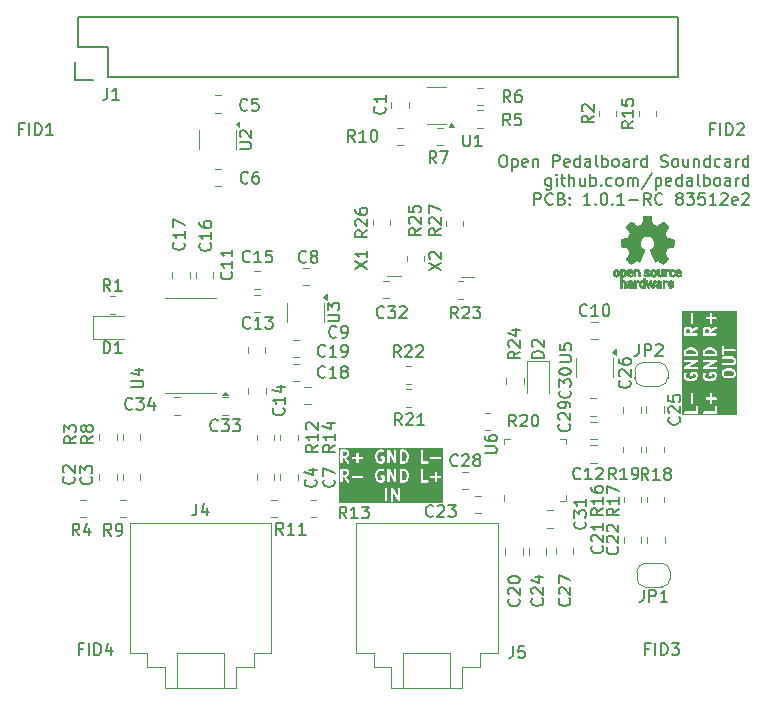
<source format=gto>
G04 #@! TF.GenerationSoftware,KiCad,Pcbnew,8.0.6+1*
G04 #@! TF.CreationDate,2024-12-15T20:42:44+00:00*
G04 #@! TF.ProjectId,pedalboard-soundcard,70656461-6c62-46f6-9172-642d736f756e,1.0.1-RC*
G04 #@! TF.SameCoordinates,Original*
G04 #@! TF.FileFunction,Legend,Top*
G04 #@! TF.FilePolarity,Positive*
%FSLAX46Y46*%
G04 Gerber Fmt 4.6, Leading zero omitted, Abs format (unit mm)*
G04 Created by KiCad (PCBNEW 8.0.6+1) date 2024-12-15 20:42:44*
%MOMM*%
%LPD*%
G01*
G04 APERTURE LIST*
%ADD10C,0.200000*%
%ADD11C,0.150000*%
%ADD12C,0.120000*%
%ADD13C,0.010000*%
G04 APERTURE END LIST*
D10*
G36*
X34744224Y16587704D02*
G01*
X34811297Y16520631D01*
X34846749Y16449726D01*
X34888720Y16281845D01*
X34888720Y16163607D01*
X34846749Y15995726D01*
X34811296Y15924820D01*
X34744225Y15857747D01*
X34639160Y15822725D01*
X34517292Y15822725D01*
X34517292Y16622725D01*
X34639160Y16622725D01*
X34744224Y16587704D01*
G37*
G36*
X29786627Y16592920D02*
G01*
X29811296Y16568252D01*
X29841101Y16508642D01*
X29841101Y16412999D01*
X29811296Y16353390D01*
X29786627Y16328722D01*
X29727018Y16298916D01*
X29469673Y16298916D01*
X29469673Y16622725D01*
X29727018Y16622725D01*
X29786627Y16592920D01*
G37*
G36*
X34744224Y18197648D02*
G01*
X34811297Y18130575D01*
X34846749Y18059670D01*
X34888720Y17891789D01*
X34888720Y17773551D01*
X34846749Y17605670D01*
X34811296Y17534764D01*
X34744225Y17467691D01*
X34639160Y17432669D01*
X34517292Y17432669D01*
X34517292Y18232669D01*
X34639160Y18232669D01*
X34744224Y18197648D01*
G37*
G36*
X29786627Y18202864D02*
G01*
X29811296Y18178196D01*
X29841101Y18118586D01*
X29841101Y18022943D01*
X29811296Y17963334D01*
X29786627Y17938666D01*
X29727018Y17908860D01*
X29469673Y17908860D01*
X29469673Y18232669D01*
X29727018Y18232669D01*
X29786627Y18202864D01*
G37*
G36*
X37959816Y13901914D02*
G01*
X29158562Y13901914D01*
X29158562Y15112781D01*
X33079198Y15112781D01*
X33079198Y14112781D01*
X33081119Y14093272D01*
X33096051Y14057224D01*
X33123641Y14029634D01*
X33159689Y14014702D01*
X33198707Y14014702D01*
X33234755Y14029634D01*
X33262345Y14057224D01*
X33277277Y14093272D01*
X33279198Y14112781D01*
X33279198Y15112781D01*
X33555388Y15112781D01*
X33555388Y14112781D01*
X33557309Y14093272D01*
X33572241Y14057224D01*
X33599831Y14029634D01*
X33635879Y14014702D01*
X33674897Y14014702D01*
X33710945Y14029634D01*
X33738535Y14057224D01*
X33753467Y14093272D01*
X33755388Y14112781D01*
X33755388Y14736225D01*
X34139992Y14063167D01*
X34142910Y14059057D01*
X34143669Y14057224D01*
X34145535Y14055358D01*
X34151339Y14047182D01*
X34161855Y14039038D01*
X34171259Y14029634D01*
X34177146Y14027196D01*
X34182188Y14023291D01*
X34195020Y14019792D01*
X34207307Y14014702D01*
X34213683Y14014702D01*
X34219832Y14013025D01*
X34233025Y14014702D01*
X34246325Y14014702D01*
X34252213Y14017142D01*
X34258538Y14017945D01*
X34270087Y14024546D01*
X34282373Y14029634D01*
X34286880Y14034142D01*
X34292415Y14037304D01*
X34300559Y14047821D01*
X34309963Y14057224D01*
X34312401Y14063112D01*
X34316306Y14068153D01*
X34319805Y14080986D01*
X34324895Y14093272D01*
X34325877Y14103250D01*
X34326572Y14105796D01*
X34326321Y14107764D01*
X34326816Y14112781D01*
X34326816Y15112781D01*
X34324895Y15132290D01*
X34309963Y15168338D01*
X34282373Y15195928D01*
X34246325Y15210860D01*
X34207307Y15210860D01*
X34171259Y15195928D01*
X34143669Y15168338D01*
X34128737Y15132290D01*
X34126816Y15112781D01*
X34126816Y14489338D01*
X33742212Y15162395D01*
X33739293Y15166506D01*
X33738535Y15168338D01*
X33736668Y15170205D01*
X33730865Y15178380D01*
X33720350Y15186523D01*
X33710945Y15195928D01*
X33705054Y15198368D01*
X33700016Y15202270D01*
X33687187Y15205769D01*
X33674897Y15210860D01*
X33668522Y15210860D01*
X33662373Y15212537D01*
X33649180Y15210860D01*
X33635879Y15210860D01*
X33629990Y15208421D01*
X33623666Y15207617D01*
X33612116Y15201017D01*
X33599831Y15195928D01*
X33595323Y15191421D01*
X33589789Y15188258D01*
X33581646Y15177744D01*
X33572241Y15168338D01*
X33569801Y15162448D01*
X33565899Y15157409D01*
X33562400Y15144581D01*
X33557309Y15132290D01*
X33556326Y15122313D01*
X33555632Y15119766D01*
X33555882Y15117799D01*
X33555388Y15112781D01*
X33279198Y15112781D01*
X33277277Y15132290D01*
X33262345Y15168338D01*
X33234755Y15195928D01*
X33198707Y15210860D01*
X33159689Y15210860D01*
X33123641Y15195928D01*
X33096051Y15168338D01*
X33081119Y15132290D01*
X33079198Y15112781D01*
X29158562Y15112781D01*
X29158562Y16722725D01*
X29269673Y16722725D01*
X29269673Y15722725D01*
X29271594Y15703216D01*
X29286526Y15667168D01*
X29314116Y15639578D01*
X29350164Y15624646D01*
X29389182Y15624646D01*
X29425230Y15639578D01*
X29452820Y15667168D01*
X29467752Y15703216D01*
X29469673Y15722725D01*
X29469673Y16098916D01*
X29555703Y16098916D01*
X29859178Y15665379D01*
X29871939Y15650498D01*
X29904844Y15629529D01*
X29943269Y15622748D01*
X29981363Y15631188D01*
X30013328Y15653563D01*
X30034297Y15686468D01*
X30041078Y15724892D01*
X30032638Y15762987D01*
X30023024Y15780071D01*
X29793056Y16108597D01*
X29795346Y16109473D01*
X29822774Y16123187D01*
X30271594Y16123187D01*
X30271594Y16084169D01*
X30286526Y16048121D01*
X30314116Y16020531D01*
X30350164Y16005599D01*
X30369673Y16003678D01*
X31131578Y16003678D01*
X31151087Y16005599D01*
X31187135Y16020531D01*
X31214725Y16048121D01*
X31229657Y16084169D01*
X31229657Y16123187D01*
X31214725Y16159235D01*
X31187135Y16186825D01*
X31151087Y16201757D01*
X31131578Y16203678D01*
X30369673Y16203678D01*
X30350164Y16201757D01*
X30314116Y16186825D01*
X30286526Y16159235D01*
X30271594Y16123187D01*
X29822774Y16123187D01*
X29890584Y16157092D01*
X29898980Y16162378D01*
X29901420Y16163388D01*
X29904166Y16165642D01*
X29907174Y16167535D01*
X29908903Y16169530D01*
X29916574Y16175824D01*
X29964192Y16223443D01*
X29970484Y16231110D01*
X29972482Y16232842D01*
X29974375Y16235851D01*
X29976629Y16238596D01*
X29977639Y16241037D01*
X29982925Y16249433D01*
X30005286Y16294154D01*
X32222054Y16294154D01*
X32222054Y16151297D01*
X32222389Y16147895D01*
X32222172Y16146436D01*
X32223251Y16139139D01*
X32223975Y16131788D01*
X32224539Y16130425D01*
X32225040Y16127043D01*
X32272659Y15936568D01*
X32273172Y15935131D01*
X32273224Y15934408D01*
X32276332Y15926284D01*
X32279254Y15918107D01*
X32279684Y15917527D01*
X32280230Y15916100D01*
X32327849Y15820862D01*
X32333131Y15812470D01*
X32334144Y15810026D01*
X32336400Y15807277D01*
X32338292Y15804272D01*
X32340286Y15802543D01*
X32346581Y15794873D01*
X32441819Y15699633D01*
X32456972Y15687197D01*
X32460291Y15685822D01*
X32463007Y15683467D01*
X32480907Y15675476D01*
X32623764Y15627857D01*
X32633436Y15625658D01*
X32635878Y15624646D01*
X32639415Y15624298D01*
X32642879Y15623510D01*
X32645513Y15623698D01*
X32655387Y15622725D01*
X32750625Y15622725D01*
X32760498Y15623698D01*
X32763132Y15623510D01*
X32766595Y15624298D01*
X32770134Y15624646D01*
X32772576Y15625658D01*
X32782248Y15627857D01*
X32925104Y15675476D01*
X32943005Y15683467D01*
X32945720Y15685822D01*
X32949040Y15687197D01*
X32964193Y15699634D01*
X33011812Y15747254D01*
X33024249Y15762407D01*
X33039180Y15798456D01*
X33041101Y15817964D01*
X33041101Y16151297D01*
X33039180Y16170806D01*
X33024248Y16206854D01*
X32996658Y16234444D01*
X32960610Y16249376D01*
X32941101Y16251297D01*
X32750625Y16251297D01*
X32731116Y16249376D01*
X32695068Y16234444D01*
X32667478Y16206854D01*
X32652546Y16170806D01*
X32652546Y16131788D01*
X32667478Y16095740D01*
X32695068Y16068150D01*
X32731116Y16053218D01*
X32750625Y16051297D01*
X32841101Y16051297D01*
X32841101Y15859385D01*
X32839462Y15857747D01*
X32734398Y15822725D01*
X32671613Y15822725D01*
X32566548Y15857747D01*
X32499478Y15924817D01*
X32464024Y15995726D01*
X32422054Y16163607D01*
X32422054Y16281844D01*
X32464024Y16449726D01*
X32499477Y16520632D01*
X32566549Y16587704D01*
X32671613Y16622725D01*
X32774637Y16622725D01*
X32848760Y16585663D01*
X32867069Y16578657D01*
X32905989Y16575891D01*
X32943005Y16588230D01*
X32972482Y16613795D01*
X32989931Y16648693D01*
X32992696Y16687613D01*
X32980993Y16722725D01*
X33269673Y16722725D01*
X33269673Y15722725D01*
X33271594Y15703216D01*
X33286526Y15667168D01*
X33314116Y15639578D01*
X33350164Y15624646D01*
X33389182Y15624646D01*
X33425230Y15639578D01*
X33452820Y15667168D01*
X33467752Y15703216D01*
X33469673Y15722725D01*
X33469673Y16346169D01*
X33854277Y15673111D01*
X33857195Y15669001D01*
X33857954Y15667168D01*
X33859820Y15665302D01*
X33865624Y15657126D01*
X33876140Y15648982D01*
X33885544Y15639578D01*
X33891431Y15637140D01*
X33896473Y15633235D01*
X33909305Y15629736D01*
X33921592Y15624646D01*
X33927968Y15624646D01*
X33934117Y15622969D01*
X33947310Y15624646D01*
X33960610Y15624646D01*
X33966498Y15627086D01*
X33972823Y15627889D01*
X33984372Y15634490D01*
X33996658Y15639578D01*
X34001165Y15644086D01*
X34006700Y15647248D01*
X34014844Y15657765D01*
X34024248Y15667168D01*
X34026686Y15673056D01*
X34030591Y15678097D01*
X34034090Y15690930D01*
X34039180Y15703216D01*
X34040162Y15713194D01*
X34040857Y15715740D01*
X34040606Y15717708D01*
X34041101Y15722725D01*
X34041101Y16722725D01*
X34317292Y16722725D01*
X34317292Y15722725D01*
X34319213Y15703216D01*
X34334145Y15667168D01*
X34361735Y15639578D01*
X34397783Y15624646D01*
X34417292Y15622725D01*
X34655387Y15622725D01*
X34665260Y15623698D01*
X34667894Y15623510D01*
X34671357Y15624298D01*
X34674896Y15624646D01*
X34677338Y15625658D01*
X34687010Y15627857D01*
X34829866Y15675476D01*
X34847767Y15683467D01*
X34850482Y15685822D01*
X34853802Y15687197D01*
X34868955Y15699634D01*
X34964193Y15794873D01*
X34970485Y15802540D01*
X34972482Y15804271D01*
X34974375Y15807279D01*
X34976630Y15810026D01*
X34977641Y15812468D01*
X34982925Y15820862D01*
X35030544Y15916099D01*
X35031090Y15917528D01*
X35031520Y15918107D01*
X35034441Y15926284D01*
X35037550Y15934408D01*
X35037601Y15935129D01*
X35038115Y15936567D01*
X35085734Y16127043D01*
X35086234Y16130425D01*
X35086799Y16131788D01*
X35087522Y16139139D01*
X35088602Y16146436D01*
X35088384Y16147895D01*
X35088720Y16151297D01*
X35088720Y16294154D01*
X35088384Y16297557D01*
X35088602Y16299015D01*
X35087522Y16306313D01*
X35086799Y16313663D01*
X35086234Y16315027D01*
X35085734Y16318408D01*
X35038115Y16508884D01*
X35037601Y16510323D01*
X35037550Y16511043D01*
X35034441Y16519168D01*
X35031520Y16527344D01*
X35031090Y16527924D01*
X35030544Y16529352D01*
X34982925Y16624589D01*
X34977638Y16632988D01*
X34976629Y16635425D01*
X34974377Y16638169D01*
X34972482Y16641180D01*
X34970484Y16642913D01*
X34964193Y16650579D01*
X34892047Y16722725D01*
X36079197Y16722725D01*
X36079197Y15722725D01*
X36081118Y15703216D01*
X36096050Y15667168D01*
X36123640Y15639578D01*
X36159688Y15624646D01*
X36179197Y15622725D01*
X36655387Y15622725D01*
X36674896Y15624646D01*
X36710944Y15639578D01*
X36738534Y15667168D01*
X36753466Y15703216D01*
X36753466Y15742234D01*
X36738534Y15778282D01*
X36710944Y15805872D01*
X36674896Y15820804D01*
X36655387Y15822725D01*
X36279197Y15822725D01*
X36279197Y16123187D01*
X36890642Y16123187D01*
X36890642Y16084169D01*
X36905574Y16048121D01*
X36933164Y16020531D01*
X36969212Y16005599D01*
X36988721Y16003678D01*
X37269673Y16003678D01*
X37269673Y15722725D01*
X37271594Y15703216D01*
X37286526Y15667168D01*
X37314116Y15639578D01*
X37350164Y15624646D01*
X37389182Y15624646D01*
X37425230Y15639578D01*
X37452820Y15667168D01*
X37467752Y15703216D01*
X37469673Y15722725D01*
X37469673Y16003678D01*
X37750626Y16003678D01*
X37770135Y16005599D01*
X37806183Y16020531D01*
X37833773Y16048121D01*
X37848705Y16084169D01*
X37848705Y16123187D01*
X37833773Y16159235D01*
X37806183Y16186825D01*
X37770135Y16201757D01*
X37750626Y16203678D01*
X37469673Y16203678D01*
X37469673Y16484630D01*
X37467752Y16504139D01*
X37452820Y16540187D01*
X37425230Y16567777D01*
X37389182Y16582709D01*
X37350164Y16582709D01*
X37314116Y16567777D01*
X37286526Y16540187D01*
X37271594Y16504139D01*
X37269673Y16484630D01*
X37269673Y16203678D01*
X36988721Y16203678D01*
X36969212Y16201757D01*
X36933164Y16186825D01*
X36905574Y16159235D01*
X36890642Y16123187D01*
X36279197Y16123187D01*
X36279197Y16722725D01*
X36277276Y16742234D01*
X36262344Y16778282D01*
X36234754Y16805872D01*
X36198706Y16820804D01*
X36159688Y16820804D01*
X36123640Y16805872D01*
X36096050Y16778282D01*
X36081118Y16742234D01*
X36079197Y16722725D01*
X34892047Y16722725D01*
X34868955Y16745817D01*
X34853801Y16758253D01*
X34850482Y16759628D01*
X34847767Y16761983D01*
X34829866Y16769974D01*
X34687010Y16817593D01*
X34677338Y16819793D01*
X34674896Y16820804D01*
X34671357Y16821153D01*
X34667894Y16821940D01*
X34665260Y16821753D01*
X34655387Y16822725D01*
X34417292Y16822725D01*
X34397783Y16820804D01*
X34361735Y16805872D01*
X34334145Y16778282D01*
X34319213Y16742234D01*
X34317292Y16722725D01*
X34041101Y16722725D01*
X34039180Y16742234D01*
X34024248Y16778282D01*
X33996658Y16805872D01*
X33960610Y16820804D01*
X33921592Y16820804D01*
X33885544Y16805872D01*
X33857954Y16778282D01*
X33843022Y16742234D01*
X33841101Y16722725D01*
X33841101Y16099282D01*
X33456497Y16772339D01*
X33453578Y16776450D01*
X33452820Y16778282D01*
X33450953Y16780149D01*
X33445150Y16788324D01*
X33434635Y16796467D01*
X33425230Y16805872D01*
X33419339Y16808312D01*
X33414301Y16812214D01*
X33401472Y16815713D01*
X33389182Y16820804D01*
X33382807Y16820804D01*
X33376658Y16822481D01*
X33363465Y16820804D01*
X33350164Y16820804D01*
X33344275Y16818365D01*
X33337951Y16817561D01*
X33326401Y16810961D01*
X33314116Y16805872D01*
X33309608Y16801365D01*
X33304074Y16798202D01*
X33295931Y16787688D01*
X33286526Y16778282D01*
X33284086Y16772392D01*
X33280184Y16767353D01*
X33276685Y16754525D01*
X33271594Y16742234D01*
X33270611Y16732257D01*
X33269917Y16729710D01*
X33270167Y16727743D01*
X33269673Y16722725D01*
X32980993Y16722725D01*
X32980358Y16724629D01*
X32954793Y16754106D01*
X32938203Y16764549D01*
X32842965Y16812168D01*
X32824657Y16819174D01*
X32821073Y16819429D01*
X32817753Y16820804D01*
X32798244Y16822725D01*
X32655387Y16822725D01*
X32645513Y16821753D01*
X32642879Y16821940D01*
X32639415Y16821153D01*
X32635878Y16820804D01*
X32633436Y16819793D01*
X32623764Y16817593D01*
X32480907Y16769974D01*
X32463007Y16761983D01*
X32460291Y16759628D01*
X32456973Y16758253D01*
X32441819Y16745817D01*
X32346581Y16650579D01*
X32340286Y16642909D01*
X32338292Y16641179D01*
X32336398Y16638172D01*
X32334145Y16635425D01*
X32333134Y16632986D01*
X32327849Y16624589D01*
X32280230Y16529351D01*
X32279684Y16527925D01*
X32279254Y16527344D01*
X32276332Y16519168D01*
X32273224Y16511043D01*
X32273172Y16510321D01*
X32272659Y16508883D01*
X32225040Y16318408D01*
X32224539Y16315027D01*
X32223975Y16313663D01*
X32223251Y16306313D01*
X32222172Y16299015D01*
X32222389Y16297557D01*
X32222054Y16294154D01*
X30005286Y16294154D01*
X30030544Y16344670D01*
X30037550Y16362979D01*
X30037804Y16366563D01*
X30039180Y16369883D01*
X30041101Y16389392D01*
X30041101Y16532249D01*
X30039180Y16551758D01*
X30037804Y16555079D01*
X30037550Y16558662D01*
X30030544Y16576971D01*
X29982925Y16672208D01*
X29977639Y16680605D01*
X29976629Y16683045D01*
X29974375Y16685791D01*
X29972482Y16688799D01*
X29970484Y16690532D01*
X29964192Y16698198D01*
X29916574Y16745817D01*
X29908903Y16752112D01*
X29907174Y16754106D01*
X29904166Y16756000D01*
X29901420Y16758253D01*
X29898980Y16759264D01*
X29890584Y16764549D01*
X29795346Y16812168D01*
X29777038Y16819174D01*
X29773454Y16819429D01*
X29770134Y16820804D01*
X29750625Y16822725D01*
X29369673Y16822725D01*
X29350164Y16820804D01*
X29314116Y16805872D01*
X29286526Y16778282D01*
X29271594Y16742234D01*
X29269673Y16722725D01*
X29158562Y16722725D01*
X29158562Y18332669D01*
X29269673Y18332669D01*
X29269673Y17332669D01*
X29271594Y17313160D01*
X29286526Y17277112D01*
X29314116Y17249522D01*
X29350164Y17234590D01*
X29389182Y17234590D01*
X29425230Y17249522D01*
X29452820Y17277112D01*
X29467752Y17313160D01*
X29469673Y17332669D01*
X29469673Y17708860D01*
X29555703Y17708860D01*
X29859178Y17275323D01*
X29871939Y17260442D01*
X29904844Y17239473D01*
X29943269Y17232692D01*
X29981363Y17241132D01*
X30013328Y17263507D01*
X30034297Y17296412D01*
X30041078Y17334836D01*
X30032638Y17372931D01*
X30023024Y17390015D01*
X29793056Y17718541D01*
X29795346Y17719417D01*
X29822774Y17733131D01*
X30271594Y17733131D01*
X30271594Y17694113D01*
X30286526Y17658065D01*
X30314116Y17630475D01*
X30350164Y17615543D01*
X30369673Y17613622D01*
X30650625Y17613622D01*
X30650625Y17332669D01*
X30652546Y17313160D01*
X30667478Y17277112D01*
X30695068Y17249522D01*
X30731116Y17234590D01*
X30770134Y17234590D01*
X30806182Y17249522D01*
X30833772Y17277112D01*
X30848704Y17313160D01*
X30850625Y17332669D01*
X30850625Y17613622D01*
X31131578Y17613622D01*
X31151087Y17615543D01*
X31187135Y17630475D01*
X31214725Y17658065D01*
X31229657Y17694113D01*
X31229657Y17733131D01*
X31214725Y17769179D01*
X31187135Y17796769D01*
X31151087Y17811701D01*
X31131578Y17813622D01*
X30850625Y17813622D01*
X30850625Y17904098D01*
X32222054Y17904098D01*
X32222054Y17761241D01*
X32222389Y17757839D01*
X32222172Y17756380D01*
X32223251Y17749083D01*
X32223975Y17741732D01*
X32224539Y17740369D01*
X32225040Y17736987D01*
X32272659Y17546512D01*
X32273172Y17545075D01*
X32273224Y17544352D01*
X32276332Y17536228D01*
X32279254Y17528051D01*
X32279684Y17527471D01*
X32280230Y17526044D01*
X32327849Y17430806D01*
X32333131Y17422414D01*
X32334144Y17419970D01*
X32336400Y17417221D01*
X32338292Y17414216D01*
X32340286Y17412487D01*
X32346581Y17404817D01*
X32441819Y17309577D01*
X32456972Y17297141D01*
X32460291Y17295766D01*
X32463007Y17293411D01*
X32480907Y17285420D01*
X32623764Y17237801D01*
X32633436Y17235602D01*
X32635878Y17234590D01*
X32639415Y17234242D01*
X32642879Y17233454D01*
X32645513Y17233642D01*
X32655387Y17232669D01*
X32750625Y17232669D01*
X32760498Y17233642D01*
X32763132Y17233454D01*
X32766595Y17234242D01*
X32770134Y17234590D01*
X32772576Y17235602D01*
X32782248Y17237801D01*
X32925104Y17285420D01*
X32943005Y17293411D01*
X32945720Y17295766D01*
X32949040Y17297141D01*
X32964193Y17309578D01*
X33011812Y17357198D01*
X33024249Y17372351D01*
X33039180Y17408400D01*
X33041101Y17427908D01*
X33041101Y17761241D01*
X33039180Y17780750D01*
X33024248Y17816798D01*
X32996658Y17844388D01*
X32960610Y17859320D01*
X32941101Y17861241D01*
X32750625Y17861241D01*
X32731116Y17859320D01*
X32695068Y17844388D01*
X32667478Y17816798D01*
X32652546Y17780750D01*
X32652546Y17741732D01*
X32667478Y17705684D01*
X32695068Y17678094D01*
X32731116Y17663162D01*
X32750625Y17661241D01*
X32841101Y17661241D01*
X32841101Y17469329D01*
X32839462Y17467691D01*
X32734398Y17432669D01*
X32671613Y17432669D01*
X32566548Y17467691D01*
X32499478Y17534761D01*
X32464024Y17605670D01*
X32422054Y17773551D01*
X32422054Y17891788D01*
X32464024Y18059670D01*
X32499477Y18130576D01*
X32566549Y18197648D01*
X32671613Y18232669D01*
X32774637Y18232669D01*
X32848760Y18195607D01*
X32867069Y18188601D01*
X32905989Y18185835D01*
X32943005Y18198174D01*
X32972482Y18223739D01*
X32989931Y18258637D01*
X32992696Y18297557D01*
X32980993Y18332669D01*
X33269673Y18332669D01*
X33269673Y17332669D01*
X33271594Y17313160D01*
X33286526Y17277112D01*
X33314116Y17249522D01*
X33350164Y17234590D01*
X33389182Y17234590D01*
X33425230Y17249522D01*
X33452820Y17277112D01*
X33467752Y17313160D01*
X33469673Y17332669D01*
X33469673Y17956113D01*
X33854277Y17283055D01*
X33857195Y17278945D01*
X33857954Y17277112D01*
X33859820Y17275246D01*
X33865624Y17267070D01*
X33876140Y17258926D01*
X33885544Y17249522D01*
X33891431Y17247084D01*
X33896473Y17243179D01*
X33909305Y17239680D01*
X33921592Y17234590D01*
X33927968Y17234590D01*
X33934117Y17232913D01*
X33947310Y17234590D01*
X33960610Y17234590D01*
X33966498Y17237030D01*
X33972823Y17237833D01*
X33984372Y17244434D01*
X33996658Y17249522D01*
X34001165Y17254030D01*
X34006700Y17257192D01*
X34014844Y17267709D01*
X34024248Y17277112D01*
X34026686Y17283000D01*
X34030591Y17288041D01*
X34034090Y17300874D01*
X34039180Y17313160D01*
X34040162Y17323138D01*
X34040857Y17325684D01*
X34040606Y17327652D01*
X34041101Y17332669D01*
X34041101Y18332669D01*
X34317292Y18332669D01*
X34317292Y17332669D01*
X34319213Y17313160D01*
X34334145Y17277112D01*
X34361735Y17249522D01*
X34397783Y17234590D01*
X34417292Y17232669D01*
X34655387Y17232669D01*
X34665260Y17233642D01*
X34667894Y17233454D01*
X34671357Y17234242D01*
X34674896Y17234590D01*
X34677338Y17235602D01*
X34687010Y17237801D01*
X34829866Y17285420D01*
X34847767Y17293411D01*
X34850482Y17295766D01*
X34853802Y17297141D01*
X34868955Y17309578D01*
X34964193Y17404817D01*
X34970485Y17412484D01*
X34972482Y17414215D01*
X34974375Y17417223D01*
X34976630Y17419970D01*
X34977641Y17422412D01*
X34982925Y17430806D01*
X35030544Y17526043D01*
X35031090Y17527472D01*
X35031520Y17528051D01*
X35034441Y17536228D01*
X35037550Y17544352D01*
X35037601Y17545073D01*
X35038115Y17546511D01*
X35085734Y17736987D01*
X35086234Y17740369D01*
X35086799Y17741732D01*
X35087522Y17749083D01*
X35088602Y17756380D01*
X35088384Y17757839D01*
X35088720Y17761241D01*
X35088720Y17904098D01*
X35088384Y17907501D01*
X35088602Y17908959D01*
X35087522Y17916257D01*
X35086799Y17923607D01*
X35086234Y17924971D01*
X35085734Y17928352D01*
X35038115Y18118828D01*
X35037601Y18120267D01*
X35037550Y18120987D01*
X35034441Y18129112D01*
X35031520Y18137288D01*
X35031090Y18137868D01*
X35030544Y18139296D01*
X34982925Y18234533D01*
X34977638Y18242932D01*
X34976629Y18245369D01*
X34974377Y18248113D01*
X34972482Y18251124D01*
X34970484Y18252857D01*
X34964193Y18260523D01*
X34892047Y18332669D01*
X36079197Y18332669D01*
X36079197Y17332669D01*
X36081118Y17313160D01*
X36096050Y17277112D01*
X36123640Y17249522D01*
X36159688Y17234590D01*
X36179197Y17232669D01*
X36655387Y17232669D01*
X36674896Y17234590D01*
X36710944Y17249522D01*
X36738534Y17277112D01*
X36753466Y17313160D01*
X36753466Y17352178D01*
X36738534Y17388226D01*
X36710944Y17415816D01*
X36674896Y17430748D01*
X36655387Y17432669D01*
X36279197Y17432669D01*
X36279197Y17733131D01*
X36890642Y17733131D01*
X36890642Y17694113D01*
X36905574Y17658065D01*
X36933164Y17630475D01*
X36969212Y17615543D01*
X36988721Y17613622D01*
X37750626Y17613622D01*
X37770135Y17615543D01*
X37806183Y17630475D01*
X37833773Y17658065D01*
X37848705Y17694113D01*
X37848705Y17733131D01*
X37833773Y17769179D01*
X37806183Y17796769D01*
X37770135Y17811701D01*
X37750626Y17813622D01*
X36988721Y17813622D01*
X36969212Y17811701D01*
X36933164Y17796769D01*
X36905574Y17769179D01*
X36890642Y17733131D01*
X36279197Y17733131D01*
X36279197Y18332669D01*
X36277276Y18352178D01*
X36262344Y18388226D01*
X36234754Y18415816D01*
X36198706Y18430748D01*
X36159688Y18430748D01*
X36123640Y18415816D01*
X36096050Y18388226D01*
X36081118Y18352178D01*
X36079197Y18332669D01*
X34892047Y18332669D01*
X34868955Y18355761D01*
X34853801Y18368197D01*
X34850482Y18369572D01*
X34847767Y18371927D01*
X34829866Y18379918D01*
X34687010Y18427537D01*
X34677338Y18429737D01*
X34674896Y18430748D01*
X34671357Y18431097D01*
X34667894Y18431884D01*
X34665260Y18431697D01*
X34655387Y18432669D01*
X34417292Y18432669D01*
X34397783Y18430748D01*
X34361735Y18415816D01*
X34334145Y18388226D01*
X34319213Y18352178D01*
X34317292Y18332669D01*
X34041101Y18332669D01*
X34039180Y18352178D01*
X34024248Y18388226D01*
X33996658Y18415816D01*
X33960610Y18430748D01*
X33921592Y18430748D01*
X33885544Y18415816D01*
X33857954Y18388226D01*
X33843022Y18352178D01*
X33841101Y18332669D01*
X33841101Y17709226D01*
X33456497Y18382283D01*
X33453578Y18386394D01*
X33452820Y18388226D01*
X33450953Y18390093D01*
X33445150Y18398268D01*
X33434635Y18406411D01*
X33425230Y18415816D01*
X33419339Y18418256D01*
X33414301Y18422158D01*
X33401472Y18425657D01*
X33389182Y18430748D01*
X33382807Y18430748D01*
X33376658Y18432425D01*
X33363465Y18430748D01*
X33350164Y18430748D01*
X33344275Y18428309D01*
X33337951Y18427505D01*
X33326401Y18420905D01*
X33314116Y18415816D01*
X33309608Y18411309D01*
X33304074Y18408146D01*
X33295931Y18397632D01*
X33286526Y18388226D01*
X33284086Y18382336D01*
X33280184Y18377297D01*
X33276685Y18364469D01*
X33271594Y18352178D01*
X33270611Y18342201D01*
X33269917Y18339654D01*
X33270167Y18337687D01*
X33269673Y18332669D01*
X32980993Y18332669D01*
X32980358Y18334573D01*
X32954793Y18364050D01*
X32938203Y18374493D01*
X32842965Y18422112D01*
X32824657Y18429118D01*
X32821073Y18429373D01*
X32817753Y18430748D01*
X32798244Y18432669D01*
X32655387Y18432669D01*
X32645513Y18431697D01*
X32642879Y18431884D01*
X32639415Y18431097D01*
X32635878Y18430748D01*
X32633436Y18429737D01*
X32623764Y18427537D01*
X32480907Y18379918D01*
X32463007Y18371927D01*
X32460291Y18369572D01*
X32456973Y18368197D01*
X32441819Y18355761D01*
X32346581Y18260523D01*
X32340286Y18252853D01*
X32338292Y18251123D01*
X32336398Y18248116D01*
X32334145Y18245369D01*
X32333134Y18242930D01*
X32327849Y18234533D01*
X32280230Y18139295D01*
X32279684Y18137869D01*
X32279254Y18137288D01*
X32276332Y18129112D01*
X32273224Y18120987D01*
X32273172Y18120265D01*
X32272659Y18118827D01*
X32225040Y17928352D01*
X32224539Y17924971D01*
X32223975Y17923607D01*
X32223251Y17916257D01*
X32222172Y17908959D01*
X32222389Y17907501D01*
X32222054Y17904098D01*
X30850625Y17904098D01*
X30850625Y18094574D01*
X30848704Y18114083D01*
X30833772Y18150131D01*
X30806182Y18177721D01*
X30770134Y18192653D01*
X30731116Y18192653D01*
X30695068Y18177721D01*
X30667478Y18150131D01*
X30652546Y18114083D01*
X30650625Y18094574D01*
X30650625Y17813622D01*
X30369673Y17813622D01*
X30350164Y17811701D01*
X30314116Y17796769D01*
X30286526Y17769179D01*
X30271594Y17733131D01*
X29822774Y17733131D01*
X29890584Y17767036D01*
X29898980Y17772322D01*
X29901420Y17773332D01*
X29904166Y17775586D01*
X29907174Y17777479D01*
X29908903Y17779474D01*
X29916574Y17785768D01*
X29964192Y17833387D01*
X29970484Y17841054D01*
X29972482Y17842786D01*
X29974375Y17845795D01*
X29976629Y17848540D01*
X29977639Y17850981D01*
X29982925Y17859377D01*
X30030544Y17954614D01*
X30037550Y17972923D01*
X30037804Y17976507D01*
X30039180Y17979827D01*
X30041101Y17999336D01*
X30041101Y18142193D01*
X30039180Y18161702D01*
X30037804Y18165023D01*
X30037550Y18168606D01*
X30030544Y18186915D01*
X29982925Y18282152D01*
X29977639Y18290549D01*
X29976629Y18292989D01*
X29974375Y18295735D01*
X29972482Y18298743D01*
X29970484Y18300476D01*
X29964192Y18308142D01*
X29916574Y18355761D01*
X29908903Y18362056D01*
X29907174Y18364050D01*
X29904166Y18365944D01*
X29901420Y18368197D01*
X29898980Y18369208D01*
X29890584Y18374493D01*
X29795346Y18422112D01*
X29777038Y18429118D01*
X29773454Y18429373D01*
X29770134Y18430748D01*
X29750625Y18432669D01*
X29369673Y18432669D01*
X29350164Y18430748D01*
X29314116Y18415816D01*
X29286526Y18388226D01*
X29271594Y18352178D01*
X29269673Y18332669D01*
X29158562Y18332669D01*
X29158562Y18543780D01*
X37959816Y18543780D01*
X37959816Y13901914D01*
G37*
D11*
X42986074Y43370069D02*
X43176550Y43370069D01*
X43176550Y43370069D02*
X43271788Y43322450D01*
X43271788Y43322450D02*
X43367026Y43227212D01*
X43367026Y43227212D02*
X43414645Y43036736D01*
X43414645Y43036736D02*
X43414645Y42703403D01*
X43414645Y42703403D02*
X43367026Y42512927D01*
X43367026Y42512927D02*
X43271788Y42417688D01*
X43271788Y42417688D02*
X43176550Y42370069D01*
X43176550Y42370069D02*
X42986074Y42370069D01*
X42986074Y42370069D02*
X42890836Y42417688D01*
X42890836Y42417688D02*
X42795598Y42512927D01*
X42795598Y42512927D02*
X42747979Y42703403D01*
X42747979Y42703403D02*
X42747979Y43036736D01*
X42747979Y43036736D02*
X42795598Y43227212D01*
X42795598Y43227212D02*
X42890836Y43322450D01*
X42890836Y43322450D02*
X42986074Y43370069D01*
X43843217Y43036736D02*
X43843217Y42036736D01*
X43843217Y42989117D02*
X43938455Y43036736D01*
X43938455Y43036736D02*
X44128931Y43036736D01*
X44128931Y43036736D02*
X44224169Y42989117D01*
X44224169Y42989117D02*
X44271788Y42941498D01*
X44271788Y42941498D02*
X44319407Y42846260D01*
X44319407Y42846260D02*
X44319407Y42560546D01*
X44319407Y42560546D02*
X44271788Y42465308D01*
X44271788Y42465308D02*
X44224169Y42417688D01*
X44224169Y42417688D02*
X44128931Y42370069D01*
X44128931Y42370069D02*
X43938455Y42370069D01*
X43938455Y42370069D02*
X43843217Y42417688D01*
X45128931Y42417688D02*
X45033693Y42370069D01*
X45033693Y42370069D02*
X44843217Y42370069D01*
X44843217Y42370069D02*
X44747979Y42417688D01*
X44747979Y42417688D02*
X44700360Y42512927D01*
X44700360Y42512927D02*
X44700360Y42893879D01*
X44700360Y42893879D02*
X44747979Y42989117D01*
X44747979Y42989117D02*
X44843217Y43036736D01*
X44843217Y43036736D02*
X45033693Y43036736D01*
X45033693Y43036736D02*
X45128931Y42989117D01*
X45128931Y42989117D02*
X45176550Y42893879D01*
X45176550Y42893879D02*
X45176550Y42798641D01*
X45176550Y42798641D02*
X44700360Y42703403D01*
X45605122Y43036736D02*
X45605122Y42370069D01*
X45605122Y42941498D02*
X45652741Y42989117D01*
X45652741Y42989117D02*
X45747979Y43036736D01*
X45747979Y43036736D02*
X45890836Y43036736D01*
X45890836Y43036736D02*
X45986074Y42989117D01*
X45986074Y42989117D02*
X46033693Y42893879D01*
X46033693Y42893879D02*
X46033693Y42370069D01*
X47271789Y42370069D02*
X47271789Y43370069D01*
X47271789Y43370069D02*
X47652741Y43370069D01*
X47652741Y43370069D02*
X47747979Y43322450D01*
X47747979Y43322450D02*
X47795598Y43274831D01*
X47795598Y43274831D02*
X47843217Y43179593D01*
X47843217Y43179593D02*
X47843217Y43036736D01*
X47843217Y43036736D02*
X47795598Y42941498D01*
X47795598Y42941498D02*
X47747979Y42893879D01*
X47747979Y42893879D02*
X47652741Y42846260D01*
X47652741Y42846260D02*
X47271789Y42846260D01*
X48652741Y42417688D02*
X48557503Y42370069D01*
X48557503Y42370069D02*
X48367027Y42370069D01*
X48367027Y42370069D02*
X48271789Y42417688D01*
X48271789Y42417688D02*
X48224170Y42512927D01*
X48224170Y42512927D02*
X48224170Y42893879D01*
X48224170Y42893879D02*
X48271789Y42989117D01*
X48271789Y42989117D02*
X48367027Y43036736D01*
X48367027Y43036736D02*
X48557503Y43036736D01*
X48557503Y43036736D02*
X48652741Y42989117D01*
X48652741Y42989117D02*
X48700360Y42893879D01*
X48700360Y42893879D02*
X48700360Y42798641D01*
X48700360Y42798641D02*
X48224170Y42703403D01*
X49557503Y42370069D02*
X49557503Y43370069D01*
X49557503Y42417688D02*
X49462265Y42370069D01*
X49462265Y42370069D02*
X49271789Y42370069D01*
X49271789Y42370069D02*
X49176551Y42417688D01*
X49176551Y42417688D02*
X49128932Y42465308D01*
X49128932Y42465308D02*
X49081313Y42560546D01*
X49081313Y42560546D02*
X49081313Y42846260D01*
X49081313Y42846260D02*
X49128932Y42941498D01*
X49128932Y42941498D02*
X49176551Y42989117D01*
X49176551Y42989117D02*
X49271789Y43036736D01*
X49271789Y43036736D02*
X49462265Y43036736D01*
X49462265Y43036736D02*
X49557503Y42989117D01*
X50462265Y42370069D02*
X50462265Y42893879D01*
X50462265Y42893879D02*
X50414646Y42989117D01*
X50414646Y42989117D02*
X50319408Y43036736D01*
X50319408Y43036736D02*
X50128932Y43036736D01*
X50128932Y43036736D02*
X50033694Y42989117D01*
X50462265Y42417688D02*
X50367027Y42370069D01*
X50367027Y42370069D02*
X50128932Y42370069D01*
X50128932Y42370069D02*
X50033694Y42417688D01*
X50033694Y42417688D02*
X49986075Y42512927D01*
X49986075Y42512927D02*
X49986075Y42608165D01*
X49986075Y42608165D02*
X50033694Y42703403D01*
X50033694Y42703403D02*
X50128932Y42751022D01*
X50128932Y42751022D02*
X50367027Y42751022D01*
X50367027Y42751022D02*
X50462265Y42798641D01*
X51081313Y42370069D02*
X50986075Y42417688D01*
X50986075Y42417688D02*
X50938456Y42512927D01*
X50938456Y42512927D02*
X50938456Y43370069D01*
X51462266Y42370069D02*
X51462266Y43370069D01*
X51462266Y42989117D02*
X51557504Y43036736D01*
X51557504Y43036736D02*
X51747980Y43036736D01*
X51747980Y43036736D02*
X51843218Y42989117D01*
X51843218Y42989117D02*
X51890837Y42941498D01*
X51890837Y42941498D02*
X51938456Y42846260D01*
X51938456Y42846260D02*
X51938456Y42560546D01*
X51938456Y42560546D02*
X51890837Y42465308D01*
X51890837Y42465308D02*
X51843218Y42417688D01*
X51843218Y42417688D02*
X51747980Y42370069D01*
X51747980Y42370069D02*
X51557504Y42370069D01*
X51557504Y42370069D02*
X51462266Y42417688D01*
X52509885Y42370069D02*
X52414647Y42417688D01*
X52414647Y42417688D02*
X52367028Y42465308D01*
X52367028Y42465308D02*
X52319409Y42560546D01*
X52319409Y42560546D02*
X52319409Y42846260D01*
X52319409Y42846260D02*
X52367028Y42941498D01*
X52367028Y42941498D02*
X52414647Y42989117D01*
X52414647Y42989117D02*
X52509885Y43036736D01*
X52509885Y43036736D02*
X52652742Y43036736D01*
X52652742Y43036736D02*
X52747980Y42989117D01*
X52747980Y42989117D02*
X52795599Y42941498D01*
X52795599Y42941498D02*
X52843218Y42846260D01*
X52843218Y42846260D02*
X52843218Y42560546D01*
X52843218Y42560546D02*
X52795599Y42465308D01*
X52795599Y42465308D02*
X52747980Y42417688D01*
X52747980Y42417688D02*
X52652742Y42370069D01*
X52652742Y42370069D02*
X52509885Y42370069D01*
X53700361Y42370069D02*
X53700361Y42893879D01*
X53700361Y42893879D02*
X53652742Y42989117D01*
X53652742Y42989117D02*
X53557504Y43036736D01*
X53557504Y43036736D02*
X53367028Y43036736D01*
X53367028Y43036736D02*
X53271790Y42989117D01*
X53700361Y42417688D02*
X53605123Y42370069D01*
X53605123Y42370069D02*
X53367028Y42370069D01*
X53367028Y42370069D02*
X53271790Y42417688D01*
X53271790Y42417688D02*
X53224171Y42512927D01*
X53224171Y42512927D02*
X53224171Y42608165D01*
X53224171Y42608165D02*
X53271790Y42703403D01*
X53271790Y42703403D02*
X53367028Y42751022D01*
X53367028Y42751022D02*
X53605123Y42751022D01*
X53605123Y42751022D02*
X53700361Y42798641D01*
X54176552Y42370069D02*
X54176552Y43036736D01*
X54176552Y42846260D02*
X54224171Y42941498D01*
X54224171Y42941498D02*
X54271790Y42989117D01*
X54271790Y42989117D02*
X54367028Y43036736D01*
X54367028Y43036736D02*
X54462266Y43036736D01*
X55224171Y42370069D02*
X55224171Y43370069D01*
X55224171Y42417688D02*
X55128933Y42370069D01*
X55128933Y42370069D02*
X54938457Y42370069D01*
X54938457Y42370069D02*
X54843219Y42417688D01*
X54843219Y42417688D02*
X54795600Y42465308D01*
X54795600Y42465308D02*
X54747981Y42560546D01*
X54747981Y42560546D02*
X54747981Y42846260D01*
X54747981Y42846260D02*
X54795600Y42941498D01*
X54795600Y42941498D02*
X54843219Y42989117D01*
X54843219Y42989117D02*
X54938457Y43036736D01*
X54938457Y43036736D02*
X55128933Y43036736D01*
X55128933Y43036736D02*
X55224171Y42989117D01*
X56414648Y42417688D02*
X56557505Y42370069D01*
X56557505Y42370069D02*
X56795600Y42370069D01*
X56795600Y42370069D02*
X56890838Y42417688D01*
X56890838Y42417688D02*
X56938457Y42465308D01*
X56938457Y42465308D02*
X56986076Y42560546D01*
X56986076Y42560546D02*
X56986076Y42655784D01*
X56986076Y42655784D02*
X56938457Y42751022D01*
X56938457Y42751022D02*
X56890838Y42798641D01*
X56890838Y42798641D02*
X56795600Y42846260D01*
X56795600Y42846260D02*
X56605124Y42893879D01*
X56605124Y42893879D02*
X56509886Y42941498D01*
X56509886Y42941498D02*
X56462267Y42989117D01*
X56462267Y42989117D02*
X56414648Y43084355D01*
X56414648Y43084355D02*
X56414648Y43179593D01*
X56414648Y43179593D02*
X56462267Y43274831D01*
X56462267Y43274831D02*
X56509886Y43322450D01*
X56509886Y43322450D02*
X56605124Y43370069D01*
X56605124Y43370069D02*
X56843219Y43370069D01*
X56843219Y43370069D02*
X56986076Y43322450D01*
X57557505Y42370069D02*
X57462267Y42417688D01*
X57462267Y42417688D02*
X57414648Y42465308D01*
X57414648Y42465308D02*
X57367029Y42560546D01*
X57367029Y42560546D02*
X57367029Y42846260D01*
X57367029Y42846260D02*
X57414648Y42941498D01*
X57414648Y42941498D02*
X57462267Y42989117D01*
X57462267Y42989117D02*
X57557505Y43036736D01*
X57557505Y43036736D02*
X57700362Y43036736D01*
X57700362Y43036736D02*
X57795600Y42989117D01*
X57795600Y42989117D02*
X57843219Y42941498D01*
X57843219Y42941498D02*
X57890838Y42846260D01*
X57890838Y42846260D02*
X57890838Y42560546D01*
X57890838Y42560546D02*
X57843219Y42465308D01*
X57843219Y42465308D02*
X57795600Y42417688D01*
X57795600Y42417688D02*
X57700362Y42370069D01*
X57700362Y42370069D02*
X57557505Y42370069D01*
X58747981Y43036736D02*
X58747981Y42370069D01*
X58319410Y43036736D02*
X58319410Y42512927D01*
X58319410Y42512927D02*
X58367029Y42417688D01*
X58367029Y42417688D02*
X58462267Y42370069D01*
X58462267Y42370069D02*
X58605124Y42370069D01*
X58605124Y42370069D02*
X58700362Y42417688D01*
X58700362Y42417688D02*
X58747981Y42465308D01*
X59224172Y43036736D02*
X59224172Y42370069D01*
X59224172Y42941498D02*
X59271791Y42989117D01*
X59271791Y42989117D02*
X59367029Y43036736D01*
X59367029Y43036736D02*
X59509886Y43036736D01*
X59509886Y43036736D02*
X59605124Y42989117D01*
X59605124Y42989117D02*
X59652743Y42893879D01*
X59652743Y42893879D02*
X59652743Y42370069D01*
X60557505Y42370069D02*
X60557505Y43370069D01*
X60557505Y42417688D02*
X60462267Y42370069D01*
X60462267Y42370069D02*
X60271791Y42370069D01*
X60271791Y42370069D02*
X60176553Y42417688D01*
X60176553Y42417688D02*
X60128934Y42465308D01*
X60128934Y42465308D02*
X60081315Y42560546D01*
X60081315Y42560546D02*
X60081315Y42846260D01*
X60081315Y42846260D02*
X60128934Y42941498D01*
X60128934Y42941498D02*
X60176553Y42989117D01*
X60176553Y42989117D02*
X60271791Y43036736D01*
X60271791Y43036736D02*
X60462267Y43036736D01*
X60462267Y43036736D02*
X60557505Y42989117D01*
X61462267Y42417688D02*
X61367029Y42370069D01*
X61367029Y42370069D02*
X61176553Y42370069D01*
X61176553Y42370069D02*
X61081315Y42417688D01*
X61081315Y42417688D02*
X61033696Y42465308D01*
X61033696Y42465308D02*
X60986077Y42560546D01*
X60986077Y42560546D02*
X60986077Y42846260D01*
X60986077Y42846260D02*
X61033696Y42941498D01*
X61033696Y42941498D02*
X61081315Y42989117D01*
X61081315Y42989117D02*
X61176553Y43036736D01*
X61176553Y43036736D02*
X61367029Y43036736D01*
X61367029Y43036736D02*
X61462267Y42989117D01*
X62319410Y42370069D02*
X62319410Y42893879D01*
X62319410Y42893879D02*
X62271791Y42989117D01*
X62271791Y42989117D02*
X62176553Y43036736D01*
X62176553Y43036736D02*
X61986077Y43036736D01*
X61986077Y43036736D02*
X61890839Y42989117D01*
X62319410Y42417688D02*
X62224172Y42370069D01*
X62224172Y42370069D02*
X61986077Y42370069D01*
X61986077Y42370069D02*
X61890839Y42417688D01*
X61890839Y42417688D02*
X61843220Y42512927D01*
X61843220Y42512927D02*
X61843220Y42608165D01*
X61843220Y42608165D02*
X61890839Y42703403D01*
X61890839Y42703403D02*
X61986077Y42751022D01*
X61986077Y42751022D02*
X62224172Y42751022D01*
X62224172Y42751022D02*
X62319410Y42798641D01*
X62795601Y42370069D02*
X62795601Y43036736D01*
X62795601Y42846260D02*
X62843220Y42941498D01*
X62843220Y42941498D02*
X62890839Y42989117D01*
X62890839Y42989117D02*
X62986077Y43036736D01*
X62986077Y43036736D02*
X63081315Y43036736D01*
X63843220Y42370069D02*
X63843220Y43370069D01*
X63843220Y42417688D02*
X63747982Y42370069D01*
X63747982Y42370069D02*
X63557506Y42370069D01*
X63557506Y42370069D02*
X63462268Y42417688D01*
X63462268Y42417688D02*
X63414649Y42465308D01*
X63414649Y42465308D02*
X63367030Y42560546D01*
X63367030Y42560546D02*
X63367030Y42846260D01*
X63367030Y42846260D02*
X63414649Y42941498D01*
X63414649Y42941498D02*
X63462268Y42989117D01*
X63462268Y42989117D02*
X63557506Y43036736D01*
X63557506Y43036736D02*
X63747982Y43036736D01*
X63747982Y43036736D02*
X63843220Y42989117D01*
X47128933Y41426792D02*
X47128933Y40617268D01*
X47128933Y40617268D02*
X47081314Y40522030D01*
X47081314Y40522030D02*
X47033695Y40474411D01*
X47033695Y40474411D02*
X46938457Y40426792D01*
X46938457Y40426792D02*
X46795600Y40426792D01*
X46795600Y40426792D02*
X46700362Y40474411D01*
X47128933Y40807744D02*
X47033695Y40760125D01*
X47033695Y40760125D02*
X46843219Y40760125D01*
X46843219Y40760125D02*
X46747981Y40807744D01*
X46747981Y40807744D02*
X46700362Y40855364D01*
X46700362Y40855364D02*
X46652743Y40950602D01*
X46652743Y40950602D02*
X46652743Y41236316D01*
X46652743Y41236316D02*
X46700362Y41331554D01*
X46700362Y41331554D02*
X46747981Y41379173D01*
X46747981Y41379173D02*
X46843219Y41426792D01*
X46843219Y41426792D02*
X47033695Y41426792D01*
X47033695Y41426792D02*
X47128933Y41379173D01*
X47605124Y40760125D02*
X47605124Y41426792D01*
X47605124Y41760125D02*
X47557505Y41712506D01*
X47557505Y41712506D02*
X47605124Y41664887D01*
X47605124Y41664887D02*
X47652743Y41712506D01*
X47652743Y41712506D02*
X47605124Y41760125D01*
X47605124Y41760125D02*
X47605124Y41664887D01*
X47938457Y41426792D02*
X48319409Y41426792D01*
X48081314Y41760125D02*
X48081314Y40902983D01*
X48081314Y40902983D02*
X48128933Y40807744D01*
X48128933Y40807744D02*
X48224171Y40760125D01*
X48224171Y40760125D02*
X48319409Y40760125D01*
X48652743Y40760125D02*
X48652743Y41760125D01*
X49081314Y40760125D02*
X49081314Y41283935D01*
X49081314Y41283935D02*
X49033695Y41379173D01*
X49033695Y41379173D02*
X48938457Y41426792D01*
X48938457Y41426792D02*
X48795600Y41426792D01*
X48795600Y41426792D02*
X48700362Y41379173D01*
X48700362Y41379173D02*
X48652743Y41331554D01*
X49986076Y41426792D02*
X49986076Y40760125D01*
X49557505Y41426792D02*
X49557505Y40902983D01*
X49557505Y40902983D02*
X49605124Y40807744D01*
X49605124Y40807744D02*
X49700362Y40760125D01*
X49700362Y40760125D02*
X49843219Y40760125D01*
X49843219Y40760125D02*
X49938457Y40807744D01*
X49938457Y40807744D02*
X49986076Y40855364D01*
X50462267Y40760125D02*
X50462267Y41760125D01*
X50462267Y41379173D02*
X50557505Y41426792D01*
X50557505Y41426792D02*
X50747981Y41426792D01*
X50747981Y41426792D02*
X50843219Y41379173D01*
X50843219Y41379173D02*
X50890838Y41331554D01*
X50890838Y41331554D02*
X50938457Y41236316D01*
X50938457Y41236316D02*
X50938457Y40950602D01*
X50938457Y40950602D02*
X50890838Y40855364D01*
X50890838Y40855364D02*
X50843219Y40807744D01*
X50843219Y40807744D02*
X50747981Y40760125D01*
X50747981Y40760125D02*
X50557505Y40760125D01*
X50557505Y40760125D02*
X50462267Y40807744D01*
X51367029Y40855364D02*
X51414648Y40807744D01*
X51414648Y40807744D02*
X51367029Y40760125D01*
X51367029Y40760125D02*
X51319410Y40807744D01*
X51319410Y40807744D02*
X51367029Y40855364D01*
X51367029Y40855364D02*
X51367029Y40760125D01*
X52271790Y40807744D02*
X52176552Y40760125D01*
X52176552Y40760125D02*
X51986076Y40760125D01*
X51986076Y40760125D02*
X51890838Y40807744D01*
X51890838Y40807744D02*
X51843219Y40855364D01*
X51843219Y40855364D02*
X51795600Y40950602D01*
X51795600Y40950602D02*
X51795600Y41236316D01*
X51795600Y41236316D02*
X51843219Y41331554D01*
X51843219Y41331554D02*
X51890838Y41379173D01*
X51890838Y41379173D02*
X51986076Y41426792D01*
X51986076Y41426792D02*
X52176552Y41426792D01*
X52176552Y41426792D02*
X52271790Y41379173D01*
X52843219Y40760125D02*
X52747981Y40807744D01*
X52747981Y40807744D02*
X52700362Y40855364D01*
X52700362Y40855364D02*
X52652743Y40950602D01*
X52652743Y40950602D02*
X52652743Y41236316D01*
X52652743Y41236316D02*
X52700362Y41331554D01*
X52700362Y41331554D02*
X52747981Y41379173D01*
X52747981Y41379173D02*
X52843219Y41426792D01*
X52843219Y41426792D02*
X52986076Y41426792D01*
X52986076Y41426792D02*
X53081314Y41379173D01*
X53081314Y41379173D02*
X53128933Y41331554D01*
X53128933Y41331554D02*
X53176552Y41236316D01*
X53176552Y41236316D02*
X53176552Y40950602D01*
X53176552Y40950602D02*
X53128933Y40855364D01*
X53128933Y40855364D02*
X53081314Y40807744D01*
X53081314Y40807744D02*
X52986076Y40760125D01*
X52986076Y40760125D02*
X52843219Y40760125D01*
X53605124Y40760125D02*
X53605124Y41426792D01*
X53605124Y41331554D02*
X53652743Y41379173D01*
X53652743Y41379173D02*
X53747981Y41426792D01*
X53747981Y41426792D02*
X53890838Y41426792D01*
X53890838Y41426792D02*
X53986076Y41379173D01*
X53986076Y41379173D02*
X54033695Y41283935D01*
X54033695Y41283935D02*
X54033695Y40760125D01*
X54033695Y41283935D02*
X54081314Y41379173D01*
X54081314Y41379173D02*
X54176552Y41426792D01*
X54176552Y41426792D02*
X54319409Y41426792D01*
X54319409Y41426792D02*
X54414648Y41379173D01*
X54414648Y41379173D02*
X54462267Y41283935D01*
X54462267Y41283935D02*
X54462267Y40760125D01*
X55652742Y41807744D02*
X54795600Y40522030D01*
X55986076Y41426792D02*
X55986076Y40426792D01*
X55986076Y41379173D02*
X56081314Y41426792D01*
X56081314Y41426792D02*
X56271790Y41426792D01*
X56271790Y41426792D02*
X56367028Y41379173D01*
X56367028Y41379173D02*
X56414647Y41331554D01*
X56414647Y41331554D02*
X56462266Y41236316D01*
X56462266Y41236316D02*
X56462266Y40950602D01*
X56462266Y40950602D02*
X56414647Y40855364D01*
X56414647Y40855364D02*
X56367028Y40807744D01*
X56367028Y40807744D02*
X56271790Y40760125D01*
X56271790Y40760125D02*
X56081314Y40760125D01*
X56081314Y40760125D02*
X55986076Y40807744D01*
X57271790Y40807744D02*
X57176552Y40760125D01*
X57176552Y40760125D02*
X56986076Y40760125D01*
X56986076Y40760125D02*
X56890838Y40807744D01*
X56890838Y40807744D02*
X56843219Y40902983D01*
X56843219Y40902983D02*
X56843219Y41283935D01*
X56843219Y41283935D02*
X56890838Y41379173D01*
X56890838Y41379173D02*
X56986076Y41426792D01*
X56986076Y41426792D02*
X57176552Y41426792D01*
X57176552Y41426792D02*
X57271790Y41379173D01*
X57271790Y41379173D02*
X57319409Y41283935D01*
X57319409Y41283935D02*
X57319409Y41188697D01*
X57319409Y41188697D02*
X56843219Y41093459D01*
X58176552Y40760125D02*
X58176552Y41760125D01*
X58176552Y40807744D02*
X58081314Y40760125D01*
X58081314Y40760125D02*
X57890838Y40760125D01*
X57890838Y40760125D02*
X57795600Y40807744D01*
X57795600Y40807744D02*
X57747981Y40855364D01*
X57747981Y40855364D02*
X57700362Y40950602D01*
X57700362Y40950602D02*
X57700362Y41236316D01*
X57700362Y41236316D02*
X57747981Y41331554D01*
X57747981Y41331554D02*
X57795600Y41379173D01*
X57795600Y41379173D02*
X57890838Y41426792D01*
X57890838Y41426792D02*
X58081314Y41426792D01*
X58081314Y41426792D02*
X58176552Y41379173D01*
X59081314Y40760125D02*
X59081314Y41283935D01*
X59081314Y41283935D02*
X59033695Y41379173D01*
X59033695Y41379173D02*
X58938457Y41426792D01*
X58938457Y41426792D02*
X58747981Y41426792D01*
X58747981Y41426792D02*
X58652743Y41379173D01*
X59081314Y40807744D02*
X58986076Y40760125D01*
X58986076Y40760125D02*
X58747981Y40760125D01*
X58747981Y40760125D02*
X58652743Y40807744D01*
X58652743Y40807744D02*
X58605124Y40902983D01*
X58605124Y40902983D02*
X58605124Y40998221D01*
X58605124Y40998221D02*
X58652743Y41093459D01*
X58652743Y41093459D02*
X58747981Y41141078D01*
X58747981Y41141078D02*
X58986076Y41141078D01*
X58986076Y41141078D02*
X59081314Y41188697D01*
X59700362Y40760125D02*
X59605124Y40807744D01*
X59605124Y40807744D02*
X59557505Y40902983D01*
X59557505Y40902983D02*
X59557505Y41760125D01*
X60081315Y40760125D02*
X60081315Y41760125D01*
X60081315Y41379173D02*
X60176553Y41426792D01*
X60176553Y41426792D02*
X60367029Y41426792D01*
X60367029Y41426792D02*
X60462267Y41379173D01*
X60462267Y41379173D02*
X60509886Y41331554D01*
X60509886Y41331554D02*
X60557505Y41236316D01*
X60557505Y41236316D02*
X60557505Y40950602D01*
X60557505Y40950602D02*
X60509886Y40855364D01*
X60509886Y40855364D02*
X60462267Y40807744D01*
X60462267Y40807744D02*
X60367029Y40760125D01*
X60367029Y40760125D02*
X60176553Y40760125D01*
X60176553Y40760125D02*
X60081315Y40807744D01*
X61128934Y40760125D02*
X61033696Y40807744D01*
X61033696Y40807744D02*
X60986077Y40855364D01*
X60986077Y40855364D02*
X60938458Y40950602D01*
X60938458Y40950602D02*
X60938458Y41236316D01*
X60938458Y41236316D02*
X60986077Y41331554D01*
X60986077Y41331554D02*
X61033696Y41379173D01*
X61033696Y41379173D02*
X61128934Y41426792D01*
X61128934Y41426792D02*
X61271791Y41426792D01*
X61271791Y41426792D02*
X61367029Y41379173D01*
X61367029Y41379173D02*
X61414648Y41331554D01*
X61414648Y41331554D02*
X61462267Y41236316D01*
X61462267Y41236316D02*
X61462267Y40950602D01*
X61462267Y40950602D02*
X61414648Y40855364D01*
X61414648Y40855364D02*
X61367029Y40807744D01*
X61367029Y40807744D02*
X61271791Y40760125D01*
X61271791Y40760125D02*
X61128934Y40760125D01*
X62319410Y40760125D02*
X62319410Y41283935D01*
X62319410Y41283935D02*
X62271791Y41379173D01*
X62271791Y41379173D02*
X62176553Y41426792D01*
X62176553Y41426792D02*
X61986077Y41426792D01*
X61986077Y41426792D02*
X61890839Y41379173D01*
X62319410Y40807744D02*
X62224172Y40760125D01*
X62224172Y40760125D02*
X61986077Y40760125D01*
X61986077Y40760125D02*
X61890839Y40807744D01*
X61890839Y40807744D02*
X61843220Y40902983D01*
X61843220Y40902983D02*
X61843220Y40998221D01*
X61843220Y40998221D02*
X61890839Y41093459D01*
X61890839Y41093459D02*
X61986077Y41141078D01*
X61986077Y41141078D02*
X62224172Y41141078D01*
X62224172Y41141078D02*
X62319410Y41188697D01*
X62795601Y40760125D02*
X62795601Y41426792D01*
X62795601Y41236316D02*
X62843220Y41331554D01*
X62843220Y41331554D02*
X62890839Y41379173D01*
X62890839Y41379173D02*
X62986077Y41426792D01*
X62986077Y41426792D02*
X63081315Y41426792D01*
X63843220Y40760125D02*
X63843220Y41760125D01*
X63843220Y40807744D02*
X63747982Y40760125D01*
X63747982Y40760125D02*
X63557506Y40760125D01*
X63557506Y40760125D02*
X63462268Y40807744D01*
X63462268Y40807744D02*
X63414649Y40855364D01*
X63414649Y40855364D02*
X63367030Y40950602D01*
X63367030Y40950602D02*
X63367030Y41236316D01*
X63367030Y41236316D02*
X63414649Y41331554D01*
X63414649Y41331554D02*
X63462268Y41379173D01*
X63462268Y41379173D02*
X63557506Y41426792D01*
X63557506Y41426792D02*
X63747982Y41426792D01*
X63747982Y41426792D02*
X63843220Y41379173D01*
X45700364Y39150181D02*
X45700364Y40150181D01*
X45700364Y40150181D02*
X46081316Y40150181D01*
X46081316Y40150181D02*
X46176554Y40102562D01*
X46176554Y40102562D02*
X46224173Y40054943D01*
X46224173Y40054943D02*
X46271792Y39959705D01*
X46271792Y39959705D02*
X46271792Y39816848D01*
X46271792Y39816848D02*
X46224173Y39721610D01*
X46224173Y39721610D02*
X46176554Y39673991D01*
X46176554Y39673991D02*
X46081316Y39626372D01*
X46081316Y39626372D02*
X45700364Y39626372D01*
X47271792Y39245420D02*
X47224173Y39197800D01*
X47224173Y39197800D02*
X47081316Y39150181D01*
X47081316Y39150181D02*
X46986078Y39150181D01*
X46986078Y39150181D02*
X46843221Y39197800D01*
X46843221Y39197800D02*
X46747983Y39293039D01*
X46747983Y39293039D02*
X46700364Y39388277D01*
X46700364Y39388277D02*
X46652745Y39578753D01*
X46652745Y39578753D02*
X46652745Y39721610D01*
X46652745Y39721610D02*
X46700364Y39912086D01*
X46700364Y39912086D02*
X46747983Y40007324D01*
X46747983Y40007324D02*
X46843221Y40102562D01*
X46843221Y40102562D02*
X46986078Y40150181D01*
X46986078Y40150181D02*
X47081316Y40150181D01*
X47081316Y40150181D02*
X47224173Y40102562D01*
X47224173Y40102562D02*
X47271792Y40054943D01*
X48033697Y39673991D02*
X48176554Y39626372D01*
X48176554Y39626372D02*
X48224173Y39578753D01*
X48224173Y39578753D02*
X48271792Y39483515D01*
X48271792Y39483515D02*
X48271792Y39340658D01*
X48271792Y39340658D02*
X48224173Y39245420D01*
X48224173Y39245420D02*
X48176554Y39197800D01*
X48176554Y39197800D02*
X48081316Y39150181D01*
X48081316Y39150181D02*
X47700364Y39150181D01*
X47700364Y39150181D02*
X47700364Y40150181D01*
X47700364Y40150181D02*
X48033697Y40150181D01*
X48033697Y40150181D02*
X48128935Y40102562D01*
X48128935Y40102562D02*
X48176554Y40054943D01*
X48176554Y40054943D02*
X48224173Y39959705D01*
X48224173Y39959705D02*
X48224173Y39864467D01*
X48224173Y39864467D02*
X48176554Y39769229D01*
X48176554Y39769229D02*
X48128935Y39721610D01*
X48128935Y39721610D02*
X48033697Y39673991D01*
X48033697Y39673991D02*
X47700364Y39673991D01*
X48700364Y39245420D02*
X48747983Y39197800D01*
X48747983Y39197800D02*
X48700364Y39150181D01*
X48700364Y39150181D02*
X48652745Y39197800D01*
X48652745Y39197800D02*
X48700364Y39245420D01*
X48700364Y39245420D02*
X48700364Y39150181D01*
X48700364Y39769229D02*
X48747983Y39721610D01*
X48747983Y39721610D02*
X48700364Y39673991D01*
X48700364Y39673991D02*
X48652745Y39721610D01*
X48652745Y39721610D02*
X48700364Y39769229D01*
X48700364Y39769229D02*
X48700364Y39673991D01*
X50462268Y39150181D02*
X49890840Y39150181D01*
X50176554Y39150181D02*
X50176554Y40150181D01*
X50176554Y40150181D02*
X50081316Y40007324D01*
X50081316Y40007324D02*
X49986078Y39912086D01*
X49986078Y39912086D02*
X49890840Y39864467D01*
X50890840Y39245420D02*
X50938459Y39197800D01*
X50938459Y39197800D02*
X50890840Y39150181D01*
X50890840Y39150181D02*
X50843221Y39197800D01*
X50843221Y39197800D02*
X50890840Y39245420D01*
X50890840Y39245420D02*
X50890840Y39150181D01*
X51557506Y40150181D02*
X51652744Y40150181D01*
X51652744Y40150181D02*
X51747982Y40102562D01*
X51747982Y40102562D02*
X51795601Y40054943D01*
X51795601Y40054943D02*
X51843220Y39959705D01*
X51843220Y39959705D02*
X51890839Y39769229D01*
X51890839Y39769229D02*
X51890839Y39531134D01*
X51890839Y39531134D02*
X51843220Y39340658D01*
X51843220Y39340658D02*
X51795601Y39245420D01*
X51795601Y39245420D02*
X51747982Y39197800D01*
X51747982Y39197800D02*
X51652744Y39150181D01*
X51652744Y39150181D02*
X51557506Y39150181D01*
X51557506Y39150181D02*
X51462268Y39197800D01*
X51462268Y39197800D02*
X51414649Y39245420D01*
X51414649Y39245420D02*
X51367030Y39340658D01*
X51367030Y39340658D02*
X51319411Y39531134D01*
X51319411Y39531134D02*
X51319411Y39769229D01*
X51319411Y39769229D02*
X51367030Y39959705D01*
X51367030Y39959705D02*
X51414649Y40054943D01*
X51414649Y40054943D02*
X51462268Y40102562D01*
X51462268Y40102562D02*
X51557506Y40150181D01*
X52319411Y39245420D02*
X52367030Y39197800D01*
X52367030Y39197800D02*
X52319411Y39150181D01*
X52319411Y39150181D02*
X52271792Y39197800D01*
X52271792Y39197800D02*
X52319411Y39245420D01*
X52319411Y39245420D02*
X52319411Y39150181D01*
X53319410Y39150181D02*
X52747982Y39150181D01*
X53033696Y39150181D02*
X53033696Y40150181D01*
X53033696Y40150181D02*
X52938458Y40007324D01*
X52938458Y40007324D02*
X52843220Y39912086D01*
X52843220Y39912086D02*
X52747982Y39864467D01*
X53747982Y39531134D02*
X54509887Y39531134D01*
X55557505Y39150181D02*
X55224172Y39626372D01*
X54986077Y39150181D02*
X54986077Y40150181D01*
X54986077Y40150181D02*
X55367029Y40150181D01*
X55367029Y40150181D02*
X55462267Y40102562D01*
X55462267Y40102562D02*
X55509886Y40054943D01*
X55509886Y40054943D02*
X55557505Y39959705D01*
X55557505Y39959705D02*
X55557505Y39816848D01*
X55557505Y39816848D02*
X55509886Y39721610D01*
X55509886Y39721610D02*
X55462267Y39673991D01*
X55462267Y39673991D02*
X55367029Y39626372D01*
X55367029Y39626372D02*
X54986077Y39626372D01*
X56557505Y39245420D02*
X56509886Y39197800D01*
X56509886Y39197800D02*
X56367029Y39150181D01*
X56367029Y39150181D02*
X56271791Y39150181D01*
X56271791Y39150181D02*
X56128934Y39197800D01*
X56128934Y39197800D02*
X56033696Y39293039D01*
X56033696Y39293039D02*
X55986077Y39388277D01*
X55986077Y39388277D02*
X55938458Y39578753D01*
X55938458Y39578753D02*
X55938458Y39721610D01*
X55938458Y39721610D02*
X55986077Y39912086D01*
X55986077Y39912086D02*
X56033696Y40007324D01*
X56033696Y40007324D02*
X56128934Y40102562D01*
X56128934Y40102562D02*
X56271791Y40150181D01*
X56271791Y40150181D02*
X56367029Y40150181D01*
X56367029Y40150181D02*
X56509886Y40102562D01*
X56509886Y40102562D02*
X56557505Y40054943D01*
X57890839Y39721610D02*
X57795601Y39769229D01*
X57795601Y39769229D02*
X57747982Y39816848D01*
X57747982Y39816848D02*
X57700363Y39912086D01*
X57700363Y39912086D02*
X57700363Y39959705D01*
X57700363Y39959705D02*
X57747982Y40054943D01*
X57747982Y40054943D02*
X57795601Y40102562D01*
X57795601Y40102562D02*
X57890839Y40150181D01*
X57890839Y40150181D02*
X58081315Y40150181D01*
X58081315Y40150181D02*
X58176553Y40102562D01*
X58176553Y40102562D02*
X58224172Y40054943D01*
X58224172Y40054943D02*
X58271791Y39959705D01*
X58271791Y39959705D02*
X58271791Y39912086D01*
X58271791Y39912086D02*
X58224172Y39816848D01*
X58224172Y39816848D02*
X58176553Y39769229D01*
X58176553Y39769229D02*
X58081315Y39721610D01*
X58081315Y39721610D02*
X57890839Y39721610D01*
X57890839Y39721610D02*
X57795601Y39673991D01*
X57795601Y39673991D02*
X57747982Y39626372D01*
X57747982Y39626372D02*
X57700363Y39531134D01*
X57700363Y39531134D02*
X57700363Y39340658D01*
X57700363Y39340658D02*
X57747982Y39245420D01*
X57747982Y39245420D02*
X57795601Y39197800D01*
X57795601Y39197800D02*
X57890839Y39150181D01*
X57890839Y39150181D02*
X58081315Y39150181D01*
X58081315Y39150181D02*
X58176553Y39197800D01*
X58176553Y39197800D02*
X58224172Y39245420D01*
X58224172Y39245420D02*
X58271791Y39340658D01*
X58271791Y39340658D02*
X58271791Y39531134D01*
X58271791Y39531134D02*
X58224172Y39626372D01*
X58224172Y39626372D02*
X58176553Y39673991D01*
X58176553Y39673991D02*
X58081315Y39721610D01*
X58605125Y40150181D02*
X59224172Y40150181D01*
X59224172Y40150181D02*
X58890839Y39769229D01*
X58890839Y39769229D02*
X59033696Y39769229D01*
X59033696Y39769229D02*
X59128934Y39721610D01*
X59128934Y39721610D02*
X59176553Y39673991D01*
X59176553Y39673991D02*
X59224172Y39578753D01*
X59224172Y39578753D02*
X59224172Y39340658D01*
X59224172Y39340658D02*
X59176553Y39245420D01*
X59176553Y39245420D02*
X59128934Y39197800D01*
X59128934Y39197800D02*
X59033696Y39150181D01*
X59033696Y39150181D02*
X58747982Y39150181D01*
X58747982Y39150181D02*
X58652744Y39197800D01*
X58652744Y39197800D02*
X58605125Y39245420D01*
X60128934Y40150181D02*
X59652744Y40150181D01*
X59652744Y40150181D02*
X59605125Y39673991D01*
X59605125Y39673991D02*
X59652744Y39721610D01*
X59652744Y39721610D02*
X59747982Y39769229D01*
X59747982Y39769229D02*
X59986077Y39769229D01*
X59986077Y39769229D02*
X60081315Y39721610D01*
X60081315Y39721610D02*
X60128934Y39673991D01*
X60128934Y39673991D02*
X60176553Y39578753D01*
X60176553Y39578753D02*
X60176553Y39340658D01*
X60176553Y39340658D02*
X60128934Y39245420D01*
X60128934Y39245420D02*
X60081315Y39197800D01*
X60081315Y39197800D02*
X59986077Y39150181D01*
X59986077Y39150181D02*
X59747982Y39150181D01*
X59747982Y39150181D02*
X59652744Y39197800D01*
X59652744Y39197800D02*
X59605125Y39245420D01*
X61128934Y39150181D02*
X60557506Y39150181D01*
X60843220Y39150181D02*
X60843220Y40150181D01*
X60843220Y40150181D02*
X60747982Y40007324D01*
X60747982Y40007324D02*
X60652744Y39912086D01*
X60652744Y39912086D02*
X60557506Y39864467D01*
X61509887Y40054943D02*
X61557506Y40102562D01*
X61557506Y40102562D02*
X61652744Y40150181D01*
X61652744Y40150181D02*
X61890839Y40150181D01*
X61890839Y40150181D02*
X61986077Y40102562D01*
X61986077Y40102562D02*
X62033696Y40054943D01*
X62033696Y40054943D02*
X62081315Y39959705D01*
X62081315Y39959705D02*
X62081315Y39864467D01*
X62081315Y39864467D02*
X62033696Y39721610D01*
X62033696Y39721610D02*
X61462268Y39150181D01*
X61462268Y39150181D02*
X62081315Y39150181D01*
X62890839Y39197800D02*
X62795601Y39150181D01*
X62795601Y39150181D02*
X62605125Y39150181D01*
X62605125Y39150181D02*
X62509887Y39197800D01*
X62509887Y39197800D02*
X62462268Y39293039D01*
X62462268Y39293039D02*
X62462268Y39673991D01*
X62462268Y39673991D02*
X62509887Y39769229D01*
X62509887Y39769229D02*
X62605125Y39816848D01*
X62605125Y39816848D02*
X62795601Y39816848D01*
X62795601Y39816848D02*
X62890839Y39769229D01*
X62890839Y39769229D02*
X62938458Y39673991D01*
X62938458Y39673991D02*
X62938458Y39578753D01*
X62938458Y39578753D02*
X62462268Y39483515D01*
X63319411Y40054943D02*
X63367030Y40102562D01*
X63367030Y40102562D02*
X63462268Y40150181D01*
X63462268Y40150181D02*
X63700363Y40150181D01*
X63700363Y40150181D02*
X63795601Y40102562D01*
X63795601Y40102562D02*
X63843220Y40054943D01*
X63843220Y40054943D02*
X63890839Y39959705D01*
X63890839Y39959705D02*
X63890839Y39864467D01*
X63890839Y39864467D02*
X63843220Y39721610D01*
X63843220Y39721610D02*
X63271792Y39150181D01*
X63271792Y39150181D02*
X63890839Y39150181D01*
D10*
G36*
X62483236Y25078426D02*
G01*
X62547414Y25014249D01*
X62577219Y24954639D01*
X62577219Y24811377D01*
X62547414Y24751768D01*
X62483236Y24687591D01*
X62331575Y24649675D01*
X62022861Y24649675D01*
X61871202Y24687590D01*
X61807023Y24751769D01*
X61777219Y24811378D01*
X61777219Y24954639D01*
X61807023Y25014248D01*
X61871202Y25078427D01*
X62022861Y25116341D01*
X62331575Y25116341D01*
X62483236Y25078426D01*
G37*
G36*
X59184330Y26836275D02*
G01*
X59255239Y26800821D01*
X59322309Y26733751D01*
X59357331Y26628686D01*
X59357331Y26506817D01*
X58557331Y26506817D01*
X58557331Y26628685D01*
X58592352Y26733750D01*
X58659425Y26800822D01*
X58730330Y26836275D01*
X58898211Y26878245D01*
X59016449Y26878245D01*
X59184330Y26836275D01*
G37*
G36*
X60794274Y26836275D02*
G01*
X60865183Y26800821D01*
X60932253Y26733751D01*
X60967275Y26628686D01*
X60967275Y26506817D01*
X60167275Y26506817D01*
X60167275Y26628685D01*
X60202296Y26733750D01*
X60269369Y26800822D01*
X60340274Y26836275D01*
X60508155Y26878245D01*
X60626393Y26878245D01*
X60794274Y26836275D01*
G37*
G36*
X58826666Y28610345D02*
G01*
X58851335Y28585677D01*
X58881140Y28526067D01*
X58881140Y28268722D01*
X58557331Y28268722D01*
X58557331Y28526067D01*
X58587136Y28585677D01*
X58611804Y28610346D01*
X58671414Y28640150D01*
X58767057Y28640150D01*
X58826666Y28610345D01*
G37*
G36*
X60436610Y28610345D02*
G01*
X60461279Y28585677D01*
X60491084Y28526067D01*
X60491084Y28268722D01*
X60167275Y28268722D01*
X60167275Y28526067D01*
X60197080Y28585677D01*
X60221748Y28610346D01*
X60281358Y28640150D01*
X60377001Y28640150D01*
X60436610Y28610345D01*
G37*
G36*
X62888330Y21338563D02*
G01*
X58246220Y21338563D01*
X58246220Y21569183D01*
X58359252Y21569183D01*
X58359252Y21530165D01*
X58374184Y21494117D01*
X58401774Y21466527D01*
X58437822Y21451595D01*
X58457331Y21449674D01*
X59457331Y21449674D01*
X59476840Y21451595D01*
X59512888Y21466527D01*
X59540478Y21494117D01*
X59555410Y21530165D01*
X59557331Y21549674D01*
X59557331Y21569183D01*
X59969196Y21569183D01*
X59969196Y21530165D01*
X59984128Y21494117D01*
X60011718Y21466527D01*
X60047766Y21451595D01*
X60067275Y21449674D01*
X61067275Y21449674D01*
X61086784Y21451595D01*
X61122832Y21466527D01*
X61150422Y21494117D01*
X61165354Y21530165D01*
X61167275Y21549674D01*
X61167275Y22025864D01*
X61165354Y22045373D01*
X61150422Y22081421D01*
X61122832Y22109011D01*
X61086784Y22123943D01*
X61047766Y22123943D01*
X61011718Y22109011D01*
X60984128Y22081421D01*
X60969196Y22045373D01*
X60967275Y22025864D01*
X60967275Y21649674D01*
X60067275Y21649674D01*
X60047766Y21647753D01*
X60011718Y21632821D01*
X59984128Y21605231D01*
X59969196Y21569183D01*
X59557331Y21569183D01*
X59557331Y22025864D01*
X59555410Y22045373D01*
X59540478Y22081421D01*
X59512888Y22109011D01*
X59476840Y22123943D01*
X59437822Y22123943D01*
X59401774Y22109011D01*
X59374184Y22081421D01*
X59359252Y22045373D01*
X59357331Y22025864D01*
X59357331Y21649674D01*
X58457331Y21649674D01*
X58437822Y21647753D01*
X58401774Y21632821D01*
X58374184Y21605231D01*
X58359252Y21569183D01*
X58246220Y21569183D01*
X58246220Y23121102D01*
X58976378Y23121102D01*
X58976378Y22359198D01*
X58978299Y22339689D01*
X58993231Y22303641D01*
X59020821Y22276051D01*
X59056869Y22261119D01*
X59095887Y22261119D01*
X59131935Y22276051D01*
X59159525Y22303641D01*
X59174457Y22339689D01*
X59176378Y22359198D01*
X59176378Y22759659D01*
X60207291Y22759659D01*
X60207291Y22720641D01*
X60222223Y22684593D01*
X60249813Y22657003D01*
X60285861Y22642071D01*
X60305370Y22640150D01*
X60586322Y22640150D01*
X60586322Y22359198D01*
X60588243Y22339689D01*
X60603175Y22303641D01*
X60630765Y22276051D01*
X60666813Y22261119D01*
X60705831Y22261119D01*
X60741879Y22276051D01*
X60769469Y22303641D01*
X60784401Y22339689D01*
X60786322Y22359198D01*
X60786322Y22640150D01*
X61067275Y22640150D01*
X61086784Y22642071D01*
X61122832Y22657003D01*
X61150422Y22684593D01*
X61165354Y22720641D01*
X61165354Y22759659D01*
X61150422Y22795707D01*
X61122832Y22823297D01*
X61086784Y22838229D01*
X61067275Y22840150D01*
X60786322Y22840150D01*
X60786322Y23121102D01*
X60784401Y23140611D01*
X60769469Y23176659D01*
X60741879Y23204249D01*
X60705831Y23219181D01*
X60666813Y23219181D01*
X60630765Y23204249D01*
X60603175Y23176659D01*
X60588243Y23140611D01*
X60586322Y23121102D01*
X60586322Y22840150D01*
X60305370Y22840150D01*
X60285861Y22838229D01*
X60249813Y22823297D01*
X60222223Y22795707D01*
X60207291Y22759659D01*
X59176378Y22759659D01*
X59176378Y23121102D01*
X59174457Y23140611D01*
X59159525Y23176659D01*
X59131935Y23204249D01*
X59095887Y23219181D01*
X59056869Y23219181D01*
X59020821Y23204249D01*
X58993231Y23176659D01*
X58978299Y23140611D01*
X58976378Y23121102D01*
X58246220Y23121102D01*
X58246220Y24787769D01*
X58357331Y24787769D01*
X58357331Y24644912D01*
X58358303Y24635039D01*
X58358116Y24632405D01*
X58358903Y24628942D01*
X58359252Y24625403D01*
X58360263Y24622961D01*
X58362463Y24613289D01*
X58410082Y24470433D01*
X58418073Y24452532D01*
X58420428Y24449817D01*
X58421803Y24446498D01*
X58434239Y24431344D01*
X58529477Y24336106D01*
X58537143Y24329815D01*
X58538876Y24327817D01*
X58541887Y24325922D01*
X58544631Y24323670D01*
X58547068Y24322661D01*
X58555467Y24317374D01*
X58650704Y24269755D01*
X58652132Y24269209D01*
X58652712Y24268779D01*
X58660888Y24265858D01*
X58669013Y24262749D01*
X58669733Y24262698D01*
X58671172Y24262184D01*
X58861648Y24214565D01*
X58865029Y24214065D01*
X58866393Y24213500D01*
X58873743Y24212777D01*
X58881041Y24211697D01*
X58882499Y24211915D01*
X58885902Y24211579D01*
X59028759Y24211579D01*
X59032161Y24211915D01*
X59033620Y24211697D01*
X59040917Y24212777D01*
X59048268Y24213500D01*
X59049631Y24214065D01*
X59053013Y24214565D01*
X59243488Y24262184D01*
X59244925Y24262698D01*
X59245648Y24262749D01*
X59253772Y24265858D01*
X59261949Y24268779D01*
X59262529Y24269210D01*
X59263956Y24269755D01*
X59359194Y24317374D01*
X59367586Y24322657D01*
X59370030Y24323669D01*
X59372779Y24325926D01*
X59375784Y24327817D01*
X59377513Y24329812D01*
X59385183Y24336106D01*
X59480423Y24431344D01*
X59492859Y24446497D01*
X59494234Y24449817D01*
X59496589Y24452532D01*
X59504580Y24470432D01*
X59552199Y24613289D01*
X59554398Y24622962D01*
X59555410Y24625403D01*
X59555758Y24628941D01*
X59556546Y24632404D01*
X59556358Y24635039D01*
X59557331Y24644912D01*
X59557331Y24740150D01*
X59556358Y24750024D01*
X59556546Y24752658D01*
X59555758Y24756122D01*
X59555410Y24759659D01*
X59554398Y24762101D01*
X59552199Y24771773D01*
X59546867Y24787769D01*
X59967275Y24787769D01*
X59967275Y24644912D01*
X59968247Y24635039D01*
X59968060Y24632405D01*
X59968847Y24628942D01*
X59969196Y24625403D01*
X59970207Y24622961D01*
X59972407Y24613289D01*
X60020026Y24470433D01*
X60028017Y24452532D01*
X60030372Y24449817D01*
X60031747Y24446498D01*
X60044183Y24431344D01*
X60139421Y24336106D01*
X60147087Y24329815D01*
X60148820Y24327817D01*
X60151831Y24325922D01*
X60154575Y24323670D01*
X60157012Y24322661D01*
X60165411Y24317374D01*
X60260648Y24269755D01*
X60262076Y24269209D01*
X60262656Y24268779D01*
X60270832Y24265858D01*
X60278957Y24262749D01*
X60279677Y24262698D01*
X60281116Y24262184D01*
X60471592Y24214565D01*
X60474973Y24214065D01*
X60476337Y24213500D01*
X60483687Y24212777D01*
X60490985Y24211697D01*
X60492443Y24211915D01*
X60495846Y24211579D01*
X60638703Y24211579D01*
X60642105Y24211915D01*
X60643564Y24211697D01*
X60650861Y24212777D01*
X60658212Y24213500D01*
X60659575Y24214065D01*
X60662957Y24214565D01*
X60853432Y24262184D01*
X60854869Y24262698D01*
X60855592Y24262749D01*
X60863716Y24265858D01*
X60871893Y24268779D01*
X60872473Y24269210D01*
X60873900Y24269755D01*
X60969138Y24317374D01*
X60977530Y24322657D01*
X60979974Y24323669D01*
X60982723Y24325926D01*
X60985728Y24327817D01*
X60987457Y24329812D01*
X60995127Y24336106D01*
X61090367Y24431344D01*
X61102803Y24446497D01*
X61104178Y24449817D01*
X61106533Y24452532D01*
X61114524Y24470432D01*
X61162143Y24613289D01*
X61164342Y24622962D01*
X61165354Y24625403D01*
X61165702Y24628941D01*
X61166490Y24632404D01*
X61166302Y24635039D01*
X61167275Y24644912D01*
X61167275Y24740150D01*
X61166302Y24750024D01*
X61166490Y24752658D01*
X61165702Y24756122D01*
X61165354Y24759659D01*
X61164342Y24762101D01*
X61162143Y24771773D01*
X61114524Y24914630D01*
X61106533Y24932530D01*
X61104178Y24935246D01*
X61102803Y24938565D01*
X61090366Y24953719D01*
X61065838Y24978246D01*
X61577219Y24978246D01*
X61577219Y24787770D01*
X61579140Y24768261D01*
X61580515Y24764941D01*
X61580770Y24761357D01*
X61587776Y24743049D01*
X61635395Y24647811D01*
X61640680Y24639415D01*
X61641691Y24636975D01*
X61643944Y24634229D01*
X61645838Y24631221D01*
X61647832Y24629492D01*
X61654127Y24621821D01*
X61749365Y24526583D01*
X61764519Y24514147D01*
X61771387Y24511302D01*
X61777362Y24506875D01*
X61795822Y24500280D01*
X61986298Y24452661D01*
X61989679Y24452161D01*
X61991043Y24451596D01*
X61998393Y24450873D01*
X62005691Y24449793D01*
X62007149Y24450011D01*
X62010552Y24449675D01*
X62343885Y24449675D01*
X62347287Y24450011D01*
X62348746Y24449793D01*
X62356043Y24450873D01*
X62363394Y24451596D01*
X62364757Y24452161D01*
X62368139Y24452661D01*
X62558614Y24500280D01*
X62577075Y24506875D01*
X62583047Y24511301D01*
X62589918Y24514146D01*
X62605071Y24526583D01*
X62700311Y24621821D01*
X62706604Y24629490D01*
X62708600Y24631220D01*
X62710493Y24634228D01*
X62712747Y24636974D01*
X62713757Y24639415D01*
X62719043Y24647811D01*
X62766662Y24743048D01*
X62773668Y24761357D01*
X62773922Y24764941D01*
X62775298Y24768261D01*
X62777219Y24787770D01*
X62777219Y24978246D01*
X62775298Y24997755D01*
X62773922Y25001076D01*
X62773668Y25004659D01*
X62766662Y25022968D01*
X62719043Y25118205D01*
X62713757Y25126602D01*
X62712747Y25129042D01*
X62710493Y25131789D01*
X62708600Y25134796D01*
X62706604Y25136527D01*
X62700311Y25144195D01*
X62605071Y25239433D01*
X62589918Y25251870D01*
X62583047Y25254716D01*
X62577075Y25259141D01*
X62558614Y25265736D01*
X62368139Y25313355D01*
X62364757Y25313856D01*
X62363394Y25314420D01*
X62356043Y25315144D01*
X62348746Y25316223D01*
X62347287Y25316006D01*
X62343885Y25316341D01*
X62010552Y25316341D01*
X62007149Y25316006D01*
X62005691Y25316223D01*
X61998393Y25315144D01*
X61991043Y25314420D01*
X61989679Y25313856D01*
X61986298Y25313355D01*
X61795822Y25265736D01*
X61777362Y25259141D01*
X61771387Y25254715D01*
X61764519Y25251869D01*
X61749365Y25239433D01*
X61654127Y25144195D01*
X61647832Y25136525D01*
X61645838Y25134795D01*
X61643944Y25131788D01*
X61641691Y25129041D01*
X61640680Y25126602D01*
X61635395Y25118205D01*
X61587776Y25022967D01*
X61580770Y25004659D01*
X61580515Y25001076D01*
X61579140Y24997755D01*
X61577219Y24978246D01*
X61065838Y24978246D01*
X61042746Y25001337D01*
X61027593Y25013774D01*
X61002102Y25024332D01*
X60991545Y25028705D01*
X60972036Y25030626D01*
X60638703Y25030626D01*
X60619194Y25028705D01*
X60583146Y25013773D01*
X60555556Y24986183D01*
X60540624Y24950135D01*
X60538703Y24930626D01*
X60538703Y24740150D01*
X60540624Y24720641D01*
X60555556Y24684593D01*
X60583146Y24657003D01*
X60619194Y24642071D01*
X60658212Y24642071D01*
X60694260Y24657003D01*
X60721850Y24684593D01*
X60736782Y24720641D01*
X60738703Y24740150D01*
X60738703Y24830626D01*
X60930616Y24830626D01*
X60932253Y24828989D01*
X60967275Y24723924D01*
X60967275Y24661139D01*
X60932253Y24556074D01*
X60865183Y24489004D01*
X60794274Y24453550D01*
X60626393Y24411579D01*
X60508155Y24411579D01*
X60340274Y24453550D01*
X60269369Y24489002D01*
X60202296Y24556075D01*
X60167275Y24661139D01*
X60167275Y24764162D01*
X60204337Y24838285D01*
X60211343Y24856594D01*
X60214109Y24895514D01*
X60201770Y24932530D01*
X60176205Y24962007D01*
X60141307Y24979456D01*
X60102387Y24982221D01*
X60065371Y24969883D01*
X60035894Y24944318D01*
X60025451Y24927728D01*
X59977832Y24832490D01*
X59970826Y24814182D01*
X59970571Y24810599D01*
X59969196Y24807278D01*
X59967275Y24787769D01*
X59546867Y24787769D01*
X59504580Y24914630D01*
X59496589Y24932530D01*
X59494234Y24935246D01*
X59492859Y24938565D01*
X59480422Y24953719D01*
X59432802Y25001337D01*
X59417649Y25013774D01*
X59392158Y25024332D01*
X59381601Y25028705D01*
X59362092Y25030626D01*
X59028759Y25030626D01*
X59009250Y25028705D01*
X58973202Y25013773D01*
X58945612Y24986183D01*
X58930680Y24950135D01*
X58928759Y24930626D01*
X58928759Y24740150D01*
X58930680Y24720641D01*
X58945612Y24684593D01*
X58973202Y24657003D01*
X59009250Y24642071D01*
X59048268Y24642071D01*
X59084316Y24657003D01*
X59111906Y24684593D01*
X59126838Y24720641D01*
X59128759Y24740150D01*
X59128759Y24830626D01*
X59320672Y24830626D01*
X59322309Y24828989D01*
X59357331Y24723924D01*
X59357331Y24661139D01*
X59322309Y24556074D01*
X59255239Y24489004D01*
X59184330Y24453550D01*
X59016449Y24411579D01*
X58898211Y24411579D01*
X58730330Y24453550D01*
X58659425Y24489002D01*
X58592352Y24556075D01*
X58557331Y24661139D01*
X58557331Y24764162D01*
X58594393Y24838285D01*
X58601399Y24856594D01*
X58604165Y24895514D01*
X58591826Y24932530D01*
X58566261Y24962007D01*
X58531363Y24979456D01*
X58492443Y24982221D01*
X58455427Y24969883D01*
X58425950Y24944318D01*
X58415507Y24927728D01*
X58367888Y24832490D01*
X58360882Y24814182D01*
X58360627Y24810599D01*
X58359252Y24807278D01*
X58357331Y24787769D01*
X58246220Y24787769D01*
X58246220Y25366183D01*
X58357575Y25366183D01*
X58359252Y25352990D01*
X58359252Y25339689D01*
X58361691Y25333801D01*
X58362495Y25327476D01*
X58369095Y25315927D01*
X58374184Y25303641D01*
X58378691Y25299134D01*
X58381854Y25293599D01*
X58392368Y25285457D01*
X58401774Y25276051D01*
X58407664Y25273612D01*
X58412703Y25269709D01*
X58425531Y25266211D01*
X58437822Y25261119D01*
X58447799Y25260137D01*
X58450346Y25259442D01*
X58452313Y25259693D01*
X58457331Y25259198D01*
X59457331Y25259198D01*
X59476840Y25261119D01*
X59512888Y25276051D01*
X59540478Y25303641D01*
X59555410Y25339689D01*
X59555410Y25366183D01*
X59967519Y25366183D01*
X59969196Y25352990D01*
X59969196Y25339689D01*
X59971635Y25333801D01*
X59972439Y25327476D01*
X59979039Y25315927D01*
X59984128Y25303641D01*
X59988635Y25299134D01*
X59991798Y25293599D01*
X60002312Y25285457D01*
X60011718Y25276051D01*
X60017608Y25273612D01*
X60022647Y25269709D01*
X60035475Y25266211D01*
X60047766Y25261119D01*
X60057743Y25260137D01*
X60060290Y25259442D01*
X60062257Y25259693D01*
X60067275Y25259198D01*
X61067275Y25259198D01*
X61086784Y25261119D01*
X61122832Y25276051D01*
X61150422Y25303641D01*
X61165354Y25339689D01*
X61165354Y25378707D01*
X61150422Y25414755D01*
X61122832Y25442345D01*
X61086784Y25457277D01*
X61067275Y25459198D01*
X60443831Y25459198D01*
X61116889Y25843802D01*
X61120999Y25846721D01*
X61122832Y25847479D01*
X61124698Y25849346D01*
X61132874Y25855149D01*
X61141018Y25865666D01*
X61150422Y25875069D01*
X61152860Y25880957D01*
X61156765Y25885998D01*
X61160264Y25898831D01*
X61165354Y25911117D01*
X61165354Y25917493D01*
X61167031Y25923642D01*
X61165354Y25936836D01*
X61165354Y25950135D01*
X61162914Y25956024D01*
X61162111Y25962348D01*
X61155510Y25973898D01*
X61150422Y25986183D01*
X61145914Y25990691D01*
X61142752Y25996225D01*
X61132235Y26004370D01*
X61122832Y26013773D01*
X61116944Y26016212D01*
X61111903Y26020116D01*
X61099070Y26023616D01*
X61086784Y26028705D01*
X61076806Y26029688D01*
X61074260Y26030382D01*
X61072292Y26030132D01*
X61067275Y26030626D01*
X60067275Y26030626D01*
X60047766Y26028705D01*
X60011718Y26013773D01*
X59984128Y25986183D01*
X59969196Y25950135D01*
X59969196Y25911117D01*
X59984128Y25875069D01*
X60011718Y25847479D01*
X60047766Y25832547D01*
X60067275Y25830626D01*
X60690719Y25830626D01*
X60017661Y25446022D01*
X60013550Y25443104D01*
X60011718Y25442345D01*
X60009851Y25440479D01*
X60001676Y25434675D01*
X59993533Y25424161D01*
X59984128Y25414755D01*
X59981688Y25408865D01*
X59977786Y25403826D01*
X59974287Y25390998D01*
X59969196Y25378707D01*
X59969196Y25372332D01*
X59967519Y25366183D01*
X59555410Y25366183D01*
X59555410Y25378707D01*
X59540478Y25414755D01*
X59512888Y25442345D01*
X59476840Y25457277D01*
X59457331Y25459198D01*
X58833887Y25459198D01*
X59506945Y25843802D01*
X59511055Y25846721D01*
X59512888Y25847479D01*
X59514754Y25849346D01*
X59522930Y25855149D01*
X59531074Y25865666D01*
X59540478Y25875069D01*
X59542916Y25880957D01*
X59546821Y25885998D01*
X59550320Y25898831D01*
X59555410Y25911117D01*
X59555410Y25917493D01*
X59557087Y25923642D01*
X59555410Y25936836D01*
X59555410Y25950135D01*
X59552970Y25956024D01*
X59552167Y25962348D01*
X59545566Y25973898D01*
X59540478Y25986183D01*
X59535970Y25990691D01*
X59532808Y25996225D01*
X59522291Y26004370D01*
X59512888Y26013773D01*
X59507000Y26016212D01*
X59501959Y26020116D01*
X59489126Y26023616D01*
X59476840Y26028705D01*
X59466862Y26029688D01*
X59464316Y26030382D01*
X59462348Y26030132D01*
X59457331Y26030626D01*
X58457331Y26030626D01*
X58437822Y26028705D01*
X58401774Y26013773D01*
X58374184Y25986183D01*
X58359252Y25950135D01*
X58359252Y25911117D01*
X58374184Y25875069D01*
X58401774Y25847479D01*
X58437822Y25832547D01*
X58457331Y25830626D01*
X59080775Y25830626D01*
X58407717Y25446022D01*
X58403606Y25443104D01*
X58401774Y25442345D01*
X58399907Y25440479D01*
X58391732Y25434675D01*
X58383589Y25424161D01*
X58374184Y25414755D01*
X58371744Y25408865D01*
X58367842Y25403826D01*
X58364343Y25390998D01*
X58359252Y25378707D01*
X58359252Y25372332D01*
X58357575Y25366183D01*
X58246220Y25366183D01*
X58246220Y26235850D01*
X61579140Y26235850D01*
X61579140Y26196832D01*
X61594072Y26160784D01*
X61621662Y26133194D01*
X61657710Y26118262D01*
X61677219Y26116341D01*
X62463135Y26116341D01*
X62522746Y26086535D01*
X62547414Y26061868D01*
X62577219Y26002258D01*
X62577219Y25858996D01*
X62547414Y25799387D01*
X62522746Y25774720D01*
X62463135Y25744913D01*
X61677219Y25744913D01*
X61657710Y25742992D01*
X61621662Y25728060D01*
X61594072Y25700470D01*
X61579140Y25664422D01*
X61579140Y25625404D01*
X61594072Y25589356D01*
X61621662Y25561766D01*
X61657710Y25546834D01*
X61677219Y25544913D01*
X62486742Y25544913D01*
X62506251Y25546834D01*
X62509571Y25548210D01*
X62513155Y25548464D01*
X62531463Y25555470D01*
X62626701Y25603089D01*
X62635093Y25608373D01*
X62637537Y25609384D01*
X62640286Y25611641D01*
X62643291Y25613532D01*
X62645020Y25615527D01*
X62652690Y25621821D01*
X62700310Y25669439D01*
X62706603Y25677108D01*
X62708600Y25678839D01*
X62710493Y25681848D01*
X62712747Y25684593D01*
X62713757Y25687034D01*
X62719043Y25695430D01*
X62766662Y25790667D01*
X62773668Y25808976D01*
X62773922Y25812560D01*
X62775298Y25815880D01*
X62777219Y25835389D01*
X62777219Y26025865D01*
X62775298Y26045374D01*
X62773922Y26048695D01*
X62773668Y26052278D01*
X62766662Y26070587D01*
X62719043Y26165824D01*
X62713757Y26174221D01*
X62712747Y26176661D01*
X62710493Y26179407D01*
X62708600Y26182415D01*
X62706603Y26184147D01*
X62700310Y26191815D01*
X62652690Y26239433D01*
X62645020Y26245728D01*
X62643291Y26247722D01*
X62640286Y26249614D01*
X62637537Y26251870D01*
X62635093Y26252882D01*
X62626701Y26258165D01*
X62531463Y26305784D01*
X62513155Y26312790D01*
X62509571Y26313045D01*
X62506251Y26314420D01*
X62486742Y26316341D01*
X61677219Y26316341D01*
X61657710Y26314420D01*
X61621662Y26299488D01*
X61594072Y26271898D01*
X61579140Y26235850D01*
X58246220Y26235850D01*
X58246220Y26644912D01*
X58357331Y26644912D01*
X58357331Y26406817D01*
X58359252Y26387308D01*
X58374184Y26351260D01*
X58401774Y26323670D01*
X58437822Y26308738D01*
X58457331Y26306817D01*
X59457331Y26306817D01*
X59476840Y26308738D01*
X59512888Y26323670D01*
X59540478Y26351260D01*
X59555410Y26387308D01*
X59557331Y26406817D01*
X59557331Y26644912D01*
X59967275Y26644912D01*
X59967275Y26406817D01*
X59969196Y26387308D01*
X59984128Y26351260D01*
X60011718Y26323670D01*
X60047766Y26308738D01*
X60067275Y26306817D01*
X61067275Y26306817D01*
X61086784Y26308738D01*
X61122832Y26323670D01*
X61150422Y26351260D01*
X61165354Y26387308D01*
X61167275Y26406817D01*
X61167275Y26644912D01*
X61166302Y26654786D01*
X61166490Y26657420D01*
X61165702Y26660884D01*
X61165354Y26664421D01*
X61164342Y26666863D01*
X61162143Y26676535D01*
X61114524Y26819392D01*
X61106533Y26837292D01*
X61104178Y26840008D01*
X61102803Y26843327D01*
X61090367Y26858480D01*
X60995127Y26953718D01*
X60987457Y26960013D01*
X60985728Y26962007D01*
X60982723Y26963899D01*
X60979974Y26966155D01*
X60977530Y26967168D01*
X60969138Y26972450D01*
X60873900Y27020069D01*
X60872473Y27020615D01*
X60871893Y27021045D01*
X60863716Y27023967D01*
X60855592Y27027075D01*
X60854869Y27027127D01*
X60853432Y27027640D01*
X60662957Y27075259D01*
X60659575Y27075760D01*
X60658212Y27076324D01*
X60650861Y27077048D01*
X60643564Y27078127D01*
X60642105Y27077910D01*
X60638703Y27078245D01*
X60495846Y27078245D01*
X60492443Y27077910D01*
X60490985Y27078127D01*
X60483687Y27077048D01*
X60476337Y27076324D01*
X60474973Y27075760D01*
X60471592Y27075259D01*
X60281116Y27027640D01*
X60279677Y27027127D01*
X60278957Y27027075D01*
X60270832Y27023967D01*
X60262656Y27021045D01*
X60262076Y27020616D01*
X60260648Y27020069D01*
X60165411Y26972450D01*
X60157012Y26967164D01*
X60154575Y26966154D01*
X60151831Y26963903D01*
X60148820Y26962007D01*
X60147087Y26960010D01*
X60139421Y26953718D01*
X60044183Y26858480D01*
X60031747Y26843326D01*
X60030372Y26840008D01*
X60028017Y26837292D01*
X60020026Y26819391D01*
X59972407Y26676535D01*
X59970207Y26666864D01*
X59969196Y26664421D01*
X59968847Y26660883D01*
X59968060Y26657419D01*
X59968247Y26654786D01*
X59967275Y26644912D01*
X59557331Y26644912D01*
X59556358Y26654786D01*
X59556546Y26657420D01*
X59555758Y26660884D01*
X59555410Y26664421D01*
X59554398Y26666863D01*
X59552199Y26676535D01*
X59504580Y26819392D01*
X59496589Y26837292D01*
X59494234Y26840008D01*
X59492859Y26843327D01*
X59480423Y26858480D01*
X59385183Y26953718D01*
X59377513Y26960013D01*
X59375784Y26962007D01*
X59372779Y26963899D01*
X59370030Y26966155D01*
X59367586Y26967168D01*
X59359194Y26972450D01*
X59263956Y27020069D01*
X59262529Y27020615D01*
X59261949Y27021045D01*
X59253772Y27023967D01*
X59245648Y27027075D01*
X59244925Y27027127D01*
X59243488Y27027640D01*
X59053013Y27075259D01*
X59049631Y27075760D01*
X59048268Y27076324D01*
X59040917Y27077048D01*
X59033620Y27078127D01*
X59032161Y27077910D01*
X59028759Y27078245D01*
X58885902Y27078245D01*
X58882499Y27077910D01*
X58881041Y27078127D01*
X58873743Y27077048D01*
X58866393Y27076324D01*
X58865029Y27075760D01*
X58861648Y27075259D01*
X58671172Y27027640D01*
X58669733Y27027127D01*
X58669013Y27027075D01*
X58660888Y27023967D01*
X58652712Y27021045D01*
X58652132Y27020616D01*
X58650704Y27020069D01*
X58555467Y26972450D01*
X58547068Y26967164D01*
X58544631Y26966154D01*
X58541887Y26963903D01*
X58538876Y26962007D01*
X58537143Y26960010D01*
X58529477Y26953718D01*
X58434239Y26858480D01*
X58421803Y26843326D01*
X58420428Y26840008D01*
X58418073Y26837292D01*
X58410082Y26819391D01*
X58362463Y26676535D01*
X58360263Y26666864D01*
X58359252Y26664421D01*
X58358903Y26660883D01*
X58358116Y26657419D01*
X58358303Y26654786D01*
X58357331Y26644912D01*
X58246220Y26644912D01*
X58246220Y27121103D01*
X61577219Y27121103D01*
X61577219Y26549675D01*
X61579140Y26530166D01*
X61594072Y26494118D01*
X61621662Y26466528D01*
X61657710Y26451596D01*
X61696728Y26451596D01*
X61732776Y26466528D01*
X61760366Y26494118D01*
X61775298Y26530166D01*
X61777219Y26549675D01*
X61777219Y26735389D01*
X62677219Y26735389D01*
X62696728Y26737310D01*
X62732776Y26752242D01*
X62760366Y26779832D01*
X62775298Y26815880D01*
X62775298Y26854898D01*
X62760366Y26890946D01*
X62732776Y26918536D01*
X62696728Y26933468D01*
X62677219Y26935389D01*
X61777219Y26935389D01*
X61777219Y27121103D01*
X61775298Y27140612D01*
X61760366Y27176660D01*
X61732776Y27204250D01*
X61696728Y27219182D01*
X61657710Y27219182D01*
X61621662Y27204250D01*
X61594072Y27176660D01*
X61579140Y27140612D01*
X61577219Y27121103D01*
X58246220Y27121103D01*
X58246220Y28549674D01*
X58357331Y28549674D01*
X58357331Y28168722D01*
X58359252Y28149213D01*
X58374184Y28113165D01*
X58401774Y28085575D01*
X58437822Y28070643D01*
X58457331Y28068722D01*
X59457331Y28068722D01*
X59476840Y28070643D01*
X59512888Y28085575D01*
X59540478Y28113165D01*
X59555410Y28149213D01*
X59555410Y28188231D01*
X59540478Y28224279D01*
X59512888Y28251869D01*
X59476840Y28266801D01*
X59457331Y28268722D01*
X59081140Y28268722D01*
X59081140Y28354752D01*
X59359601Y28549674D01*
X59967275Y28549674D01*
X59967275Y28168722D01*
X59969196Y28149213D01*
X59984128Y28113165D01*
X60011718Y28085575D01*
X60047766Y28070643D01*
X60067275Y28068722D01*
X61067275Y28068722D01*
X61086784Y28070643D01*
X61122832Y28085575D01*
X61150422Y28113165D01*
X61165354Y28149213D01*
X61165354Y28188231D01*
X61150422Y28224279D01*
X61122832Y28251869D01*
X61086784Y28266801D01*
X61067275Y28268722D01*
X60691084Y28268722D01*
X60691084Y28354752D01*
X61124621Y28658227D01*
X61139502Y28670988D01*
X61160471Y28703893D01*
X61167252Y28742318D01*
X61158812Y28780412D01*
X61136437Y28812377D01*
X61103532Y28833346D01*
X61065108Y28840127D01*
X61027013Y28831687D01*
X61009929Y28822073D01*
X60681403Y28592106D01*
X60680527Y28594396D01*
X60632908Y28689633D01*
X60627622Y28698030D01*
X60626612Y28700470D01*
X60624358Y28703216D01*
X60622465Y28706224D01*
X60620467Y28707957D01*
X60614175Y28715623D01*
X60566557Y28763242D01*
X60558886Y28769537D01*
X60557157Y28771531D01*
X60554149Y28773425D01*
X60551403Y28775678D01*
X60548963Y28776689D01*
X60540567Y28781974D01*
X60445329Y28829593D01*
X60427021Y28836599D01*
X60423437Y28836854D01*
X60420117Y28838229D01*
X60400608Y28840150D01*
X60257751Y28840150D01*
X60238242Y28838229D01*
X60234921Y28836854D01*
X60231338Y28836599D01*
X60213029Y28829593D01*
X60117792Y28781974D01*
X60109395Y28776689D01*
X60106955Y28775678D01*
X60104209Y28773425D01*
X60101201Y28771531D01*
X60099468Y28769534D01*
X60091802Y28763241D01*
X60044183Y28715623D01*
X60037888Y28707953D01*
X60035894Y28706223D01*
X60034000Y28703216D01*
X60031747Y28700469D01*
X60030736Y28698030D01*
X60025451Y28689633D01*
X59977832Y28594395D01*
X59970826Y28576087D01*
X59970571Y28572504D01*
X59969196Y28569183D01*
X59967275Y28549674D01*
X59359601Y28549674D01*
X59514677Y28658227D01*
X59529558Y28670988D01*
X59550527Y28703893D01*
X59557308Y28742318D01*
X59548868Y28780412D01*
X59526493Y28812377D01*
X59493588Y28833346D01*
X59455164Y28840127D01*
X59417069Y28831687D01*
X59399985Y28822073D01*
X59071459Y28592106D01*
X59070583Y28594396D01*
X59022964Y28689633D01*
X59017678Y28698030D01*
X59016668Y28700470D01*
X59014414Y28703216D01*
X59012521Y28706224D01*
X59010523Y28707957D01*
X59004231Y28715623D01*
X58956613Y28763242D01*
X58948942Y28769537D01*
X58947213Y28771531D01*
X58944205Y28773425D01*
X58941459Y28775678D01*
X58939019Y28776689D01*
X58930623Y28781974D01*
X58835385Y28829593D01*
X58817077Y28836599D01*
X58813493Y28836854D01*
X58810173Y28838229D01*
X58790664Y28840150D01*
X58647807Y28840150D01*
X58628298Y28838229D01*
X58624977Y28836854D01*
X58621394Y28836599D01*
X58603085Y28829593D01*
X58507848Y28781974D01*
X58499451Y28776689D01*
X58497011Y28775678D01*
X58494265Y28773425D01*
X58491257Y28771531D01*
X58489524Y28769534D01*
X58481858Y28763241D01*
X58434239Y28715623D01*
X58427944Y28707953D01*
X58425950Y28706223D01*
X58424056Y28703216D01*
X58421803Y28700469D01*
X58420792Y28698030D01*
X58415507Y28689633D01*
X58367888Y28594395D01*
X58360882Y28576087D01*
X58360627Y28572504D01*
X58359252Y28569183D01*
X58357331Y28549674D01*
X58246220Y28549674D01*
X58246220Y29930626D01*
X58976378Y29930626D01*
X58976378Y29168722D01*
X58978299Y29149213D01*
X58993231Y29113165D01*
X59020821Y29085575D01*
X59056869Y29070643D01*
X59095887Y29070643D01*
X59131935Y29085575D01*
X59159525Y29113165D01*
X59174457Y29149213D01*
X59176378Y29168722D01*
X59176378Y29569183D01*
X60207291Y29569183D01*
X60207291Y29530165D01*
X60222223Y29494117D01*
X60249813Y29466527D01*
X60285861Y29451595D01*
X60305370Y29449674D01*
X60586322Y29449674D01*
X60586322Y29168722D01*
X60588243Y29149213D01*
X60603175Y29113165D01*
X60630765Y29085575D01*
X60666813Y29070643D01*
X60705831Y29070643D01*
X60741879Y29085575D01*
X60769469Y29113165D01*
X60784401Y29149213D01*
X60786322Y29168722D01*
X60786322Y29449674D01*
X61067275Y29449674D01*
X61086784Y29451595D01*
X61122832Y29466527D01*
X61150422Y29494117D01*
X61165354Y29530165D01*
X61165354Y29569183D01*
X61150422Y29605231D01*
X61122832Y29632821D01*
X61086784Y29647753D01*
X61067275Y29649674D01*
X60786322Y29649674D01*
X60786322Y29930626D01*
X60784401Y29950135D01*
X60769469Y29986183D01*
X60741879Y30013773D01*
X60705831Y30028705D01*
X60666813Y30028705D01*
X60630765Y30013773D01*
X60603175Y29986183D01*
X60588243Y29950135D01*
X60586322Y29930626D01*
X60586322Y29649674D01*
X60305370Y29649674D01*
X60285861Y29647753D01*
X60249813Y29632821D01*
X60222223Y29605231D01*
X60207291Y29569183D01*
X59176378Y29569183D01*
X59176378Y29930626D01*
X59174457Y29950135D01*
X59159525Y29986183D01*
X59131935Y30013773D01*
X59095887Y30028705D01*
X59056869Y30028705D01*
X59020821Y30013773D01*
X58993231Y29986183D01*
X58978299Y29950135D01*
X58976378Y29930626D01*
X58246220Y29930626D01*
X58246220Y30139816D01*
X62888330Y30139816D01*
X62888330Y21338563D01*
G37*
D11*
X9546666Y49055181D02*
X9546666Y48340896D01*
X9546666Y48340896D02*
X9499047Y48198039D01*
X9499047Y48198039D02*
X9403809Y48102800D01*
X9403809Y48102800D02*
X9260952Y48055181D01*
X9260952Y48055181D02*
X9165714Y48055181D01*
X10546666Y48055181D02*
X9975238Y48055181D01*
X10260952Y48055181D02*
X10260952Y49055181D01*
X10260952Y49055181D02*
X10165714Y48912324D01*
X10165714Y48912324D02*
X10070476Y48817086D01*
X10070476Y48817086D02*
X9975238Y48769467D01*
X54966666Y6545181D02*
X54966666Y5830896D01*
X54966666Y5830896D02*
X54919047Y5688039D01*
X54919047Y5688039D02*
X54823809Y5592800D01*
X54823809Y5592800D02*
X54680952Y5545181D01*
X54680952Y5545181D02*
X54585714Y5545181D01*
X55442857Y5545181D02*
X55442857Y6545181D01*
X55442857Y6545181D02*
X55823809Y6545181D01*
X55823809Y6545181D02*
X55919047Y6497562D01*
X55919047Y6497562D02*
X55966666Y6449943D01*
X55966666Y6449943D02*
X56014285Y6354705D01*
X56014285Y6354705D02*
X56014285Y6211848D01*
X56014285Y6211848D02*
X55966666Y6116610D01*
X55966666Y6116610D02*
X55919047Y6068991D01*
X55919047Y6068991D02*
X55823809Y6021372D01*
X55823809Y6021372D02*
X55442857Y6021372D01*
X56966666Y5545181D02*
X56395238Y5545181D01*
X56680952Y5545181D02*
X56680952Y6545181D01*
X56680952Y6545181D02*
X56585714Y6402324D01*
X56585714Y6402324D02*
X56490476Y6307086D01*
X56490476Y6307086D02*
X56395238Y6259467D01*
X37408333Y42670181D02*
X37075000Y43146372D01*
X36836905Y42670181D02*
X36836905Y43670181D01*
X36836905Y43670181D02*
X37217857Y43670181D01*
X37217857Y43670181D02*
X37313095Y43622562D01*
X37313095Y43622562D02*
X37360714Y43574943D01*
X37360714Y43574943D02*
X37408333Y43479705D01*
X37408333Y43479705D02*
X37408333Y43336848D01*
X37408333Y43336848D02*
X37360714Y43241610D01*
X37360714Y43241610D02*
X37313095Y43193991D01*
X37313095Y43193991D02*
X37217857Y43146372D01*
X37217857Y43146372D02*
X36836905Y43146372D01*
X37741667Y43670181D02*
X38408333Y43670181D01*
X38408333Y43670181D02*
X37979762Y42670181D01*
X36079819Y37177143D02*
X35603628Y36843810D01*
X36079819Y36605715D02*
X35079819Y36605715D01*
X35079819Y36605715D02*
X35079819Y36986667D01*
X35079819Y36986667D02*
X35127438Y37081905D01*
X35127438Y37081905D02*
X35175057Y37129524D01*
X35175057Y37129524D02*
X35270295Y37177143D01*
X35270295Y37177143D02*
X35413152Y37177143D01*
X35413152Y37177143D02*
X35508390Y37129524D01*
X35508390Y37129524D02*
X35556009Y37081905D01*
X35556009Y37081905D02*
X35603628Y36986667D01*
X35603628Y36986667D02*
X35603628Y36605715D01*
X35175057Y37558096D02*
X35127438Y37605715D01*
X35127438Y37605715D02*
X35079819Y37700953D01*
X35079819Y37700953D02*
X35079819Y37939048D01*
X35079819Y37939048D02*
X35127438Y38034286D01*
X35127438Y38034286D02*
X35175057Y38081905D01*
X35175057Y38081905D02*
X35270295Y38129524D01*
X35270295Y38129524D02*
X35365533Y38129524D01*
X35365533Y38129524D02*
X35508390Y38081905D01*
X35508390Y38081905D02*
X36079819Y37510477D01*
X36079819Y37510477D02*
X36079819Y38129524D01*
X35079819Y39034286D02*
X35079819Y38558096D01*
X35079819Y38558096D02*
X35556009Y38510477D01*
X35556009Y38510477D02*
X35508390Y38558096D01*
X35508390Y38558096D02*
X35460771Y38653334D01*
X35460771Y38653334D02*
X35460771Y38891429D01*
X35460771Y38891429D02*
X35508390Y38986667D01*
X35508390Y38986667D02*
X35556009Y39034286D01*
X35556009Y39034286D02*
X35651247Y39081905D01*
X35651247Y39081905D02*
X35889342Y39081905D01*
X35889342Y39081905D02*
X35984580Y39034286D01*
X35984580Y39034286D02*
X36032200Y38986667D01*
X36032200Y38986667D02*
X36079819Y38891429D01*
X36079819Y38891429D02*
X36079819Y38653334D01*
X36079819Y38653334D02*
X36032200Y38558096D01*
X36032200Y38558096D02*
X35984580Y38510477D01*
X51439580Y10277143D02*
X51487200Y10229524D01*
X51487200Y10229524D02*
X51534819Y10086667D01*
X51534819Y10086667D02*
X51534819Y9991429D01*
X51534819Y9991429D02*
X51487200Y9848572D01*
X51487200Y9848572D02*
X51391961Y9753334D01*
X51391961Y9753334D02*
X51296723Y9705715D01*
X51296723Y9705715D02*
X51106247Y9658096D01*
X51106247Y9658096D02*
X50963390Y9658096D01*
X50963390Y9658096D02*
X50772914Y9705715D01*
X50772914Y9705715D02*
X50677676Y9753334D01*
X50677676Y9753334D02*
X50582438Y9848572D01*
X50582438Y9848572D02*
X50534819Y9991429D01*
X50534819Y9991429D02*
X50534819Y10086667D01*
X50534819Y10086667D02*
X50582438Y10229524D01*
X50582438Y10229524D02*
X50630057Y10277143D01*
X50630057Y10658096D02*
X50582438Y10705715D01*
X50582438Y10705715D02*
X50534819Y10800953D01*
X50534819Y10800953D02*
X50534819Y11039048D01*
X50534819Y11039048D02*
X50582438Y11134286D01*
X50582438Y11134286D02*
X50630057Y11181905D01*
X50630057Y11181905D02*
X50725295Y11229524D01*
X50725295Y11229524D02*
X50820533Y11229524D01*
X50820533Y11229524D02*
X50963390Y11181905D01*
X50963390Y11181905D02*
X51534819Y10610477D01*
X51534819Y10610477D02*
X51534819Y11229524D01*
X51534819Y12181905D02*
X51534819Y11610477D01*
X51534819Y11896191D02*
X50534819Y11896191D01*
X50534819Y11896191D02*
X50677676Y11800953D01*
X50677676Y11800953D02*
X50772914Y11705715D01*
X50772914Y11705715D02*
X50820533Y11610477D01*
X30554819Y33690477D02*
X31554819Y34357143D01*
X30554819Y34357143D02*
X31554819Y33690477D01*
X31554819Y35261905D02*
X31554819Y34690477D01*
X31554819Y34976191D02*
X30554819Y34976191D01*
X30554819Y34976191D02*
X30697676Y34880953D01*
X30697676Y34880953D02*
X30792914Y34785715D01*
X30792914Y34785715D02*
X30840533Y34690477D01*
X7458571Y1548991D02*
X7125238Y1548991D01*
X7125238Y1025181D02*
X7125238Y2025181D01*
X7125238Y2025181D02*
X7601428Y2025181D01*
X7982381Y1025181D02*
X7982381Y2025181D01*
X8458571Y1025181D02*
X8458571Y2025181D01*
X8458571Y2025181D02*
X8696666Y2025181D01*
X8696666Y2025181D02*
X8839523Y1977562D01*
X8839523Y1977562D02*
X8934761Y1882324D01*
X8934761Y1882324D02*
X8982380Y1787086D01*
X8982380Y1787086D02*
X9029999Y1596610D01*
X9029999Y1596610D02*
X9029999Y1453753D01*
X9029999Y1453753D02*
X8982380Y1263277D01*
X8982380Y1263277D02*
X8934761Y1168039D01*
X8934761Y1168039D02*
X8839523Y1072800D01*
X8839523Y1072800D02*
X8696666Y1025181D01*
X8696666Y1025181D02*
X8458571Y1025181D01*
X9887142Y1691848D02*
X9887142Y1025181D01*
X9649047Y2072800D02*
X9410952Y1358515D01*
X9410952Y1358515D02*
X10029999Y1358515D01*
X20754819Y43888096D02*
X21564342Y43888096D01*
X21564342Y43888096D02*
X21659580Y43935715D01*
X21659580Y43935715D02*
X21707200Y43983334D01*
X21707200Y43983334D02*
X21754819Y44078572D01*
X21754819Y44078572D02*
X21754819Y44269048D01*
X21754819Y44269048D02*
X21707200Y44364286D01*
X21707200Y44364286D02*
X21659580Y44411905D01*
X21659580Y44411905D02*
X21564342Y44459524D01*
X21564342Y44459524D02*
X20754819Y44459524D01*
X20850057Y44888096D02*
X20802438Y44935715D01*
X20802438Y44935715D02*
X20754819Y45030953D01*
X20754819Y45030953D02*
X20754819Y45269048D01*
X20754819Y45269048D02*
X20802438Y45364286D01*
X20802438Y45364286D02*
X20850057Y45411905D01*
X20850057Y45411905D02*
X20945295Y45459524D01*
X20945295Y45459524D02*
X21040533Y45459524D01*
X21040533Y45459524D02*
X21183390Y45411905D01*
X21183390Y45411905D02*
X21754819Y44840477D01*
X21754819Y44840477D02*
X21754819Y45459524D01*
X51504819Y13447143D02*
X51028628Y13113810D01*
X51504819Y12875715D02*
X50504819Y12875715D01*
X50504819Y12875715D02*
X50504819Y13256667D01*
X50504819Y13256667D02*
X50552438Y13351905D01*
X50552438Y13351905D02*
X50600057Y13399524D01*
X50600057Y13399524D02*
X50695295Y13447143D01*
X50695295Y13447143D02*
X50838152Y13447143D01*
X50838152Y13447143D02*
X50933390Y13399524D01*
X50933390Y13399524D02*
X50981009Y13351905D01*
X50981009Y13351905D02*
X51028628Y13256667D01*
X51028628Y13256667D02*
X51028628Y12875715D01*
X51504819Y14399524D02*
X51504819Y13828096D01*
X51504819Y14113810D02*
X50504819Y14113810D01*
X50504819Y14113810D02*
X50647676Y14018572D01*
X50647676Y14018572D02*
X50742914Y13923334D01*
X50742914Y13923334D02*
X50790533Y13828096D01*
X50504819Y15256667D02*
X50504819Y15066191D01*
X50504819Y15066191D02*
X50552438Y14970953D01*
X50552438Y14970953D02*
X50600057Y14923334D01*
X50600057Y14923334D02*
X50742914Y14828096D01*
X50742914Y14828096D02*
X50933390Y14780477D01*
X50933390Y14780477D02*
X51314342Y14780477D01*
X51314342Y14780477D02*
X51409580Y14828096D01*
X51409580Y14828096D02*
X51457200Y14875715D01*
X51457200Y14875715D02*
X51504819Y14970953D01*
X51504819Y14970953D02*
X51504819Y15161429D01*
X51504819Y15161429D02*
X51457200Y15256667D01*
X51457200Y15256667D02*
X51409580Y15304286D01*
X51409580Y15304286D02*
X51314342Y15351905D01*
X51314342Y15351905D02*
X51076247Y15351905D01*
X51076247Y15351905D02*
X50981009Y15304286D01*
X50981009Y15304286D02*
X50933390Y15256667D01*
X50933390Y15256667D02*
X50885771Y15161429D01*
X50885771Y15161429D02*
X50885771Y14970953D01*
X50885771Y14970953D02*
X50933390Y14875715D01*
X50933390Y14875715D02*
X50981009Y14828096D01*
X50981009Y14828096D02*
X51076247Y14780477D01*
X8189580Y16103334D02*
X8237200Y16055715D01*
X8237200Y16055715D02*
X8284819Y15912858D01*
X8284819Y15912858D02*
X8284819Y15817620D01*
X8284819Y15817620D02*
X8237200Y15674763D01*
X8237200Y15674763D02*
X8141961Y15579525D01*
X8141961Y15579525D02*
X8046723Y15531906D01*
X8046723Y15531906D02*
X7856247Y15484287D01*
X7856247Y15484287D02*
X7713390Y15484287D01*
X7713390Y15484287D02*
X7522914Y15531906D01*
X7522914Y15531906D02*
X7427676Y15579525D01*
X7427676Y15579525D02*
X7332438Y15674763D01*
X7332438Y15674763D02*
X7284819Y15817620D01*
X7284819Y15817620D02*
X7284819Y15912858D01*
X7284819Y15912858D02*
X7332438Y16055715D01*
X7332438Y16055715D02*
X7380057Y16103334D01*
X7284819Y16436668D02*
X7284819Y17055715D01*
X7284819Y17055715D02*
X7665771Y16722382D01*
X7665771Y16722382D02*
X7665771Y16865239D01*
X7665771Y16865239D02*
X7713390Y16960477D01*
X7713390Y16960477D02*
X7761009Y17008096D01*
X7761009Y17008096D02*
X7856247Y17055715D01*
X7856247Y17055715D02*
X8094342Y17055715D01*
X8094342Y17055715D02*
X8189580Y17008096D01*
X8189580Y17008096D02*
X8237200Y16960477D01*
X8237200Y16960477D02*
X8284819Y16865239D01*
X8284819Y16865239D02*
X8284819Y16579525D01*
X8284819Y16579525D02*
X8237200Y16484287D01*
X8237200Y16484287D02*
X8189580Y16436668D01*
X18259580Y35882143D02*
X18307200Y35834524D01*
X18307200Y35834524D02*
X18354819Y35691667D01*
X18354819Y35691667D02*
X18354819Y35596429D01*
X18354819Y35596429D02*
X18307200Y35453572D01*
X18307200Y35453572D02*
X18211961Y35358334D01*
X18211961Y35358334D02*
X18116723Y35310715D01*
X18116723Y35310715D02*
X17926247Y35263096D01*
X17926247Y35263096D02*
X17783390Y35263096D01*
X17783390Y35263096D02*
X17592914Y35310715D01*
X17592914Y35310715D02*
X17497676Y35358334D01*
X17497676Y35358334D02*
X17402438Y35453572D01*
X17402438Y35453572D02*
X17354819Y35596429D01*
X17354819Y35596429D02*
X17354819Y35691667D01*
X17354819Y35691667D02*
X17402438Y35834524D01*
X17402438Y35834524D02*
X17450057Y35882143D01*
X18354819Y36834524D02*
X18354819Y36263096D01*
X18354819Y36548810D02*
X17354819Y36548810D01*
X17354819Y36548810D02*
X17497676Y36453572D01*
X17497676Y36453572D02*
X17592914Y36358334D01*
X17592914Y36358334D02*
X17640533Y36263096D01*
X17354819Y37691667D02*
X17354819Y37501191D01*
X17354819Y37501191D02*
X17402438Y37405953D01*
X17402438Y37405953D02*
X17450057Y37358334D01*
X17450057Y37358334D02*
X17592914Y37263096D01*
X17592914Y37263096D02*
X17783390Y37215477D01*
X17783390Y37215477D02*
X18164342Y37215477D01*
X18164342Y37215477D02*
X18259580Y37263096D01*
X18259580Y37263096D02*
X18307200Y37310715D01*
X18307200Y37310715D02*
X18354819Y37405953D01*
X18354819Y37405953D02*
X18354819Y37596429D01*
X18354819Y37596429D02*
X18307200Y37691667D01*
X18307200Y37691667D02*
X18259580Y37739286D01*
X18259580Y37739286D02*
X18164342Y37786905D01*
X18164342Y37786905D02*
X17926247Y37786905D01*
X17926247Y37786905D02*
X17831009Y37739286D01*
X17831009Y37739286D02*
X17783390Y37691667D01*
X17783390Y37691667D02*
X17735771Y37596429D01*
X17735771Y37596429D02*
X17735771Y37405953D01*
X17735771Y37405953D02*
X17783390Y37310715D01*
X17783390Y37310715D02*
X17831009Y37263096D01*
X17831009Y37263096D02*
X17926247Y37215477D01*
X32987142Y29650420D02*
X32939523Y29602800D01*
X32939523Y29602800D02*
X32796666Y29555181D01*
X32796666Y29555181D02*
X32701428Y29555181D01*
X32701428Y29555181D02*
X32558571Y29602800D01*
X32558571Y29602800D02*
X32463333Y29698039D01*
X32463333Y29698039D02*
X32415714Y29793277D01*
X32415714Y29793277D02*
X32368095Y29983753D01*
X32368095Y29983753D02*
X32368095Y30126610D01*
X32368095Y30126610D02*
X32415714Y30317086D01*
X32415714Y30317086D02*
X32463333Y30412324D01*
X32463333Y30412324D02*
X32558571Y30507562D01*
X32558571Y30507562D02*
X32701428Y30555181D01*
X32701428Y30555181D02*
X32796666Y30555181D01*
X32796666Y30555181D02*
X32939523Y30507562D01*
X32939523Y30507562D02*
X32987142Y30459943D01*
X33320476Y30555181D02*
X33939523Y30555181D01*
X33939523Y30555181D02*
X33606190Y30174229D01*
X33606190Y30174229D02*
X33749047Y30174229D01*
X33749047Y30174229D02*
X33844285Y30126610D01*
X33844285Y30126610D02*
X33891904Y30078991D01*
X33891904Y30078991D02*
X33939523Y29983753D01*
X33939523Y29983753D02*
X33939523Y29745658D01*
X33939523Y29745658D02*
X33891904Y29650420D01*
X33891904Y29650420D02*
X33844285Y29602800D01*
X33844285Y29602800D02*
X33749047Y29555181D01*
X33749047Y29555181D02*
X33463333Y29555181D01*
X33463333Y29555181D02*
X33368095Y29602800D01*
X33368095Y29602800D02*
X33320476Y29650420D01*
X34320476Y30459943D02*
X34368095Y30507562D01*
X34368095Y30507562D02*
X34463333Y30555181D01*
X34463333Y30555181D02*
X34701428Y30555181D01*
X34701428Y30555181D02*
X34796666Y30507562D01*
X34796666Y30507562D02*
X34844285Y30459943D01*
X34844285Y30459943D02*
X34891904Y30364705D01*
X34891904Y30364705D02*
X34891904Y30269467D01*
X34891904Y30269467D02*
X34844285Y30126610D01*
X34844285Y30126610D02*
X34272857Y29555181D01*
X34272857Y29555181D02*
X34891904Y29555181D01*
X43658333Y45870181D02*
X43325000Y46346372D01*
X43086905Y45870181D02*
X43086905Y46870181D01*
X43086905Y46870181D02*
X43467857Y46870181D01*
X43467857Y46870181D02*
X43563095Y46822562D01*
X43563095Y46822562D02*
X43610714Y46774943D01*
X43610714Y46774943D02*
X43658333Y46679705D01*
X43658333Y46679705D02*
X43658333Y46536848D01*
X43658333Y46536848D02*
X43610714Y46441610D01*
X43610714Y46441610D02*
X43563095Y46393991D01*
X43563095Y46393991D02*
X43467857Y46346372D01*
X43467857Y46346372D02*
X43086905Y46346372D01*
X44563095Y46870181D02*
X44086905Y46870181D01*
X44086905Y46870181D02*
X44039286Y46393991D01*
X44039286Y46393991D02*
X44086905Y46441610D01*
X44086905Y46441610D02*
X44182143Y46489229D01*
X44182143Y46489229D02*
X44420238Y46489229D01*
X44420238Y46489229D02*
X44515476Y46441610D01*
X44515476Y46441610D02*
X44563095Y46393991D01*
X44563095Y46393991D02*
X44610714Y46298753D01*
X44610714Y46298753D02*
X44610714Y46060658D01*
X44610714Y46060658D02*
X44563095Y45965420D01*
X44563095Y45965420D02*
X44515476Y45917800D01*
X44515476Y45917800D02*
X44420238Y45870181D01*
X44420238Y45870181D02*
X44182143Y45870181D01*
X44182143Y45870181D02*
X44086905Y45917800D01*
X44086905Y45917800D02*
X44039286Y45965420D01*
X30507142Y44495181D02*
X30173809Y44971372D01*
X29935714Y44495181D02*
X29935714Y45495181D01*
X29935714Y45495181D02*
X30316666Y45495181D01*
X30316666Y45495181D02*
X30411904Y45447562D01*
X30411904Y45447562D02*
X30459523Y45399943D01*
X30459523Y45399943D02*
X30507142Y45304705D01*
X30507142Y45304705D02*
X30507142Y45161848D01*
X30507142Y45161848D02*
X30459523Y45066610D01*
X30459523Y45066610D02*
X30411904Y45018991D01*
X30411904Y45018991D02*
X30316666Y44971372D01*
X30316666Y44971372D02*
X29935714Y44971372D01*
X31459523Y44495181D02*
X30888095Y44495181D01*
X31173809Y44495181D02*
X31173809Y45495181D01*
X31173809Y45495181D02*
X31078571Y45352324D01*
X31078571Y45352324D02*
X30983333Y45257086D01*
X30983333Y45257086D02*
X30888095Y45209467D01*
X32078571Y45495181D02*
X32173809Y45495181D01*
X32173809Y45495181D02*
X32269047Y45447562D01*
X32269047Y45447562D02*
X32316666Y45399943D01*
X32316666Y45399943D02*
X32364285Y45304705D01*
X32364285Y45304705D02*
X32411904Y45114229D01*
X32411904Y45114229D02*
X32411904Y44876134D01*
X32411904Y44876134D02*
X32364285Y44685658D01*
X32364285Y44685658D02*
X32316666Y44590420D01*
X32316666Y44590420D02*
X32269047Y44542800D01*
X32269047Y44542800D02*
X32173809Y44495181D01*
X32173809Y44495181D02*
X32078571Y44495181D01*
X32078571Y44495181D02*
X31983333Y44542800D01*
X31983333Y44542800D02*
X31935714Y44590420D01*
X31935714Y44590420D02*
X31888095Y44685658D01*
X31888095Y44685658D02*
X31840476Y44876134D01*
X31840476Y44876134D02*
X31840476Y45114229D01*
X31840476Y45114229D02*
X31888095Y45304705D01*
X31888095Y45304705D02*
X31935714Y45399943D01*
X31935714Y45399943D02*
X31983333Y45447562D01*
X31983333Y45447562D02*
X32078571Y45495181D01*
X36794819Y33590477D02*
X37794819Y34257143D01*
X36794819Y34257143D02*
X37794819Y33590477D01*
X36890057Y34590477D02*
X36842438Y34638096D01*
X36842438Y34638096D02*
X36794819Y34733334D01*
X36794819Y34733334D02*
X36794819Y34971429D01*
X36794819Y34971429D02*
X36842438Y35066667D01*
X36842438Y35066667D02*
X36890057Y35114286D01*
X36890057Y35114286D02*
X36985295Y35161905D01*
X36985295Y35161905D02*
X37080533Y35161905D01*
X37080533Y35161905D02*
X37223390Y35114286D01*
X37223390Y35114286D02*
X37794819Y34542858D01*
X37794819Y34542858D02*
X37794819Y35161905D01*
X46504819Y26186906D02*
X45504819Y26186906D01*
X45504819Y26186906D02*
X45504819Y26425001D01*
X45504819Y26425001D02*
X45552438Y26567858D01*
X45552438Y26567858D02*
X45647676Y26663096D01*
X45647676Y26663096D02*
X45742914Y26710715D01*
X45742914Y26710715D02*
X45933390Y26758334D01*
X45933390Y26758334D02*
X46076247Y26758334D01*
X46076247Y26758334D02*
X46266723Y26710715D01*
X46266723Y26710715D02*
X46361961Y26663096D01*
X46361961Y26663096D02*
X46457200Y26567858D01*
X46457200Y26567858D02*
X46504819Y26425001D01*
X46504819Y26425001D02*
X46504819Y26186906D01*
X45600057Y27139287D02*
X45552438Y27186906D01*
X45552438Y27186906D02*
X45504819Y27282144D01*
X45504819Y27282144D02*
X45504819Y27520239D01*
X45504819Y27520239D02*
X45552438Y27615477D01*
X45552438Y27615477D02*
X45600057Y27663096D01*
X45600057Y27663096D02*
X45695295Y27710715D01*
X45695295Y27710715D02*
X45790533Y27710715D01*
X45790533Y27710715D02*
X45933390Y27663096D01*
X45933390Y27663096D02*
X46504819Y27091668D01*
X46504819Y27091668D02*
X46504819Y27710715D01*
X24469580Y21937143D02*
X24517200Y21889524D01*
X24517200Y21889524D02*
X24564819Y21746667D01*
X24564819Y21746667D02*
X24564819Y21651429D01*
X24564819Y21651429D02*
X24517200Y21508572D01*
X24517200Y21508572D02*
X24421961Y21413334D01*
X24421961Y21413334D02*
X24326723Y21365715D01*
X24326723Y21365715D02*
X24136247Y21318096D01*
X24136247Y21318096D02*
X23993390Y21318096D01*
X23993390Y21318096D02*
X23802914Y21365715D01*
X23802914Y21365715D02*
X23707676Y21413334D01*
X23707676Y21413334D02*
X23612438Y21508572D01*
X23612438Y21508572D02*
X23564819Y21651429D01*
X23564819Y21651429D02*
X23564819Y21746667D01*
X23564819Y21746667D02*
X23612438Y21889524D01*
X23612438Y21889524D02*
X23660057Y21937143D01*
X24564819Y22889524D02*
X24564819Y22318096D01*
X24564819Y22603810D02*
X23564819Y22603810D01*
X23564819Y22603810D02*
X23707676Y22508572D01*
X23707676Y22508572D02*
X23802914Y22413334D01*
X23802914Y22413334D02*
X23850533Y22318096D01*
X23898152Y23746667D02*
X24564819Y23746667D01*
X23517200Y23508572D02*
X24231485Y23270477D01*
X24231485Y23270477D02*
X24231485Y23889524D01*
X39227142Y17110420D02*
X39179523Y17062800D01*
X39179523Y17062800D02*
X39036666Y17015181D01*
X39036666Y17015181D02*
X38941428Y17015181D01*
X38941428Y17015181D02*
X38798571Y17062800D01*
X38798571Y17062800D02*
X38703333Y17158039D01*
X38703333Y17158039D02*
X38655714Y17253277D01*
X38655714Y17253277D02*
X38608095Y17443753D01*
X38608095Y17443753D02*
X38608095Y17586610D01*
X38608095Y17586610D02*
X38655714Y17777086D01*
X38655714Y17777086D02*
X38703333Y17872324D01*
X38703333Y17872324D02*
X38798571Y17967562D01*
X38798571Y17967562D02*
X38941428Y18015181D01*
X38941428Y18015181D02*
X39036666Y18015181D01*
X39036666Y18015181D02*
X39179523Y17967562D01*
X39179523Y17967562D02*
X39227142Y17919943D01*
X39608095Y17919943D02*
X39655714Y17967562D01*
X39655714Y17967562D02*
X39750952Y18015181D01*
X39750952Y18015181D02*
X39989047Y18015181D01*
X39989047Y18015181D02*
X40084285Y17967562D01*
X40084285Y17967562D02*
X40131904Y17919943D01*
X40131904Y17919943D02*
X40179523Y17824705D01*
X40179523Y17824705D02*
X40179523Y17729467D01*
X40179523Y17729467D02*
X40131904Y17586610D01*
X40131904Y17586610D02*
X39560476Y17015181D01*
X39560476Y17015181D02*
X40179523Y17015181D01*
X40750952Y17586610D02*
X40655714Y17634229D01*
X40655714Y17634229D02*
X40608095Y17681848D01*
X40608095Y17681848D02*
X40560476Y17777086D01*
X40560476Y17777086D02*
X40560476Y17824705D01*
X40560476Y17824705D02*
X40608095Y17919943D01*
X40608095Y17919943D02*
X40655714Y17967562D01*
X40655714Y17967562D02*
X40750952Y18015181D01*
X40750952Y18015181D02*
X40941428Y18015181D01*
X40941428Y18015181D02*
X41036666Y17967562D01*
X41036666Y17967562D02*
X41084285Y17919943D01*
X41084285Y17919943D02*
X41131904Y17824705D01*
X41131904Y17824705D02*
X41131904Y17777086D01*
X41131904Y17777086D02*
X41084285Y17681848D01*
X41084285Y17681848D02*
X41036666Y17634229D01*
X41036666Y17634229D02*
X40941428Y17586610D01*
X40941428Y17586610D02*
X40750952Y17586610D01*
X40750952Y17586610D02*
X40655714Y17538991D01*
X40655714Y17538991D02*
X40608095Y17491372D01*
X40608095Y17491372D02*
X40560476Y17396134D01*
X40560476Y17396134D02*
X40560476Y17205658D01*
X40560476Y17205658D02*
X40608095Y17110420D01*
X40608095Y17110420D02*
X40655714Y17062800D01*
X40655714Y17062800D02*
X40750952Y17015181D01*
X40750952Y17015181D02*
X40941428Y17015181D01*
X40941428Y17015181D02*
X41036666Y17062800D01*
X41036666Y17062800D02*
X41084285Y17110420D01*
X41084285Y17110420D02*
X41131904Y17205658D01*
X41131904Y17205658D02*
X41131904Y17396134D01*
X41131904Y17396134D02*
X41084285Y17491372D01*
X41084285Y17491372D02*
X41036666Y17538991D01*
X41036666Y17538991D02*
X40941428Y17586610D01*
X20059580Y33457143D02*
X20107200Y33409524D01*
X20107200Y33409524D02*
X20154819Y33266667D01*
X20154819Y33266667D02*
X20154819Y33171429D01*
X20154819Y33171429D02*
X20107200Y33028572D01*
X20107200Y33028572D02*
X20011961Y32933334D01*
X20011961Y32933334D02*
X19916723Y32885715D01*
X19916723Y32885715D02*
X19726247Y32838096D01*
X19726247Y32838096D02*
X19583390Y32838096D01*
X19583390Y32838096D02*
X19392914Y32885715D01*
X19392914Y32885715D02*
X19297676Y32933334D01*
X19297676Y32933334D02*
X19202438Y33028572D01*
X19202438Y33028572D02*
X19154819Y33171429D01*
X19154819Y33171429D02*
X19154819Y33266667D01*
X19154819Y33266667D02*
X19202438Y33409524D01*
X19202438Y33409524D02*
X19250057Y33457143D01*
X20154819Y34409524D02*
X20154819Y33838096D01*
X20154819Y34123810D02*
X19154819Y34123810D01*
X19154819Y34123810D02*
X19297676Y34028572D01*
X19297676Y34028572D02*
X19392914Y33933334D01*
X19392914Y33933334D02*
X19440533Y33838096D01*
X20154819Y35361905D02*
X20154819Y34790477D01*
X20154819Y35076191D02*
X19154819Y35076191D01*
X19154819Y35076191D02*
X19297676Y34980953D01*
X19297676Y34980953D02*
X19392914Y34885715D01*
X19392914Y34885715D02*
X19440533Y34790477D01*
X27179580Y15873334D02*
X27227200Y15825715D01*
X27227200Y15825715D02*
X27274819Y15682858D01*
X27274819Y15682858D02*
X27274819Y15587620D01*
X27274819Y15587620D02*
X27227200Y15444763D01*
X27227200Y15444763D02*
X27131961Y15349525D01*
X27131961Y15349525D02*
X27036723Y15301906D01*
X27036723Y15301906D02*
X26846247Y15254287D01*
X26846247Y15254287D02*
X26703390Y15254287D01*
X26703390Y15254287D02*
X26512914Y15301906D01*
X26512914Y15301906D02*
X26417676Y15349525D01*
X26417676Y15349525D02*
X26322438Y15444763D01*
X26322438Y15444763D02*
X26274819Y15587620D01*
X26274819Y15587620D02*
X26274819Y15682858D01*
X26274819Y15682858D02*
X26322438Y15825715D01*
X26322438Y15825715D02*
X26370057Y15873334D01*
X26608152Y16730477D02*
X27274819Y16730477D01*
X26227200Y16492382D02*
X26941485Y16254287D01*
X26941485Y16254287D02*
X26941485Y16873334D01*
X24447142Y11225181D02*
X24113809Y11701372D01*
X23875714Y11225181D02*
X23875714Y12225181D01*
X23875714Y12225181D02*
X24256666Y12225181D01*
X24256666Y12225181D02*
X24351904Y12177562D01*
X24351904Y12177562D02*
X24399523Y12129943D01*
X24399523Y12129943D02*
X24447142Y12034705D01*
X24447142Y12034705D02*
X24447142Y11891848D01*
X24447142Y11891848D02*
X24399523Y11796610D01*
X24399523Y11796610D02*
X24351904Y11748991D01*
X24351904Y11748991D02*
X24256666Y11701372D01*
X24256666Y11701372D02*
X23875714Y11701372D01*
X25399523Y11225181D02*
X24828095Y11225181D01*
X25113809Y11225181D02*
X25113809Y12225181D01*
X25113809Y12225181D02*
X25018571Y12082324D01*
X25018571Y12082324D02*
X24923333Y11987086D01*
X24923333Y11987086D02*
X24828095Y11939467D01*
X26351904Y11225181D02*
X25780476Y11225181D01*
X26066190Y11225181D02*
X26066190Y12225181D01*
X26066190Y12225181D02*
X25970952Y12082324D01*
X25970952Y12082324D02*
X25875714Y11987086D01*
X25875714Y11987086D02*
X25780476Y11939467D01*
X28719580Y15873334D02*
X28767200Y15825715D01*
X28767200Y15825715D02*
X28814819Y15682858D01*
X28814819Y15682858D02*
X28814819Y15587620D01*
X28814819Y15587620D02*
X28767200Y15444763D01*
X28767200Y15444763D02*
X28671961Y15349525D01*
X28671961Y15349525D02*
X28576723Y15301906D01*
X28576723Y15301906D02*
X28386247Y15254287D01*
X28386247Y15254287D02*
X28243390Y15254287D01*
X28243390Y15254287D02*
X28052914Y15301906D01*
X28052914Y15301906D02*
X27957676Y15349525D01*
X27957676Y15349525D02*
X27862438Y15444763D01*
X27862438Y15444763D02*
X27814819Y15587620D01*
X27814819Y15587620D02*
X27814819Y15682858D01*
X27814819Y15682858D02*
X27862438Y15825715D01*
X27862438Y15825715D02*
X27910057Y15873334D01*
X27814819Y16206668D02*
X27814819Y16873334D01*
X27814819Y16873334D02*
X28814819Y16444763D01*
X2428571Y45568991D02*
X2095238Y45568991D01*
X2095238Y45045181D02*
X2095238Y46045181D01*
X2095238Y46045181D02*
X2571428Y46045181D01*
X2952381Y45045181D02*
X2952381Y46045181D01*
X3428571Y45045181D02*
X3428571Y46045181D01*
X3428571Y46045181D02*
X3666666Y46045181D01*
X3666666Y46045181D02*
X3809523Y45997562D01*
X3809523Y45997562D02*
X3904761Y45902324D01*
X3904761Y45902324D02*
X3952380Y45807086D01*
X3952380Y45807086D02*
X3999999Y45616610D01*
X3999999Y45616610D02*
X3999999Y45473753D01*
X3999999Y45473753D02*
X3952380Y45283277D01*
X3952380Y45283277D02*
X3904761Y45188039D01*
X3904761Y45188039D02*
X3809523Y45092800D01*
X3809523Y45092800D02*
X3666666Y45045181D01*
X3666666Y45045181D02*
X3428571Y45045181D01*
X4952380Y45045181D02*
X4380952Y45045181D01*
X4666666Y45045181D02*
X4666666Y46045181D01*
X4666666Y46045181D02*
X4571428Y45902324D01*
X4571428Y45902324D02*
X4476190Y45807086D01*
X4476190Y45807086D02*
X4380952Y45759467D01*
X46369580Y5817143D02*
X46417200Y5769524D01*
X46417200Y5769524D02*
X46464819Y5626667D01*
X46464819Y5626667D02*
X46464819Y5531429D01*
X46464819Y5531429D02*
X46417200Y5388572D01*
X46417200Y5388572D02*
X46321961Y5293334D01*
X46321961Y5293334D02*
X46226723Y5245715D01*
X46226723Y5245715D02*
X46036247Y5198096D01*
X46036247Y5198096D02*
X45893390Y5198096D01*
X45893390Y5198096D02*
X45702914Y5245715D01*
X45702914Y5245715D02*
X45607676Y5293334D01*
X45607676Y5293334D02*
X45512438Y5388572D01*
X45512438Y5388572D02*
X45464819Y5531429D01*
X45464819Y5531429D02*
X45464819Y5626667D01*
X45464819Y5626667D02*
X45512438Y5769524D01*
X45512438Y5769524D02*
X45560057Y5817143D01*
X45560057Y6198096D02*
X45512438Y6245715D01*
X45512438Y6245715D02*
X45464819Y6340953D01*
X45464819Y6340953D02*
X45464819Y6579048D01*
X45464819Y6579048D02*
X45512438Y6674286D01*
X45512438Y6674286D02*
X45560057Y6721905D01*
X45560057Y6721905D02*
X45655295Y6769524D01*
X45655295Y6769524D02*
X45750533Y6769524D01*
X45750533Y6769524D02*
X45893390Y6721905D01*
X45893390Y6721905D02*
X46464819Y6150477D01*
X46464819Y6150477D02*
X46464819Y6769524D01*
X45798152Y7626667D02*
X46464819Y7626667D01*
X45417200Y7388572D02*
X46131485Y7150477D01*
X46131485Y7150477D02*
X46131485Y7769524D01*
X60928571Y45568991D02*
X60595238Y45568991D01*
X60595238Y45045181D02*
X60595238Y46045181D01*
X60595238Y46045181D02*
X61071428Y46045181D01*
X61452381Y45045181D02*
X61452381Y46045181D01*
X61928571Y45045181D02*
X61928571Y46045181D01*
X61928571Y46045181D02*
X62166666Y46045181D01*
X62166666Y46045181D02*
X62309523Y45997562D01*
X62309523Y45997562D02*
X62404761Y45902324D01*
X62404761Y45902324D02*
X62452380Y45807086D01*
X62452380Y45807086D02*
X62499999Y45616610D01*
X62499999Y45616610D02*
X62499999Y45473753D01*
X62499999Y45473753D02*
X62452380Y45283277D01*
X62452380Y45283277D02*
X62404761Y45188039D01*
X62404761Y45188039D02*
X62309523Y45092800D01*
X62309523Y45092800D02*
X62166666Y45045181D01*
X62166666Y45045181D02*
X61928571Y45045181D01*
X62880952Y45949943D02*
X62928571Y45997562D01*
X62928571Y45997562D02*
X63023809Y46045181D01*
X63023809Y46045181D02*
X63261904Y46045181D01*
X63261904Y46045181D02*
X63357142Y45997562D01*
X63357142Y45997562D02*
X63404761Y45949943D01*
X63404761Y45949943D02*
X63452380Y45854705D01*
X63452380Y45854705D02*
X63452380Y45759467D01*
X63452380Y45759467D02*
X63404761Y45616610D01*
X63404761Y45616610D02*
X62833333Y45045181D01*
X62833333Y45045181D02*
X63452380Y45045181D01*
X21458333Y41040420D02*
X21410714Y40992800D01*
X21410714Y40992800D02*
X21267857Y40945181D01*
X21267857Y40945181D02*
X21172619Y40945181D01*
X21172619Y40945181D02*
X21029762Y40992800D01*
X21029762Y40992800D02*
X20934524Y41088039D01*
X20934524Y41088039D02*
X20886905Y41183277D01*
X20886905Y41183277D02*
X20839286Y41373753D01*
X20839286Y41373753D02*
X20839286Y41516610D01*
X20839286Y41516610D02*
X20886905Y41707086D01*
X20886905Y41707086D02*
X20934524Y41802324D01*
X20934524Y41802324D02*
X21029762Y41897562D01*
X21029762Y41897562D02*
X21172619Y41945181D01*
X21172619Y41945181D02*
X21267857Y41945181D01*
X21267857Y41945181D02*
X21410714Y41897562D01*
X21410714Y41897562D02*
X21458333Y41849943D01*
X22315476Y41945181D02*
X22125000Y41945181D01*
X22125000Y41945181D02*
X22029762Y41897562D01*
X22029762Y41897562D02*
X21982143Y41849943D01*
X21982143Y41849943D02*
X21886905Y41707086D01*
X21886905Y41707086D02*
X21839286Y41516610D01*
X21839286Y41516610D02*
X21839286Y41135658D01*
X21839286Y41135658D02*
X21886905Y41040420D01*
X21886905Y41040420D02*
X21934524Y40992800D01*
X21934524Y40992800D02*
X22029762Y40945181D01*
X22029762Y40945181D02*
X22220238Y40945181D01*
X22220238Y40945181D02*
X22315476Y40992800D01*
X22315476Y40992800D02*
X22363095Y41040420D01*
X22363095Y41040420D02*
X22410714Y41135658D01*
X22410714Y41135658D02*
X22410714Y41373753D01*
X22410714Y41373753D02*
X22363095Y41468991D01*
X22363095Y41468991D02*
X22315476Y41516610D01*
X22315476Y41516610D02*
X22220238Y41564229D01*
X22220238Y41564229D02*
X22029762Y41564229D01*
X22029762Y41564229D02*
X21934524Y41516610D01*
X21934524Y41516610D02*
X21886905Y41468991D01*
X21886905Y41468991D02*
X21839286Y41373753D01*
X52607142Y15895181D02*
X52273809Y16371372D01*
X52035714Y15895181D02*
X52035714Y16895181D01*
X52035714Y16895181D02*
X52416666Y16895181D01*
X52416666Y16895181D02*
X52511904Y16847562D01*
X52511904Y16847562D02*
X52559523Y16799943D01*
X52559523Y16799943D02*
X52607142Y16704705D01*
X52607142Y16704705D02*
X52607142Y16561848D01*
X52607142Y16561848D02*
X52559523Y16466610D01*
X52559523Y16466610D02*
X52511904Y16418991D01*
X52511904Y16418991D02*
X52416666Y16371372D01*
X52416666Y16371372D02*
X52035714Y16371372D01*
X53559523Y15895181D02*
X52988095Y15895181D01*
X53273809Y15895181D02*
X53273809Y16895181D01*
X53273809Y16895181D02*
X53178571Y16752324D01*
X53178571Y16752324D02*
X53083333Y16657086D01*
X53083333Y16657086D02*
X52988095Y16609467D01*
X54035714Y15895181D02*
X54226190Y15895181D01*
X54226190Y15895181D02*
X54321428Y15942800D01*
X54321428Y15942800D02*
X54369047Y15990420D01*
X54369047Y15990420D02*
X54464285Y16133277D01*
X54464285Y16133277D02*
X54511904Y16323753D01*
X54511904Y16323753D02*
X54511904Y16704705D01*
X54511904Y16704705D02*
X54464285Y16799943D01*
X54464285Y16799943D02*
X54416666Y16847562D01*
X54416666Y16847562D02*
X54321428Y16895181D01*
X54321428Y16895181D02*
X54130952Y16895181D01*
X54130952Y16895181D02*
X54035714Y16847562D01*
X54035714Y16847562D02*
X53988095Y16799943D01*
X53988095Y16799943D02*
X53940476Y16704705D01*
X53940476Y16704705D02*
X53940476Y16466610D01*
X53940476Y16466610D02*
X53988095Y16371372D01*
X53988095Y16371372D02*
X54035714Y16323753D01*
X54035714Y16323753D02*
X54130952Y16276134D01*
X54130952Y16276134D02*
X54321428Y16276134D01*
X54321428Y16276134D02*
X54416666Y16323753D01*
X54416666Y16323753D02*
X54464285Y16371372D01*
X54464285Y16371372D02*
X54511904Y16466610D01*
X37137142Y12830420D02*
X37089523Y12782800D01*
X37089523Y12782800D02*
X36946666Y12735181D01*
X36946666Y12735181D02*
X36851428Y12735181D01*
X36851428Y12735181D02*
X36708571Y12782800D01*
X36708571Y12782800D02*
X36613333Y12878039D01*
X36613333Y12878039D02*
X36565714Y12973277D01*
X36565714Y12973277D02*
X36518095Y13163753D01*
X36518095Y13163753D02*
X36518095Y13306610D01*
X36518095Y13306610D02*
X36565714Y13497086D01*
X36565714Y13497086D02*
X36613333Y13592324D01*
X36613333Y13592324D02*
X36708571Y13687562D01*
X36708571Y13687562D02*
X36851428Y13735181D01*
X36851428Y13735181D02*
X36946666Y13735181D01*
X36946666Y13735181D02*
X37089523Y13687562D01*
X37089523Y13687562D02*
X37137142Y13639943D01*
X37518095Y13639943D02*
X37565714Y13687562D01*
X37565714Y13687562D02*
X37660952Y13735181D01*
X37660952Y13735181D02*
X37899047Y13735181D01*
X37899047Y13735181D02*
X37994285Y13687562D01*
X37994285Y13687562D02*
X38041904Y13639943D01*
X38041904Y13639943D02*
X38089523Y13544705D01*
X38089523Y13544705D02*
X38089523Y13449467D01*
X38089523Y13449467D02*
X38041904Y13306610D01*
X38041904Y13306610D02*
X37470476Y12735181D01*
X37470476Y12735181D02*
X38089523Y12735181D01*
X38422857Y13735181D02*
X39041904Y13735181D01*
X39041904Y13735181D02*
X38708571Y13354229D01*
X38708571Y13354229D02*
X38851428Y13354229D01*
X38851428Y13354229D02*
X38946666Y13306610D01*
X38946666Y13306610D02*
X38994285Y13258991D01*
X38994285Y13258991D02*
X39041904Y13163753D01*
X39041904Y13163753D02*
X39041904Y12925658D01*
X39041904Y12925658D02*
X38994285Y12830420D01*
X38994285Y12830420D02*
X38946666Y12782800D01*
X38946666Y12782800D02*
X38851428Y12735181D01*
X38851428Y12735181D02*
X38565714Y12735181D01*
X38565714Y12735181D02*
X38470476Y12782800D01*
X38470476Y12782800D02*
X38422857Y12830420D01*
X27354819Y18827143D02*
X26878628Y18493810D01*
X27354819Y18255715D02*
X26354819Y18255715D01*
X26354819Y18255715D02*
X26354819Y18636667D01*
X26354819Y18636667D02*
X26402438Y18731905D01*
X26402438Y18731905D02*
X26450057Y18779524D01*
X26450057Y18779524D02*
X26545295Y18827143D01*
X26545295Y18827143D02*
X26688152Y18827143D01*
X26688152Y18827143D02*
X26783390Y18779524D01*
X26783390Y18779524D02*
X26831009Y18731905D01*
X26831009Y18731905D02*
X26878628Y18636667D01*
X26878628Y18636667D02*
X26878628Y18255715D01*
X27354819Y19779524D02*
X27354819Y19208096D01*
X27354819Y19493810D02*
X26354819Y19493810D01*
X26354819Y19493810D02*
X26497676Y19398572D01*
X26497676Y19398572D02*
X26592914Y19303334D01*
X26592914Y19303334D02*
X26640533Y19208096D01*
X26450057Y20160477D02*
X26402438Y20208096D01*
X26402438Y20208096D02*
X26354819Y20303334D01*
X26354819Y20303334D02*
X26354819Y20541429D01*
X26354819Y20541429D02*
X26402438Y20636667D01*
X26402438Y20636667D02*
X26450057Y20684286D01*
X26450057Y20684286D02*
X26545295Y20731905D01*
X26545295Y20731905D02*
X26640533Y20731905D01*
X26640533Y20731905D02*
X26783390Y20684286D01*
X26783390Y20684286D02*
X27354819Y20112858D01*
X27354819Y20112858D02*
X27354819Y20731905D01*
X28958333Y27990420D02*
X28910714Y27942800D01*
X28910714Y27942800D02*
X28767857Y27895181D01*
X28767857Y27895181D02*
X28672619Y27895181D01*
X28672619Y27895181D02*
X28529762Y27942800D01*
X28529762Y27942800D02*
X28434524Y28038039D01*
X28434524Y28038039D02*
X28386905Y28133277D01*
X28386905Y28133277D02*
X28339286Y28323753D01*
X28339286Y28323753D02*
X28339286Y28466610D01*
X28339286Y28466610D02*
X28386905Y28657086D01*
X28386905Y28657086D02*
X28434524Y28752324D01*
X28434524Y28752324D02*
X28529762Y28847562D01*
X28529762Y28847562D02*
X28672619Y28895181D01*
X28672619Y28895181D02*
X28767857Y28895181D01*
X28767857Y28895181D02*
X28910714Y28847562D01*
X28910714Y28847562D02*
X28958333Y28799943D01*
X29434524Y27895181D02*
X29625000Y27895181D01*
X29625000Y27895181D02*
X29720238Y27942800D01*
X29720238Y27942800D02*
X29767857Y27990420D01*
X29767857Y27990420D02*
X29863095Y28133277D01*
X29863095Y28133277D02*
X29910714Y28323753D01*
X29910714Y28323753D02*
X29910714Y28704705D01*
X29910714Y28704705D02*
X29863095Y28799943D01*
X29863095Y28799943D02*
X29815476Y28847562D01*
X29815476Y28847562D02*
X29720238Y28895181D01*
X29720238Y28895181D02*
X29529762Y28895181D01*
X29529762Y28895181D02*
X29434524Y28847562D01*
X29434524Y28847562D02*
X29386905Y28799943D01*
X29386905Y28799943D02*
X29339286Y28704705D01*
X29339286Y28704705D02*
X29339286Y28466610D01*
X29339286Y28466610D02*
X29386905Y28371372D01*
X29386905Y28371372D02*
X29434524Y28323753D01*
X29434524Y28323753D02*
X29529762Y28276134D01*
X29529762Y28276134D02*
X29720238Y28276134D01*
X29720238Y28276134D02*
X29815476Y28323753D01*
X29815476Y28323753D02*
X29863095Y28371372D01*
X29863095Y28371372D02*
X29910714Y28466610D01*
X17106666Y13845181D02*
X17106666Y13130896D01*
X17106666Y13130896D02*
X17059047Y12988039D01*
X17059047Y12988039D02*
X16963809Y12892800D01*
X16963809Y12892800D02*
X16820952Y12845181D01*
X16820952Y12845181D02*
X16725714Y12845181D01*
X18011428Y13511848D02*
X18011428Y12845181D01*
X17773333Y13892800D02*
X17535238Y13178515D01*
X17535238Y13178515D02*
X18154285Y13178515D01*
X29807142Y12605181D02*
X29473809Y13081372D01*
X29235714Y12605181D02*
X29235714Y13605181D01*
X29235714Y13605181D02*
X29616666Y13605181D01*
X29616666Y13605181D02*
X29711904Y13557562D01*
X29711904Y13557562D02*
X29759523Y13509943D01*
X29759523Y13509943D02*
X29807142Y13414705D01*
X29807142Y13414705D02*
X29807142Y13271848D01*
X29807142Y13271848D02*
X29759523Y13176610D01*
X29759523Y13176610D02*
X29711904Y13128991D01*
X29711904Y13128991D02*
X29616666Y13081372D01*
X29616666Y13081372D02*
X29235714Y13081372D01*
X30759523Y12605181D02*
X30188095Y12605181D01*
X30473809Y12605181D02*
X30473809Y13605181D01*
X30473809Y13605181D02*
X30378571Y13462324D01*
X30378571Y13462324D02*
X30283333Y13367086D01*
X30283333Y13367086D02*
X30188095Y13319467D01*
X31092857Y13605181D02*
X31711904Y13605181D01*
X31711904Y13605181D02*
X31378571Y13224229D01*
X31378571Y13224229D02*
X31521428Y13224229D01*
X31521428Y13224229D02*
X31616666Y13176610D01*
X31616666Y13176610D02*
X31664285Y13128991D01*
X31664285Y13128991D02*
X31711904Y13033753D01*
X31711904Y13033753D02*
X31711904Y12795658D01*
X31711904Y12795658D02*
X31664285Y12700420D01*
X31664285Y12700420D02*
X31616666Y12652800D01*
X31616666Y12652800D02*
X31521428Y12605181D01*
X31521428Y12605181D02*
X31235714Y12605181D01*
X31235714Y12605181D02*
X31140476Y12652800D01*
X31140476Y12652800D02*
X31092857Y12700420D01*
X53759580Y24257143D02*
X53807200Y24209524D01*
X53807200Y24209524D02*
X53854819Y24066667D01*
X53854819Y24066667D02*
X53854819Y23971429D01*
X53854819Y23971429D02*
X53807200Y23828572D01*
X53807200Y23828572D02*
X53711961Y23733334D01*
X53711961Y23733334D02*
X53616723Y23685715D01*
X53616723Y23685715D02*
X53426247Y23638096D01*
X53426247Y23638096D02*
X53283390Y23638096D01*
X53283390Y23638096D02*
X53092914Y23685715D01*
X53092914Y23685715D02*
X52997676Y23733334D01*
X52997676Y23733334D02*
X52902438Y23828572D01*
X52902438Y23828572D02*
X52854819Y23971429D01*
X52854819Y23971429D02*
X52854819Y24066667D01*
X52854819Y24066667D02*
X52902438Y24209524D01*
X52902438Y24209524D02*
X52950057Y24257143D01*
X52950057Y24638096D02*
X52902438Y24685715D01*
X52902438Y24685715D02*
X52854819Y24780953D01*
X52854819Y24780953D02*
X52854819Y25019048D01*
X52854819Y25019048D02*
X52902438Y25114286D01*
X52902438Y25114286D02*
X52950057Y25161905D01*
X52950057Y25161905D02*
X53045295Y25209524D01*
X53045295Y25209524D02*
X53140533Y25209524D01*
X53140533Y25209524D02*
X53283390Y25161905D01*
X53283390Y25161905D02*
X53854819Y24590477D01*
X53854819Y24590477D02*
X53854819Y25209524D01*
X52854819Y26066667D02*
X52854819Y25876191D01*
X52854819Y25876191D02*
X52902438Y25780953D01*
X52902438Y25780953D02*
X52950057Y25733334D01*
X52950057Y25733334D02*
X53092914Y25638096D01*
X53092914Y25638096D02*
X53283390Y25590477D01*
X53283390Y25590477D02*
X53664342Y25590477D01*
X53664342Y25590477D02*
X53759580Y25638096D01*
X53759580Y25638096D02*
X53807200Y25685715D01*
X53807200Y25685715D02*
X53854819Y25780953D01*
X53854819Y25780953D02*
X53854819Y25971429D01*
X53854819Y25971429D02*
X53807200Y26066667D01*
X53807200Y26066667D02*
X53759580Y26114286D01*
X53759580Y26114286D02*
X53664342Y26161905D01*
X53664342Y26161905D02*
X53426247Y26161905D01*
X53426247Y26161905D02*
X53331009Y26114286D01*
X53331009Y26114286D02*
X53283390Y26066667D01*
X53283390Y26066667D02*
X53235771Y25971429D01*
X53235771Y25971429D02*
X53235771Y25780953D01*
X53235771Y25780953D02*
X53283390Y25685715D01*
X53283390Y25685715D02*
X53331009Y25638096D01*
X53331009Y25638096D02*
X53426247Y25590477D01*
X9813333Y31870181D02*
X9480000Y32346372D01*
X9241905Y31870181D02*
X9241905Y32870181D01*
X9241905Y32870181D02*
X9622857Y32870181D01*
X9622857Y32870181D02*
X9718095Y32822562D01*
X9718095Y32822562D02*
X9765714Y32774943D01*
X9765714Y32774943D02*
X9813333Y32679705D01*
X9813333Y32679705D02*
X9813333Y32536848D01*
X9813333Y32536848D02*
X9765714Y32441610D01*
X9765714Y32441610D02*
X9718095Y32393991D01*
X9718095Y32393991D02*
X9622857Y32346372D01*
X9622857Y32346372D02*
X9241905Y32346372D01*
X10765714Y31870181D02*
X10194286Y31870181D01*
X10480000Y31870181D02*
X10480000Y32870181D01*
X10480000Y32870181D02*
X10384762Y32727324D01*
X10384762Y32727324D02*
X10289524Y32632086D01*
X10289524Y32632086D02*
X10194286Y32584467D01*
X21408333Y47215420D02*
X21360714Y47167800D01*
X21360714Y47167800D02*
X21217857Y47120181D01*
X21217857Y47120181D02*
X21122619Y47120181D01*
X21122619Y47120181D02*
X20979762Y47167800D01*
X20979762Y47167800D02*
X20884524Y47263039D01*
X20884524Y47263039D02*
X20836905Y47358277D01*
X20836905Y47358277D02*
X20789286Y47548753D01*
X20789286Y47548753D02*
X20789286Y47691610D01*
X20789286Y47691610D02*
X20836905Y47882086D01*
X20836905Y47882086D02*
X20884524Y47977324D01*
X20884524Y47977324D02*
X20979762Y48072562D01*
X20979762Y48072562D02*
X21122619Y48120181D01*
X21122619Y48120181D02*
X21217857Y48120181D01*
X21217857Y48120181D02*
X21360714Y48072562D01*
X21360714Y48072562D02*
X21408333Y48024943D01*
X22313095Y48120181D02*
X21836905Y48120181D01*
X21836905Y48120181D02*
X21789286Y47643991D01*
X21789286Y47643991D02*
X21836905Y47691610D01*
X21836905Y47691610D02*
X21932143Y47739229D01*
X21932143Y47739229D02*
X22170238Y47739229D01*
X22170238Y47739229D02*
X22265476Y47691610D01*
X22265476Y47691610D02*
X22313095Y47643991D01*
X22313095Y47643991D02*
X22360714Y47548753D01*
X22360714Y47548753D02*
X22360714Y47310658D01*
X22360714Y47310658D02*
X22313095Y47215420D01*
X22313095Y47215420D02*
X22265476Y47167800D01*
X22265476Y47167800D02*
X22170238Y47120181D01*
X22170238Y47120181D02*
X21932143Y47120181D01*
X21932143Y47120181D02*
X21836905Y47167800D01*
X21836905Y47167800D02*
X21789286Y47215420D01*
X21657142Y28765420D02*
X21609523Y28717800D01*
X21609523Y28717800D02*
X21466666Y28670181D01*
X21466666Y28670181D02*
X21371428Y28670181D01*
X21371428Y28670181D02*
X21228571Y28717800D01*
X21228571Y28717800D02*
X21133333Y28813039D01*
X21133333Y28813039D02*
X21085714Y28908277D01*
X21085714Y28908277D02*
X21038095Y29098753D01*
X21038095Y29098753D02*
X21038095Y29241610D01*
X21038095Y29241610D02*
X21085714Y29432086D01*
X21085714Y29432086D02*
X21133333Y29527324D01*
X21133333Y29527324D02*
X21228571Y29622562D01*
X21228571Y29622562D02*
X21371428Y29670181D01*
X21371428Y29670181D02*
X21466666Y29670181D01*
X21466666Y29670181D02*
X21609523Y29622562D01*
X21609523Y29622562D02*
X21657142Y29574943D01*
X22609523Y28670181D02*
X22038095Y28670181D01*
X22323809Y28670181D02*
X22323809Y29670181D01*
X22323809Y29670181D02*
X22228571Y29527324D01*
X22228571Y29527324D02*
X22133333Y29432086D01*
X22133333Y29432086D02*
X22038095Y29384467D01*
X22942857Y29670181D02*
X23561904Y29670181D01*
X23561904Y29670181D02*
X23228571Y29289229D01*
X23228571Y29289229D02*
X23371428Y29289229D01*
X23371428Y29289229D02*
X23466666Y29241610D01*
X23466666Y29241610D02*
X23514285Y29193991D01*
X23514285Y29193991D02*
X23561904Y29098753D01*
X23561904Y29098753D02*
X23561904Y28860658D01*
X23561904Y28860658D02*
X23514285Y28765420D01*
X23514285Y28765420D02*
X23466666Y28717800D01*
X23466666Y28717800D02*
X23371428Y28670181D01*
X23371428Y28670181D02*
X23085714Y28670181D01*
X23085714Y28670181D02*
X22990476Y28717800D01*
X22990476Y28717800D02*
X22942857Y28765420D01*
X54094819Y46217143D02*
X53618628Y45883810D01*
X54094819Y45645715D02*
X53094819Y45645715D01*
X53094819Y45645715D02*
X53094819Y46026667D01*
X53094819Y46026667D02*
X53142438Y46121905D01*
X53142438Y46121905D02*
X53190057Y46169524D01*
X53190057Y46169524D02*
X53285295Y46217143D01*
X53285295Y46217143D02*
X53428152Y46217143D01*
X53428152Y46217143D02*
X53523390Y46169524D01*
X53523390Y46169524D02*
X53571009Y46121905D01*
X53571009Y46121905D02*
X53618628Y46026667D01*
X53618628Y46026667D02*
X53618628Y45645715D01*
X54094819Y47169524D02*
X54094819Y46598096D01*
X54094819Y46883810D02*
X53094819Y46883810D01*
X53094819Y46883810D02*
X53237676Y46788572D01*
X53237676Y46788572D02*
X53332914Y46693334D01*
X53332914Y46693334D02*
X53380533Y46598096D01*
X53094819Y48074286D02*
X53094819Y47598096D01*
X53094819Y47598096D02*
X53571009Y47550477D01*
X53571009Y47550477D02*
X53523390Y47598096D01*
X53523390Y47598096D02*
X53475771Y47693334D01*
X53475771Y47693334D02*
X53475771Y47931429D01*
X53475771Y47931429D02*
X53523390Y48026667D01*
X53523390Y48026667D02*
X53571009Y48074286D01*
X53571009Y48074286D02*
X53666247Y48121905D01*
X53666247Y48121905D02*
X53904342Y48121905D01*
X53904342Y48121905D02*
X53999580Y48074286D01*
X53999580Y48074286D02*
X54047200Y48026667D01*
X54047200Y48026667D02*
X54094819Y47931429D01*
X54094819Y47931429D02*
X54094819Y47693334D01*
X54094819Y47693334D02*
X54047200Y47598096D01*
X54047200Y47598096D02*
X53999580Y47550477D01*
X21632142Y34365420D02*
X21584523Y34317800D01*
X21584523Y34317800D02*
X21441666Y34270181D01*
X21441666Y34270181D02*
X21346428Y34270181D01*
X21346428Y34270181D02*
X21203571Y34317800D01*
X21203571Y34317800D02*
X21108333Y34413039D01*
X21108333Y34413039D02*
X21060714Y34508277D01*
X21060714Y34508277D02*
X21013095Y34698753D01*
X21013095Y34698753D02*
X21013095Y34841610D01*
X21013095Y34841610D02*
X21060714Y35032086D01*
X21060714Y35032086D02*
X21108333Y35127324D01*
X21108333Y35127324D02*
X21203571Y35222562D01*
X21203571Y35222562D02*
X21346428Y35270181D01*
X21346428Y35270181D02*
X21441666Y35270181D01*
X21441666Y35270181D02*
X21584523Y35222562D01*
X21584523Y35222562D02*
X21632142Y35174943D01*
X22584523Y34270181D02*
X22013095Y34270181D01*
X22298809Y34270181D02*
X22298809Y35270181D01*
X22298809Y35270181D02*
X22203571Y35127324D01*
X22203571Y35127324D02*
X22108333Y35032086D01*
X22108333Y35032086D02*
X22013095Y34984467D01*
X23489285Y35270181D02*
X23013095Y35270181D01*
X23013095Y35270181D02*
X22965476Y34793991D01*
X22965476Y34793991D02*
X23013095Y34841610D01*
X23013095Y34841610D02*
X23108333Y34889229D01*
X23108333Y34889229D02*
X23346428Y34889229D01*
X23346428Y34889229D02*
X23441666Y34841610D01*
X23441666Y34841610D02*
X23489285Y34793991D01*
X23489285Y34793991D02*
X23536904Y34698753D01*
X23536904Y34698753D02*
X23536904Y34460658D01*
X23536904Y34460658D02*
X23489285Y34365420D01*
X23489285Y34365420D02*
X23441666Y34317800D01*
X23441666Y34317800D02*
X23346428Y34270181D01*
X23346428Y34270181D02*
X23108333Y34270181D01*
X23108333Y34270181D02*
X23013095Y34317800D01*
X23013095Y34317800D02*
X22965476Y34365420D01*
X48709580Y23407143D02*
X48757200Y23359524D01*
X48757200Y23359524D02*
X48804819Y23216667D01*
X48804819Y23216667D02*
X48804819Y23121429D01*
X48804819Y23121429D02*
X48757200Y22978572D01*
X48757200Y22978572D02*
X48661961Y22883334D01*
X48661961Y22883334D02*
X48566723Y22835715D01*
X48566723Y22835715D02*
X48376247Y22788096D01*
X48376247Y22788096D02*
X48233390Y22788096D01*
X48233390Y22788096D02*
X48042914Y22835715D01*
X48042914Y22835715D02*
X47947676Y22883334D01*
X47947676Y22883334D02*
X47852438Y22978572D01*
X47852438Y22978572D02*
X47804819Y23121429D01*
X47804819Y23121429D02*
X47804819Y23216667D01*
X47804819Y23216667D02*
X47852438Y23359524D01*
X47852438Y23359524D02*
X47900057Y23407143D01*
X47804819Y23740477D02*
X47804819Y24359524D01*
X47804819Y24359524D02*
X48185771Y24026191D01*
X48185771Y24026191D02*
X48185771Y24169048D01*
X48185771Y24169048D02*
X48233390Y24264286D01*
X48233390Y24264286D02*
X48281009Y24311905D01*
X48281009Y24311905D02*
X48376247Y24359524D01*
X48376247Y24359524D02*
X48614342Y24359524D01*
X48614342Y24359524D02*
X48709580Y24311905D01*
X48709580Y24311905D02*
X48757200Y24264286D01*
X48757200Y24264286D02*
X48804819Y24169048D01*
X48804819Y24169048D02*
X48804819Y23883334D01*
X48804819Y23883334D02*
X48757200Y23788096D01*
X48757200Y23788096D02*
X48709580Y23740477D01*
X47804819Y24978572D02*
X47804819Y25073810D01*
X47804819Y25073810D02*
X47852438Y25169048D01*
X47852438Y25169048D02*
X47900057Y25216667D01*
X47900057Y25216667D02*
X47995295Y25264286D01*
X47995295Y25264286D02*
X48185771Y25311905D01*
X48185771Y25311905D02*
X48423866Y25311905D01*
X48423866Y25311905D02*
X48614342Y25264286D01*
X48614342Y25264286D02*
X48709580Y25216667D01*
X48709580Y25216667D02*
X48757200Y25169048D01*
X48757200Y25169048D02*
X48804819Y25073810D01*
X48804819Y25073810D02*
X48804819Y24978572D01*
X48804819Y24978572D02*
X48757200Y24883334D01*
X48757200Y24883334D02*
X48709580Y24835715D01*
X48709580Y24835715D02*
X48614342Y24788096D01*
X48614342Y24788096D02*
X48423866Y24740477D01*
X48423866Y24740477D02*
X48185771Y24740477D01*
X48185771Y24740477D02*
X47995295Y24788096D01*
X47995295Y24788096D02*
X47900057Y24835715D01*
X47900057Y24835715D02*
X47852438Y24883334D01*
X47852438Y24883334D02*
X47804819Y24978572D01*
X57959580Y21157143D02*
X58007200Y21109524D01*
X58007200Y21109524D02*
X58054819Y20966667D01*
X58054819Y20966667D02*
X58054819Y20871429D01*
X58054819Y20871429D02*
X58007200Y20728572D01*
X58007200Y20728572D02*
X57911961Y20633334D01*
X57911961Y20633334D02*
X57816723Y20585715D01*
X57816723Y20585715D02*
X57626247Y20538096D01*
X57626247Y20538096D02*
X57483390Y20538096D01*
X57483390Y20538096D02*
X57292914Y20585715D01*
X57292914Y20585715D02*
X57197676Y20633334D01*
X57197676Y20633334D02*
X57102438Y20728572D01*
X57102438Y20728572D02*
X57054819Y20871429D01*
X57054819Y20871429D02*
X57054819Y20966667D01*
X57054819Y20966667D02*
X57102438Y21109524D01*
X57102438Y21109524D02*
X57150057Y21157143D01*
X57150057Y21538096D02*
X57102438Y21585715D01*
X57102438Y21585715D02*
X57054819Y21680953D01*
X57054819Y21680953D02*
X57054819Y21919048D01*
X57054819Y21919048D02*
X57102438Y22014286D01*
X57102438Y22014286D02*
X57150057Y22061905D01*
X57150057Y22061905D02*
X57245295Y22109524D01*
X57245295Y22109524D02*
X57340533Y22109524D01*
X57340533Y22109524D02*
X57483390Y22061905D01*
X57483390Y22061905D02*
X58054819Y21490477D01*
X58054819Y21490477D02*
X58054819Y22109524D01*
X57054819Y23014286D02*
X57054819Y22538096D01*
X57054819Y22538096D02*
X57531009Y22490477D01*
X57531009Y22490477D02*
X57483390Y22538096D01*
X57483390Y22538096D02*
X57435771Y22633334D01*
X57435771Y22633334D02*
X57435771Y22871429D01*
X57435771Y22871429D02*
X57483390Y22966667D01*
X57483390Y22966667D02*
X57531009Y23014286D01*
X57531009Y23014286D02*
X57626247Y23061905D01*
X57626247Y23061905D02*
X57864342Y23061905D01*
X57864342Y23061905D02*
X57959580Y23014286D01*
X57959580Y23014286D02*
X58007200Y22966667D01*
X58007200Y22966667D02*
X58054819Y22871429D01*
X58054819Y22871429D02*
X58054819Y22633334D01*
X58054819Y22633334D02*
X58007200Y22538096D01*
X58007200Y22538096D02*
X57959580Y22490477D01*
X39247142Y29535181D02*
X38913809Y30011372D01*
X38675714Y29535181D02*
X38675714Y30535181D01*
X38675714Y30535181D02*
X39056666Y30535181D01*
X39056666Y30535181D02*
X39151904Y30487562D01*
X39151904Y30487562D02*
X39199523Y30439943D01*
X39199523Y30439943D02*
X39247142Y30344705D01*
X39247142Y30344705D02*
X39247142Y30201848D01*
X39247142Y30201848D02*
X39199523Y30106610D01*
X39199523Y30106610D02*
X39151904Y30058991D01*
X39151904Y30058991D02*
X39056666Y30011372D01*
X39056666Y30011372D02*
X38675714Y30011372D01*
X39628095Y30439943D02*
X39675714Y30487562D01*
X39675714Y30487562D02*
X39770952Y30535181D01*
X39770952Y30535181D02*
X40009047Y30535181D01*
X40009047Y30535181D02*
X40104285Y30487562D01*
X40104285Y30487562D02*
X40151904Y30439943D01*
X40151904Y30439943D02*
X40199523Y30344705D01*
X40199523Y30344705D02*
X40199523Y30249467D01*
X40199523Y30249467D02*
X40151904Y30106610D01*
X40151904Y30106610D02*
X39580476Y29535181D01*
X39580476Y29535181D02*
X40199523Y29535181D01*
X40532857Y30535181D02*
X41151904Y30535181D01*
X41151904Y30535181D02*
X40818571Y30154229D01*
X40818571Y30154229D02*
X40961428Y30154229D01*
X40961428Y30154229D02*
X41056666Y30106610D01*
X41056666Y30106610D02*
X41104285Y30058991D01*
X41104285Y30058991D02*
X41151904Y29963753D01*
X41151904Y29963753D02*
X41151904Y29725658D01*
X41151904Y29725658D02*
X41104285Y29630420D01*
X41104285Y29630420D02*
X41056666Y29582800D01*
X41056666Y29582800D02*
X40961428Y29535181D01*
X40961428Y29535181D02*
X40675714Y29535181D01*
X40675714Y29535181D02*
X40580476Y29582800D01*
X40580476Y29582800D02*
X40532857Y29630420D01*
X49984580Y12332143D02*
X50032200Y12284524D01*
X50032200Y12284524D02*
X50079819Y12141667D01*
X50079819Y12141667D02*
X50079819Y12046429D01*
X50079819Y12046429D02*
X50032200Y11903572D01*
X50032200Y11903572D02*
X49936961Y11808334D01*
X49936961Y11808334D02*
X49841723Y11760715D01*
X49841723Y11760715D02*
X49651247Y11713096D01*
X49651247Y11713096D02*
X49508390Y11713096D01*
X49508390Y11713096D02*
X49317914Y11760715D01*
X49317914Y11760715D02*
X49222676Y11808334D01*
X49222676Y11808334D02*
X49127438Y11903572D01*
X49127438Y11903572D02*
X49079819Y12046429D01*
X49079819Y12046429D02*
X49079819Y12141667D01*
X49079819Y12141667D02*
X49127438Y12284524D01*
X49127438Y12284524D02*
X49175057Y12332143D01*
X49079819Y12665477D02*
X49079819Y13284524D01*
X49079819Y13284524D02*
X49460771Y12951191D01*
X49460771Y12951191D02*
X49460771Y13094048D01*
X49460771Y13094048D02*
X49508390Y13189286D01*
X49508390Y13189286D02*
X49556009Y13236905D01*
X49556009Y13236905D02*
X49651247Y13284524D01*
X49651247Y13284524D02*
X49889342Y13284524D01*
X49889342Y13284524D02*
X49984580Y13236905D01*
X49984580Y13236905D02*
X50032200Y13189286D01*
X50032200Y13189286D02*
X50079819Y13094048D01*
X50079819Y13094048D02*
X50079819Y12808334D01*
X50079819Y12808334D02*
X50032200Y12713096D01*
X50032200Y12713096D02*
X49984580Y12665477D01*
X50079819Y14236905D02*
X50079819Y13665477D01*
X50079819Y13951191D02*
X49079819Y13951191D01*
X49079819Y13951191D02*
X49222676Y13855953D01*
X49222676Y13855953D02*
X49317914Y13760715D01*
X49317914Y13760715D02*
X49365533Y13665477D01*
X9236905Y26595181D02*
X9236905Y27595181D01*
X9236905Y27595181D02*
X9475000Y27595181D01*
X9475000Y27595181D02*
X9617857Y27547562D01*
X9617857Y27547562D02*
X9713095Y27452324D01*
X9713095Y27452324D02*
X9760714Y27357086D01*
X9760714Y27357086D02*
X9808333Y27166610D01*
X9808333Y27166610D02*
X9808333Y27023753D01*
X9808333Y27023753D02*
X9760714Y26833277D01*
X9760714Y26833277D02*
X9713095Y26738039D01*
X9713095Y26738039D02*
X9617857Y26642800D01*
X9617857Y26642800D02*
X9475000Y26595181D01*
X9475000Y26595181D02*
X9236905Y26595181D01*
X10760714Y26595181D02*
X10189286Y26595181D01*
X10475000Y26595181D02*
X10475000Y27595181D01*
X10475000Y27595181D02*
X10379762Y27452324D01*
X10379762Y27452324D02*
X10284524Y27357086D01*
X10284524Y27357086D02*
X10189286Y27309467D01*
X41524819Y18118096D02*
X42334342Y18118096D01*
X42334342Y18118096D02*
X42429580Y18165715D01*
X42429580Y18165715D02*
X42477200Y18213334D01*
X42477200Y18213334D02*
X42524819Y18308572D01*
X42524819Y18308572D02*
X42524819Y18499048D01*
X42524819Y18499048D02*
X42477200Y18594286D01*
X42477200Y18594286D02*
X42429580Y18641905D01*
X42429580Y18641905D02*
X42334342Y18689524D01*
X42334342Y18689524D02*
X41524819Y18689524D01*
X41524819Y19594286D02*
X41524819Y19403810D01*
X41524819Y19403810D02*
X41572438Y19308572D01*
X41572438Y19308572D02*
X41620057Y19260953D01*
X41620057Y19260953D02*
X41762914Y19165715D01*
X41762914Y19165715D02*
X41953390Y19118096D01*
X41953390Y19118096D02*
X42334342Y19118096D01*
X42334342Y19118096D02*
X42429580Y19165715D01*
X42429580Y19165715D02*
X42477200Y19213334D01*
X42477200Y19213334D02*
X42524819Y19308572D01*
X42524819Y19308572D02*
X42524819Y19499048D01*
X42524819Y19499048D02*
X42477200Y19594286D01*
X42477200Y19594286D02*
X42429580Y19641905D01*
X42429580Y19641905D02*
X42334342Y19689524D01*
X42334342Y19689524D02*
X42096247Y19689524D01*
X42096247Y19689524D02*
X42001009Y19641905D01*
X42001009Y19641905D02*
X41953390Y19594286D01*
X41953390Y19594286D02*
X41905771Y19499048D01*
X41905771Y19499048D02*
X41905771Y19308572D01*
X41905771Y19308572D02*
X41953390Y19213334D01*
X41953390Y19213334D02*
X42001009Y19165715D01*
X42001009Y19165715D02*
X42096247Y19118096D01*
X47854819Y25838096D02*
X48664342Y25838096D01*
X48664342Y25838096D02*
X48759580Y25885715D01*
X48759580Y25885715D02*
X48807200Y25933334D01*
X48807200Y25933334D02*
X48854819Y26028572D01*
X48854819Y26028572D02*
X48854819Y26219048D01*
X48854819Y26219048D02*
X48807200Y26314286D01*
X48807200Y26314286D02*
X48759580Y26361905D01*
X48759580Y26361905D02*
X48664342Y26409524D01*
X48664342Y26409524D02*
X47854819Y26409524D01*
X47854819Y27361905D02*
X47854819Y26885715D01*
X47854819Y26885715D02*
X48331009Y26838096D01*
X48331009Y26838096D02*
X48283390Y26885715D01*
X48283390Y26885715D02*
X48235771Y26980953D01*
X48235771Y26980953D02*
X48235771Y27219048D01*
X48235771Y27219048D02*
X48283390Y27314286D01*
X48283390Y27314286D02*
X48331009Y27361905D01*
X48331009Y27361905D02*
X48426247Y27409524D01*
X48426247Y27409524D02*
X48664342Y27409524D01*
X48664342Y27409524D02*
X48759580Y27361905D01*
X48759580Y27361905D02*
X48807200Y27314286D01*
X48807200Y27314286D02*
X48854819Y27219048D01*
X48854819Y27219048D02*
X48854819Y26980953D01*
X48854819Y26980953D02*
X48807200Y26885715D01*
X48807200Y26885715D02*
X48759580Y26838096D01*
X26383333Y34340420D02*
X26335714Y34292800D01*
X26335714Y34292800D02*
X26192857Y34245181D01*
X26192857Y34245181D02*
X26097619Y34245181D01*
X26097619Y34245181D02*
X25954762Y34292800D01*
X25954762Y34292800D02*
X25859524Y34388039D01*
X25859524Y34388039D02*
X25811905Y34483277D01*
X25811905Y34483277D02*
X25764286Y34673753D01*
X25764286Y34673753D02*
X25764286Y34816610D01*
X25764286Y34816610D02*
X25811905Y35007086D01*
X25811905Y35007086D02*
X25859524Y35102324D01*
X25859524Y35102324D02*
X25954762Y35197562D01*
X25954762Y35197562D02*
X26097619Y35245181D01*
X26097619Y35245181D02*
X26192857Y35245181D01*
X26192857Y35245181D02*
X26335714Y35197562D01*
X26335714Y35197562D02*
X26383333Y35149943D01*
X26954762Y34816610D02*
X26859524Y34864229D01*
X26859524Y34864229D02*
X26811905Y34911848D01*
X26811905Y34911848D02*
X26764286Y35007086D01*
X26764286Y35007086D02*
X26764286Y35054705D01*
X26764286Y35054705D02*
X26811905Y35149943D01*
X26811905Y35149943D02*
X26859524Y35197562D01*
X26859524Y35197562D02*
X26954762Y35245181D01*
X26954762Y35245181D02*
X27145238Y35245181D01*
X27145238Y35245181D02*
X27240476Y35197562D01*
X27240476Y35197562D02*
X27288095Y35149943D01*
X27288095Y35149943D02*
X27335714Y35054705D01*
X27335714Y35054705D02*
X27335714Y35007086D01*
X27335714Y35007086D02*
X27288095Y34911848D01*
X27288095Y34911848D02*
X27240476Y34864229D01*
X27240476Y34864229D02*
X27145238Y34816610D01*
X27145238Y34816610D02*
X26954762Y34816610D01*
X26954762Y34816610D02*
X26859524Y34768991D01*
X26859524Y34768991D02*
X26811905Y34721372D01*
X26811905Y34721372D02*
X26764286Y34626134D01*
X26764286Y34626134D02*
X26764286Y34435658D01*
X26764286Y34435658D02*
X26811905Y34340420D01*
X26811905Y34340420D02*
X26859524Y34292800D01*
X26859524Y34292800D02*
X26954762Y34245181D01*
X26954762Y34245181D02*
X27145238Y34245181D01*
X27145238Y34245181D02*
X27240476Y34292800D01*
X27240476Y34292800D02*
X27288095Y34340420D01*
X27288095Y34340420D02*
X27335714Y34435658D01*
X27335714Y34435658D02*
X27335714Y34626134D01*
X27335714Y34626134D02*
X27288095Y34721372D01*
X27288095Y34721372D02*
X27240476Y34768991D01*
X27240476Y34768991D02*
X27145238Y34816610D01*
X34482142Y20495181D02*
X34148809Y20971372D01*
X33910714Y20495181D02*
X33910714Y21495181D01*
X33910714Y21495181D02*
X34291666Y21495181D01*
X34291666Y21495181D02*
X34386904Y21447562D01*
X34386904Y21447562D02*
X34434523Y21399943D01*
X34434523Y21399943D02*
X34482142Y21304705D01*
X34482142Y21304705D02*
X34482142Y21161848D01*
X34482142Y21161848D02*
X34434523Y21066610D01*
X34434523Y21066610D02*
X34386904Y21018991D01*
X34386904Y21018991D02*
X34291666Y20971372D01*
X34291666Y20971372D02*
X33910714Y20971372D01*
X34863095Y21399943D02*
X34910714Y21447562D01*
X34910714Y21447562D02*
X35005952Y21495181D01*
X35005952Y21495181D02*
X35244047Y21495181D01*
X35244047Y21495181D02*
X35339285Y21447562D01*
X35339285Y21447562D02*
X35386904Y21399943D01*
X35386904Y21399943D02*
X35434523Y21304705D01*
X35434523Y21304705D02*
X35434523Y21209467D01*
X35434523Y21209467D02*
X35386904Y21066610D01*
X35386904Y21066610D02*
X34815476Y20495181D01*
X34815476Y20495181D02*
X35434523Y20495181D01*
X36386904Y20495181D02*
X35815476Y20495181D01*
X36101190Y20495181D02*
X36101190Y21495181D01*
X36101190Y21495181D02*
X36005952Y21352324D01*
X36005952Y21352324D02*
X35910714Y21257086D01*
X35910714Y21257086D02*
X35815476Y21209467D01*
X54566666Y27345181D02*
X54566666Y26630896D01*
X54566666Y26630896D02*
X54519047Y26488039D01*
X54519047Y26488039D02*
X54423809Y26392800D01*
X54423809Y26392800D02*
X54280952Y26345181D01*
X54280952Y26345181D02*
X54185714Y26345181D01*
X55042857Y26345181D02*
X55042857Y27345181D01*
X55042857Y27345181D02*
X55423809Y27345181D01*
X55423809Y27345181D02*
X55519047Y27297562D01*
X55519047Y27297562D02*
X55566666Y27249943D01*
X55566666Y27249943D02*
X55614285Y27154705D01*
X55614285Y27154705D02*
X55614285Y27011848D01*
X55614285Y27011848D02*
X55566666Y26916610D01*
X55566666Y26916610D02*
X55519047Y26868991D01*
X55519047Y26868991D02*
X55423809Y26821372D01*
X55423809Y26821372D02*
X55042857Y26821372D01*
X55995238Y27249943D02*
X56042857Y27297562D01*
X56042857Y27297562D02*
X56138095Y27345181D01*
X56138095Y27345181D02*
X56376190Y27345181D01*
X56376190Y27345181D02*
X56471428Y27297562D01*
X56471428Y27297562D02*
X56519047Y27249943D01*
X56519047Y27249943D02*
X56566666Y27154705D01*
X56566666Y27154705D02*
X56566666Y27059467D01*
X56566666Y27059467D02*
X56519047Y26916610D01*
X56519047Y26916610D02*
X55947619Y26345181D01*
X55947619Y26345181D02*
X56566666Y26345181D01*
X8334819Y19543334D02*
X7858628Y19210001D01*
X8334819Y18971906D02*
X7334819Y18971906D01*
X7334819Y18971906D02*
X7334819Y19352858D01*
X7334819Y19352858D02*
X7382438Y19448096D01*
X7382438Y19448096D02*
X7430057Y19495715D01*
X7430057Y19495715D02*
X7525295Y19543334D01*
X7525295Y19543334D02*
X7668152Y19543334D01*
X7668152Y19543334D02*
X7763390Y19495715D01*
X7763390Y19495715D02*
X7811009Y19448096D01*
X7811009Y19448096D02*
X7858628Y19352858D01*
X7858628Y19352858D02*
X7858628Y18971906D01*
X7763390Y20114763D02*
X7715771Y20019525D01*
X7715771Y20019525D02*
X7668152Y19971906D01*
X7668152Y19971906D02*
X7572914Y19924287D01*
X7572914Y19924287D02*
X7525295Y19924287D01*
X7525295Y19924287D02*
X7430057Y19971906D01*
X7430057Y19971906D02*
X7382438Y20019525D01*
X7382438Y20019525D02*
X7334819Y20114763D01*
X7334819Y20114763D02*
X7334819Y20305239D01*
X7334819Y20305239D02*
X7382438Y20400477D01*
X7382438Y20400477D02*
X7430057Y20448096D01*
X7430057Y20448096D02*
X7525295Y20495715D01*
X7525295Y20495715D02*
X7572914Y20495715D01*
X7572914Y20495715D02*
X7668152Y20448096D01*
X7668152Y20448096D02*
X7715771Y20400477D01*
X7715771Y20400477D02*
X7763390Y20305239D01*
X7763390Y20305239D02*
X7763390Y20114763D01*
X7763390Y20114763D02*
X7811009Y20019525D01*
X7811009Y20019525D02*
X7858628Y19971906D01*
X7858628Y19971906D02*
X7953866Y19924287D01*
X7953866Y19924287D02*
X8144342Y19924287D01*
X8144342Y19924287D02*
X8239580Y19971906D01*
X8239580Y19971906D02*
X8287200Y20019525D01*
X8287200Y20019525D02*
X8334819Y20114763D01*
X8334819Y20114763D02*
X8334819Y20305239D01*
X8334819Y20305239D02*
X8287200Y20400477D01*
X8287200Y20400477D02*
X8239580Y20448096D01*
X8239580Y20448096D02*
X8144342Y20495715D01*
X8144342Y20495715D02*
X7953866Y20495715D01*
X7953866Y20495715D02*
X7858628Y20448096D01*
X7858628Y20448096D02*
X7811009Y20400477D01*
X7811009Y20400477D02*
X7763390Y20305239D01*
X28814819Y18827143D02*
X28338628Y18493810D01*
X28814819Y18255715D02*
X27814819Y18255715D01*
X27814819Y18255715D02*
X27814819Y18636667D01*
X27814819Y18636667D02*
X27862438Y18731905D01*
X27862438Y18731905D02*
X27910057Y18779524D01*
X27910057Y18779524D02*
X28005295Y18827143D01*
X28005295Y18827143D02*
X28148152Y18827143D01*
X28148152Y18827143D02*
X28243390Y18779524D01*
X28243390Y18779524D02*
X28291009Y18731905D01*
X28291009Y18731905D02*
X28338628Y18636667D01*
X28338628Y18636667D02*
X28338628Y18255715D01*
X28814819Y19779524D02*
X28814819Y19208096D01*
X28814819Y19493810D02*
X27814819Y19493810D01*
X27814819Y19493810D02*
X27957676Y19398572D01*
X27957676Y19398572D02*
X28052914Y19303334D01*
X28052914Y19303334D02*
X28100533Y19208096D01*
X28148152Y20636667D02*
X28814819Y20636667D01*
X27767200Y20398572D02*
X28481485Y20160477D01*
X28481485Y20160477D02*
X28481485Y20779524D01*
X11687142Y21900420D02*
X11639523Y21852800D01*
X11639523Y21852800D02*
X11496666Y21805181D01*
X11496666Y21805181D02*
X11401428Y21805181D01*
X11401428Y21805181D02*
X11258571Y21852800D01*
X11258571Y21852800D02*
X11163333Y21948039D01*
X11163333Y21948039D02*
X11115714Y22043277D01*
X11115714Y22043277D02*
X11068095Y22233753D01*
X11068095Y22233753D02*
X11068095Y22376610D01*
X11068095Y22376610D02*
X11115714Y22567086D01*
X11115714Y22567086D02*
X11163333Y22662324D01*
X11163333Y22662324D02*
X11258571Y22757562D01*
X11258571Y22757562D02*
X11401428Y22805181D01*
X11401428Y22805181D02*
X11496666Y22805181D01*
X11496666Y22805181D02*
X11639523Y22757562D01*
X11639523Y22757562D02*
X11687142Y22709943D01*
X12020476Y22805181D02*
X12639523Y22805181D01*
X12639523Y22805181D02*
X12306190Y22424229D01*
X12306190Y22424229D02*
X12449047Y22424229D01*
X12449047Y22424229D02*
X12544285Y22376610D01*
X12544285Y22376610D02*
X12591904Y22328991D01*
X12591904Y22328991D02*
X12639523Y22233753D01*
X12639523Y22233753D02*
X12639523Y21995658D01*
X12639523Y21995658D02*
X12591904Y21900420D01*
X12591904Y21900420D02*
X12544285Y21852800D01*
X12544285Y21852800D02*
X12449047Y21805181D01*
X12449047Y21805181D02*
X12163333Y21805181D01*
X12163333Y21805181D02*
X12068095Y21852800D01*
X12068095Y21852800D02*
X12020476Y21900420D01*
X13496666Y22471848D02*
X13496666Y21805181D01*
X13258571Y22852800D02*
X13020476Y22138515D01*
X13020476Y22138515D02*
X13639523Y22138515D01*
X49607142Y16000420D02*
X49559523Y15952800D01*
X49559523Y15952800D02*
X49416666Y15905181D01*
X49416666Y15905181D02*
X49321428Y15905181D01*
X49321428Y15905181D02*
X49178571Y15952800D01*
X49178571Y15952800D02*
X49083333Y16048039D01*
X49083333Y16048039D02*
X49035714Y16143277D01*
X49035714Y16143277D02*
X48988095Y16333753D01*
X48988095Y16333753D02*
X48988095Y16476610D01*
X48988095Y16476610D02*
X49035714Y16667086D01*
X49035714Y16667086D02*
X49083333Y16762324D01*
X49083333Y16762324D02*
X49178571Y16857562D01*
X49178571Y16857562D02*
X49321428Y16905181D01*
X49321428Y16905181D02*
X49416666Y16905181D01*
X49416666Y16905181D02*
X49559523Y16857562D01*
X49559523Y16857562D02*
X49607142Y16809943D01*
X50559523Y15905181D02*
X49988095Y15905181D01*
X50273809Y15905181D02*
X50273809Y16905181D01*
X50273809Y16905181D02*
X50178571Y16762324D01*
X50178571Y16762324D02*
X50083333Y16667086D01*
X50083333Y16667086D02*
X49988095Y16619467D01*
X50940476Y16809943D02*
X50988095Y16857562D01*
X50988095Y16857562D02*
X51083333Y16905181D01*
X51083333Y16905181D02*
X51321428Y16905181D01*
X51321428Y16905181D02*
X51416666Y16857562D01*
X51416666Y16857562D02*
X51464285Y16809943D01*
X51464285Y16809943D02*
X51511904Y16714705D01*
X51511904Y16714705D02*
X51511904Y16619467D01*
X51511904Y16619467D02*
X51464285Y16476610D01*
X51464285Y16476610D02*
X50892857Y15905181D01*
X50892857Y15905181D02*
X51511904Y15905181D01*
X52739580Y10177143D02*
X52787200Y10129524D01*
X52787200Y10129524D02*
X52834819Y9986667D01*
X52834819Y9986667D02*
X52834819Y9891429D01*
X52834819Y9891429D02*
X52787200Y9748572D01*
X52787200Y9748572D02*
X52691961Y9653334D01*
X52691961Y9653334D02*
X52596723Y9605715D01*
X52596723Y9605715D02*
X52406247Y9558096D01*
X52406247Y9558096D02*
X52263390Y9558096D01*
X52263390Y9558096D02*
X52072914Y9605715D01*
X52072914Y9605715D02*
X51977676Y9653334D01*
X51977676Y9653334D02*
X51882438Y9748572D01*
X51882438Y9748572D02*
X51834819Y9891429D01*
X51834819Y9891429D02*
X51834819Y9986667D01*
X51834819Y9986667D02*
X51882438Y10129524D01*
X51882438Y10129524D02*
X51930057Y10177143D01*
X51930057Y10558096D02*
X51882438Y10605715D01*
X51882438Y10605715D02*
X51834819Y10700953D01*
X51834819Y10700953D02*
X51834819Y10939048D01*
X51834819Y10939048D02*
X51882438Y11034286D01*
X51882438Y11034286D02*
X51930057Y11081905D01*
X51930057Y11081905D02*
X52025295Y11129524D01*
X52025295Y11129524D02*
X52120533Y11129524D01*
X52120533Y11129524D02*
X52263390Y11081905D01*
X52263390Y11081905D02*
X52834819Y10510477D01*
X52834819Y10510477D02*
X52834819Y11129524D01*
X51930057Y11510477D02*
X51882438Y11558096D01*
X51882438Y11558096D02*
X51834819Y11653334D01*
X51834819Y11653334D02*
X51834819Y11891429D01*
X51834819Y11891429D02*
X51882438Y11986667D01*
X51882438Y11986667D02*
X51930057Y12034286D01*
X51930057Y12034286D02*
X52025295Y12081905D01*
X52025295Y12081905D02*
X52120533Y12081905D01*
X52120533Y12081905D02*
X52263390Y12034286D01*
X52263390Y12034286D02*
X52834819Y11462858D01*
X52834819Y11462858D02*
X52834819Y12081905D01*
X48669580Y5817143D02*
X48717200Y5769524D01*
X48717200Y5769524D02*
X48764819Y5626667D01*
X48764819Y5626667D02*
X48764819Y5531429D01*
X48764819Y5531429D02*
X48717200Y5388572D01*
X48717200Y5388572D02*
X48621961Y5293334D01*
X48621961Y5293334D02*
X48526723Y5245715D01*
X48526723Y5245715D02*
X48336247Y5198096D01*
X48336247Y5198096D02*
X48193390Y5198096D01*
X48193390Y5198096D02*
X48002914Y5245715D01*
X48002914Y5245715D02*
X47907676Y5293334D01*
X47907676Y5293334D02*
X47812438Y5388572D01*
X47812438Y5388572D02*
X47764819Y5531429D01*
X47764819Y5531429D02*
X47764819Y5626667D01*
X47764819Y5626667D02*
X47812438Y5769524D01*
X47812438Y5769524D02*
X47860057Y5817143D01*
X47860057Y6198096D02*
X47812438Y6245715D01*
X47812438Y6245715D02*
X47764819Y6340953D01*
X47764819Y6340953D02*
X47764819Y6579048D01*
X47764819Y6579048D02*
X47812438Y6674286D01*
X47812438Y6674286D02*
X47860057Y6721905D01*
X47860057Y6721905D02*
X47955295Y6769524D01*
X47955295Y6769524D02*
X48050533Y6769524D01*
X48050533Y6769524D02*
X48193390Y6721905D01*
X48193390Y6721905D02*
X48764819Y6150477D01*
X48764819Y6150477D02*
X48764819Y6769524D01*
X47764819Y7102858D02*
X47764819Y7769524D01*
X47764819Y7769524D02*
X48764819Y7340953D01*
X34387142Y26245181D02*
X34053809Y26721372D01*
X33815714Y26245181D02*
X33815714Y27245181D01*
X33815714Y27245181D02*
X34196666Y27245181D01*
X34196666Y27245181D02*
X34291904Y27197562D01*
X34291904Y27197562D02*
X34339523Y27149943D01*
X34339523Y27149943D02*
X34387142Y27054705D01*
X34387142Y27054705D02*
X34387142Y26911848D01*
X34387142Y26911848D02*
X34339523Y26816610D01*
X34339523Y26816610D02*
X34291904Y26768991D01*
X34291904Y26768991D02*
X34196666Y26721372D01*
X34196666Y26721372D02*
X33815714Y26721372D01*
X34768095Y27149943D02*
X34815714Y27197562D01*
X34815714Y27197562D02*
X34910952Y27245181D01*
X34910952Y27245181D02*
X35149047Y27245181D01*
X35149047Y27245181D02*
X35244285Y27197562D01*
X35244285Y27197562D02*
X35291904Y27149943D01*
X35291904Y27149943D02*
X35339523Y27054705D01*
X35339523Y27054705D02*
X35339523Y26959467D01*
X35339523Y26959467D02*
X35291904Y26816610D01*
X35291904Y26816610D02*
X34720476Y26245181D01*
X34720476Y26245181D02*
X35339523Y26245181D01*
X35720476Y27149943D02*
X35768095Y27197562D01*
X35768095Y27197562D02*
X35863333Y27245181D01*
X35863333Y27245181D02*
X36101428Y27245181D01*
X36101428Y27245181D02*
X36196666Y27197562D01*
X36196666Y27197562D02*
X36244285Y27149943D01*
X36244285Y27149943D02*
X36291904Y27054705D01*
X36291904Y27054705D02*
X36291904Y26959467D01*
X36291904Y26959467D02*
X36244285Y26816610D01*
X36244285Y26816610D02*
X35672857Y26245181D01*
X35672857Y26245181D02*
X36291904Y26245181D01*
X55428571Y1568991D02*
X55095238Y1568991D01*
X55095238Y1045181D02*
X55095238Y2045181D01*
X55095238Y2045181D02*
X55571428Y2045181D01*
X55952381Y1045181D02*
X55952381Y2045181D01*
X56428571Y1045181D02*
X56428571Y2045181D01*
X56428571Y2045181D02*
X56666666Y2045181D01*
X56666666Y2045181D02*
X56809523Y1997562D01*
X56809523Y1997562D02*
X56904761Y1902324D01*
X56904761Y1902324D02*
X56952380Y1807086D01*
X56952380Y1807086D02*
X56999999Y1616610D01*
X56999999Y1616610D02*
X56999999Y1473753D01*
X56999999Y1473753D02*
X56952380Y1283277D01*
X56952380Y1283277D02*
X56904761Y1188039D01*
X56904761Y1188039D02*
X56809523Y1092800D01*
X56809523Y1092800D02*
X56666666Y1045181D01*
X56666666Y1045181D02*
X56428571Y1045181D01*
X57333333Y2045181D02*
X57952380Y2045181D01*
X57952380Y2045181D02*
X57619047Y1664229D01*
X57619047Y1664229D02*
X57761904Y1664229D01*
X57761904Y1664229D02*
X57857142Y1616610D01*
X57857142Y1616610D02*
X57904761Y1568991D01*
X57904761Y1568991D02*
X57952380Y1473753D01*
X57952380Y1473753D02*
X57952380Y1235658D01*
X57952380Y1235658D02*
X57904761Y1140420D01*
X57904761Y1140420D02*
X57857142Y1092800D01*
X57857142Y1092800D02*
X57761904Y1045181D01*
X57761904Y1045181D02*
X57476190Y1045181D01*
X57476190Y1045181D02*
X57380952Y1092800D01*
X57380952Y1092800D02*
X57333333Y1140420D01*
X55367142Y15865181D02*
X55033809Y16341372D01*
X54795714Y15865181D02*
X54795714Y16865181D01*
X54795714Y16865181D02*
X55176666Y16865181D01*
X55176666Y16865181D02*
X55271904Y16817562D01*
X55271904Y16817562D02*
X55319523Y16769943D01*
X55319523Y16769943D02*
X55367142Y16674705D01*
X55367142Y16674705D02*
X55367142Y16531848D01*
X55367142Y16531848D02*
X55319523Y16436610D01*
X55319523Y16436610D02*
X55271904Y16388991D01*
X55271904Y16388991D02*
X55176666Y16341372D01*
X55176666Y16341372D02*
X54795714Y16341372D01*
X56319523Y15865181D02*
X55748095Y15865181D01*
X56033809Y15865181D02*
X56033809Y16865181D01*
X56033809Y16865181D02*
X55938571Y16722324D01*
X55938571Y16722324D02*
X55843333Y16627086D01*
X55843333Y16627086D02*
X55748095Y16579467D01*
X56890952Y16436610D02*
X56795714Y16484229D01*
X56795714Y16484229D02*
X56748095Y16531848D01*
X56748095Y16531848D02*
X56700476Y16627086D01*
X56700476Y16627086D02*
X56700476Y16674705D01*
X56700476Y16674705D02*
X56748095Y16769943D01*
X56748095Y16769943D02*
X56795714Y16817562D01*
X56795714Y16817562D02*
X56890952Y16865181D01*
X56890952Y16865181D02*
X57081428Y16865181D01*
X57081428Y16865181D02*
X57176666Y16817562D01*
X57176666Y16817562D02*
X57224285Y16769943D01*
X57224285Y16769943D02*
X57271904Y16674705D01*
X57271904Y16674705D02*
X57271904Y16627086D01*
X57271904Y16627086D02*
X57224285Y16531848D01*
X57224285Y16531848D02*
X57176666Y16484229D01*
X57176666Y16484229D02*
X57081428Y16436610D01*
X57081428Y16436610D02*
X56890952Y16436610D01*
X56890952Y16436610D02*
X56795714Y16388991D01*
X56795714Y16388991D02*
X56748095Y16341372D01*
X56748095Y16341372D02*
X56700476Y16246134D01*
X56700476Y16246134D02*
X56700476Y16055658D01*
X56700476Y16055658D02*
X56748095Y15960420D01*
X56748095Y15960420D02*
X56795714Y15912800D01*
X56795714Y15912800D02*
X56890952Y15865181D01*
X56890952Y15865181D02*
X57081428Y15865181D01*
X57081428Y15865181D02*
X57176666Y15912800D01*
X57176666Y15912800D02*
X57224285Y15960420D01*
X57224285Y15960420D02*
X57271904Y16055658D01*
X57271904Y16055658D02*
X57271904Y16246134D01*
X57271904Y16246134D02*
X57224285Y16341372D01*
X57224285Y16341372D02*
X57176666Y16388991D01*
X57176666Y16388991D02*
X57081428Y16436610D01*
X48659580Y20582143D02*
X48707200Y20534524D01*
X48707200Y20534524D02*
X48754819Y20391667D01*
X48754819Y20391667D02*
X48754819Y20296429D01*
X48754819Y20296429D02*
X48707200Y20153572D01*
X48707200Y20153572D02*
X48611961Y20058334D01*
X48611961Y20058334D02*
X48516723Y20010715D01*
X48516723Y20010715D02*
X48326247Y19963096D01*
X48326247Y19963096D02*
X48183390Y19963096D01*
X48183390Y19963096D02*
X47992914Y20010715D01*
X47992914Y20010715D02*
X47897676Y20058334D01*
X47897676Y20058334D02*
X47802438Y20153572D01*
X47802438Y20153572D02*
X47754819Y20296429D01*
X47754819Y20296429D02*
X47754819Y20391667D01*
X47754819Y20391667D02*
X47802438Y20534524D01*
X47802438Y20534524D02*
X47850057Y20582143D01*
X47850057Y20963096D02*
X47802438Y21010715D01*
X47802438Y21010715D02*
X47754819Y21105953D01*
X47754819Y21105953D02*
X47754819Y21344048D01*
X47754819Y21344048D02*
X47802438Y21439286D01*
X47802438Y21439286D02*
X47850057Y21486905D01*
X47850057Y21486905D02*
X47945295Y21534524D01*
X47945295Y21534524D02*
X48040533Y21534524D01*
X48040533Y21534524D02*
X48183390Y21486905D01*
X48183390Y21486905D02*
X48754819Y20915477D01*
X48754819Y20915477D02*
X48754819Y21534524D01*
X48754819Y22010715D02*
X48754819Y22201191D01*
X48754819Y22201191D02*
X48707200Y22296429D01*
X48707200Y22296429D02*
X48659580Y22344048D01*
X48659580Y22344048D02*
X48516723Y22439286D01*
X48516723Y22439286D02*
X48326247Y22486905D01*
X48326247Y22486905D02*
X47945295Y22486905D01*
X47945295Y22486905D02*
X47850057Y22439286D01*
X47850057Y22439286D02*
X47802438Y22391667D01*
X47802438Y22391667D02*
X47754819Y22296429D01*
X47754819Y22296429D02*
X47754819Y22105953D01*
X47754819Y22105953D02*
X47802438Y22010715D01*
X47802438Y22010715D02*
X47850057Y21963096D01*
X47850057Y21963096D02*
X47945295Y21915477D01*
X47945295Y21915477D02*
X48183390Y21915477D01*
X48183390Y21915477D02*
X48278628Y21963096D01*
X48278628Y21963096D02*
X48326247Y22010715D01*
X48326247Y22010715D02*
X48373866Y22105953D01*
X48373866Y22105953D02*
X48373866Y22296429D01*
X48373866Y22296429D02*
X48326247Y22391667D01*
X48326247Y22391667D02*
X48278628Y22439286D01*
X48278628Y22439286D02*
X48183390Y22486905D01*
X43916666Y1785181D02*
X43916666Y1070896D01*
X43916666Y1070896D02*
X43869047Y928039D01*
X43869047Y928039D02*
X43773809Y832800D01*
X43773809Y832800D02*
X43630952Y785181D01*
X43630952Y785181D02*
X43535714Y785181D01*
X44869047Y1785181D02*
X44392857Y1785181D01*
X44392857Y1785181D02*
X44345238Y1308991D01*
X44345238Y1308991D02*
X44392857Y1356610D01*
X44392857Y1356610D02*
X44488095Y1404229D01*
X44488095Y1404229D02*
X44726190Y1404229D01*
X44726190Y1404229D02*
X44821428Y1356610D01*
X44821428Y1356610D02*
X44869047Y1308991D01*
X44869047Y1308991D02*
X44916666Y1213753D01*
X44916666Y1213753D02*
X44916666Y975658D01*
X44916666Y975658D02*
X44869047Y880420D01*
X44869047Y880420D02*
X44821428Y832800D01*
X44821428Y832800D02*
X44726190Y785181D01*
X44726190Y785181D02*
X44488095Y785181D01*
X44488095Y785181D02*
X44392857Y832800D01*
X44392857Y832800D02*
X44345238Y880420D01*
X11584819Y23698096D02*
X12394342Y23698096D01*
X12394342Y23698096D02*
X12489580Y23745715D01*
X12489580Y23745715D02*
X12537200Y23793334D01*
X12537200Y23793334D02*
X12584819Y23888572D01*
X12584819Y23888572D02*
X12584819Y24079048D01*
X12584819Y24079048D02*
X12537200Y24174286D01*
X12537200Y24174286D02*
X12489580Y24221905D01*
X12489580Y24221905D02*
X12394342Y24269524D01*
X12394342Y24269524D02*
X11584819Y24269524D01*
X11918152Y25174286D02*
X12584819Y25174286D01*
X11537200Y24936191D02*
X12251485Y24698096D01*
X12251485Y24698096D02*
X12251485Y25317143D01*
X28204819Y29288096D02*
X29014342Y29288096D01*
X29014342Y29288096D02*
X29109580Y29335715D01*
X29109580Y29335715D02*
X29157200Y29383334D01*
X29157200Y29383334D02*
X29204819Y29478572D01*
X29204819Y29478572D02*
X29204819Y29669048D01*
X29204819Y29669048D02*
X29157200Y29764286D01*
X29157200Y29764286D02*
X29109580Y29811905D01*
X29109580Y29811905D02*
X29014342Y29859524D01*
X29014342Y29859524D02*
X28204819Y29859524D01*
X28204819Y30240477D02*
X28204819Y30859524D01*
X28204819Y30859524D02*
X28585771Y30526191D01*
X28585771Y30526191D02*
X28585771Y30669048D01*
X28585771Y30669048D02*
X28633390Y30764286D01*
X28633390Y30764286D02*
X28681009Y30811905D01*
X28681009Y30811905D02*
X28776247Y30859524D01*
X28776247Y30859524D02*
X29014342Y30859524D01*
X29014342Y30859524D02*
X29109580Y30811905D01*
X29109580Y30811905D02*
X29157200Y30764286D01*
X29157200Y30764286D02*
X29204819Y30669048D01*
X29204819Y30669048D02*
X29204819Y30383334D01*
X29204819Y30383334D02*
X29157200Y30288096D01*
X29157200Y30288096D02*
X29109580Y30240477D01*
X31554819Y36987143D02*
X31078628Y36653810D01*
X31554819Y36415715D02*
X30554819Y36415715D01*
X30554819Y36415715D02*
X30554819Y36796667D01*
X30554819Y36796667D02*
X30602438Y36891905D01*
X30602438Y36891905D02*
X30650057Y36939524D01*
X30650057Y36939524D02*
X30745295Y36987143D01*
X30745295Y36987143D02*
X30888152Y36987143D01*
X30888152Y36987143D02*
X30983390Y36939524D01*
X30983390Y36939524D02*
X31031009Y36891905D01*
X31031009Y36891905D02*
X31078628Y36796667D01*
X31078628Y36796667D02*
X31078628Y36415715D01*
X30650057Y37368096D02*
X30602438Y37415715D01*
X30602438Y37415715D02*
X30554819Y37510953D01*
X30554819Y37510953D02*
X30554819Y37749048D01*
X30554819Y37749048D02*
X30602438Y37844286D01*
X30602438Y37844286D02*
X30650057Y37891905D01*
X30650057Y37891905D02*
X30745295Y37939524D01*
X30745295Y37939524D02*
X30840533Y37939524D01*
X30840533Y37939524D02*
X30983390Y37891905D01*
X30983390Y37891905D02*
X31554819Y37320477D01*
X31554819Y37320477D02*
X31554819Y37939524D01*
X30554819Y38796667D02*
X30554819Y38606191D01*
X30554819Y38606191D02*
X30602438Y38510953D01*
X30602438Y38510953D02*
X30650057Y38463334D01*
X30650057Y38463334D02*
X30792914Y38368096D01*
X30792914Y38368096D02*
X30983390Y38320477D01*
X30983390Y38320477D02*
X31364342Y38320477D01*
X31364342Y38320477D02*
X31459580Y38368096D01*
X31459580Y38368096D02*
X31507200Y38415715D01*
X31507200Y38415715D02*
X31554819Y38510953D01*
X31554819Y38510953D02*
X31554819Y38701429D01*
X31554819Y38701429D02*
X31507200Y38796667D01*
X31507200Y38796667D02*
X31459580Y38844286D01*
X31459580Y38844286D02*
X31364342Y38891905D01*
X31364342Y38891905D02*
X31126247Y38891905D01*
X31126247Y38891905D02*
X31031009Y38844286D01*
X31031009Y38844286D02*
X30983390Y38796667D01*
X30983390Y38796667D02*
X30935771Y38701429D01*
X30935771Y38701429D02*
X30935771Y38510953D01*
X30935771Y38510953D02*
X30983390Y38415715D01*
X30983390Y38415715D02*
X31031009Y38368096D01*
X31031009Y38368096D02*
X31126247Y38320477D01*
X33029580Y47458334D02*
X33077200Y47410715D01*
X33077200Y47410715D02*
X33124819Y47267858D01*
X33124819Y47267858D02*
X33124819Y47172620D01*
X33124819Y47172620D02*
X33077200Y47029763D01*
X33077200Y47029763D02*
X32981961Y46934525D01*
X32981961Y46934525D02*
X32886723Y46886906D01*
X32886723Y46886906D02*
X32696247Y46839287D01*
X32696247Y46839287D02*
X32553390Y46839287D01*
X32553390Y46839287D02*
X32362914Y46886906D01*
X32362914Y46886906D02*
X32267676Y46934525D01*
X32267676Y46934525D02*
X32172438Y47029763D01*
X32172438Y47029763D02*
X32124819Y47172620D01*
X32124819Y47172620D02*
X32124819Y47267858D01*
X32124819Y47267858D02*
X32172438Y47410715D01*
X32172438Y47410715D02*
X32220057Y47458334D01*
X33124819Y48410715D02*
X33124819Y47839287D01*
X33124819Y48125001D02*
X32124819Y48125001D01*
X32124819Y48125001D02*
X32267676Y48029763D01*
X32267676Y48029763D02*
X32362914Y47934525D01*
X32362914Y47934525D02*
X32410533Y47839287D01*
X18897142Y20070420D02*
X18849523Y20022800D01*
X18849523Y20022800D02*
X18706666Y19975181D01*
X18706666Y19975181D02*
X18611428Y19975181D01*
X18611428Y19975181D02*
X18468571Y20022800D01*
X18468571Y20022800D02*
X18373333Y20118039D01*
X18373333Y20118039D02*
X18325714Y20213277D01*
X18325714Y20213277D02*
X18278095Y20403753D01*
X18278095Y20403753D02*
X18278095Y20546610D01*
X18278095Y20546610D02*
X18325714Y20737086D01*
X18325714Y20737086D02*
X18373333Y20832324D01*
X18373333Y20832324D02*
X18468571Y20927562D01*
X18468571Y20927562D02*
X18611428Y20975181D01*
X18611428Y20975181D02*
X18706666Y20975181D01*
X18706666Y20975181D02*
X18849523Y20927562D01*
X18849523Y20927562D02*
X18897142Y20879943D01*
X19230476Y20975181D02*
X19849523Y20975181D01*
X19849523Y20975181D02*
X19516190Y20594229D01*
X19516190Y20594229D02*
X19659047Y20594229D01*
X19659047Y20594229D02*
X19754285Y20546610D01*
X19754285Y20546610D02*
X19801904Y20498991D01*
X19801904Y20498991D02*
X19849523Y20403753D01*
X19849523Y20403753D02*
X19849523Y20165658D01*
X19849523Y20165658D02*
X19801904Y20070420D01*
X19801904Y20070420D02*
X19754285Y20022800D01*
X19754285Y20022800D02*
X19659047Y19975181D01*
X19659047Y19975181D02*
X19373333Y19975181D01*
X19373333Y19975181D02*
X19278095Y20022800D01*
X19278095Y20022800D02*
X19230476Y20070420D01*
X20182857Y20975181D02*
X20801904Y20975181D01*
X20801904Y20975181D02*
X20468571Y20594229D01*
X20468571Y20594229D02*
X20611428Y20594229D01*
X20611428Y20594229D02*
X20706666Y20546610D01*
X20706666Y20546610D02*
X20754285Y20498991D01*
X20754285Y20498991D02*
X20801904Y20403753D01*
X20801904Y20403753D02*
X20801904Y20165658D01*
X20801904Y20165658D02*
X20754285Y20070420D01*
X20754285Y20070420D02*
X20706666Y20022800D01*
X20706666Y20022800D02*
X20611428Y19975181D01*
X20611428Y19975181D02*
X20325714Y19975181D01*
X20325714Y19975181D02*
X20230476Y20022800D01*
X20230476Y20022800D02*
X20182857Y20070420D01*
X6894819Y19543334D02*
X6418628Y19210001D01*
X6894819Y18971906D02*
X5894819Y18971906D01*
X5894819Y18971906D02*
X5894819Y19352858D01*
X5894819Y19352858D02*
X5942438Y19448096D01*
X5942438Y19448096D02*
X5990057Y19495715D01*
X5990057Y19495715D02*
X6085295Y19543334D01*
X6085295Y19543334D02*
X6228152Y19543334D01*
X6228152Y19543334D02*
X6323390Y19495715D01*
X6323390Y19495715D02*
X6371009Y19448096D01*
X6371009Y19448096D02*
X6418628Y19352858D01*
X6418628Y19352858D02*
X6418628Y18971906D01*
X5894819Y19876668D02*
X5894819Y20495715D01*
X5894819Y20495715D02*
X6275771Y20162382D01*
X6275771Y20162382D02*
X6275771Y20305239D01*
X6275771Y20305239D02*
X6323390Y20400477D01*
X6323390Y20400477D02*
X6371009Y20448096D01*
X6371009Y20448096D02*
X6466247Y20495715D01*
X6466247Y20495715D02*
X6704342Y20495715D01*
X6704342Y20495715D02*
X6799580Y20448096D01*
X6799580Y20448096D02*
X6847200Y20400477D01*
X6847200Y20400477D02*
X6894819Y20305239D01*
X6894819Y20305239D02*
X6894819Y20019525D01*
X6894819Y20019525D02*
X6847200Y19924287D01*
X6847200Y19924287D02*
X6799580Y19876668D01*
X37774819Y37147143D02*
X37298628Y36813810D01*
X37774819Y36575715D02*
X36774819Y36575715D01*
X36774819Y36575715D02*
X36774819Y36956667D01*
X36774819Y36956667D02*
X36822438Y37051905D01*
X36822438Y37051905D02*
X36870057Y37099524D01*
X36870057Y37099524D02*
X36965295Y37147143D01*
X36965295Y37147143D02*
X37108152Y37147143D01*
X37108152Y37147143D02*
X37203390Y37099524D01*
X37203390Y37099524D02*
X37251009Y37051905D01*
X37251009Y37051905D02*
X37298628Y36956667D01*
X37298628Y36956667D02*
X37298628Y36575715D01*
X36870057Y37528096D02*
X36822438Y37575715D01*
X36822438Y37575715D02*
X36774819Y37670953D01*
X36774819Y37670953D02*
X36774819Y37909048D01*
X36774819Y37909048D02*
X36822438Y38004286D01*
X36822438Y38004286D02*
X36870057Y38051905D01*
X36870057Y38051905D02*
X36965295Y38099524D01*
X36965295Y38099524D02*
X37060533Y38099524D01*
X37060533Y38099524D02*
X37203390Y38051905D01*
X37203390Y38051905D02*
X37774819Y37480477D01*
X37774819Y37480477D02*
X37774819Y38099524D01*
X36774819Y38432858D02*
X36774819Y39099524D01*
X36774819Y39099524D02*
X37774819Y38670953D01*
X44389580Y5787143D02*
X44437200Y5739524D01*
X44437200Y5739524D02*
X44484819Y5596667D01*
X44484819Y5596667D02*
X44484819Y5501429D01*
X44484819Y5501429D02*
X44437200Y5358572D01*
X44437200Y5358572D02*
X44341961Y5263334D01*
X44341961Y5263334D02*
X44246723Y5215715D01*
X44246723Y5215715D02*
X44056247Y5168096D01*
X44056247Y5168096D02*
X43913390Y5168096D01*
X43913390Y5168096D02*
X43722914Y5215715D01*
X43722914Y5215715D02*
X43627676Y5263334D01*
X43627676Y5263334D02*
X43532438Y5358572D01*
X43532438Y5358572D02*
X43484819Y5501429D01*
X43484819Y5501429D02*
X43484819Y5596667D01*
X43484819Y5596667D02*
X43532438Y5739524D01*
X43532438Y5739524D02*
X43580057Y5787143D01*
X43580057Y6168096D02*
X43532438Y6215715D01*
X43532438Y6215715D02*
X43484819Y6310953D01*
X43484819Y6310953D02*
X43484819Y6549048D01*
X43484819Y6549048D02*
X43532438Y6644286D01*
X43532438Y6644286D02*
X43580057Y6691905D01*
X43580057Y6691905D02*
X43675295Y6739524D01*
X43675295Y6739524D02*
X43770533Y6739524D01*
X43770533Y6739524D02*
X43913390Y6691905D01*
X43913390Y6691905D02*
X44484819Y6120477D01*
X44484819Y6120477D02*
X44484819Y6739524D01*
X43484819Y7358572D02*
X43484819Y7453810D01*
X43484819Y7453810D02*
X43532438Y7549048D01*
X43532438Y7549048D02*
X43580057Y7596667D01*
X43580057Y7596667D02*
X43675295Y7644286D01*
X43675295Y7644286D02*
X43865771Y7691905D01*
X43865771Y7691905D02*
X44103866Y7691905D01*
X44103866Y7691905D02*
X44294342Y7644286D01*
X44294342Y7644286D02*
X44389580Y7596667D01*
X44389580Y7596667D02*
X44437200Y7549048D01*
X44437200Y7549048D02*
X44484819Y7453810D01*
X44484819Y7453810D02*
X44484819Y7358572D01*
X44484819Y7358572D02*
X44437200Y7263334D01*
X44437200Y7263334D02*
X44389580Y7215715D01*
X44389580Y7215715D02*
X44294342Y7168096D01*
X44294342Y7168096D02*
X44103866Y7120477D01*
X44103866Y7120477D02*
X43865771Y7120477D01*
X43865771Y7120477D02*
X43675295Y7168096D01*
X43675295Y7168096D02*
X43580057Y7215715D01*
X43580057Y7215715D02*
X43532438Y7263334D01*
X43532438Y7263334D02*
X43484819Y7358572D01*
X52854819Y13427143D02*
X52378628Y13093810D01*
X52854819Y12855715D02*
X51854819Y12855715D01*
X51854819Y12855715D02*
X51854819Y13236667D01*
X51854819Y13236667D02*
X51902438Y13331905D01*
X51902438Y13331905D02*
X51950057Y13379524D01*
X51950057Y13379524D02*
X52045295Y13427143D01*
X52045295Y13427143D02*
X52188152Y13427143D01*
X52188152Y13427143D02*
X52283390Y13379524D01*
X52283390Y13379524D02*
X52331009Y13331905D01*
X52331009Y13331905D02*
X52378628Y13236667D01*
X52378628Y13236667D02*
X52378628Y12855715D01*
X52854819Y14379524D02*
X52854819Y13808096D01*
X52854819Y14093810D02*
X51854819Y14093810D01*
X51854819Y14093810D02*
X51997676Y13998572D01*
X51997676Y13998572D02*
X52092914Y13903334D01*
X52092914Y13903334D02*
X52140533Y13808096D01*
X51854819Y14712858D02*
X51854819Y15379524D01*
X51854819Y15379524D02*
X52854819Y14950953D01*
X44494819Y26727143D02*
X44018628Y26393810D01*
X44494819Y26155715D02*
X43494819Y26155715D01*
X43494819Y26155715D02*
X43494819Y26536667D01*
X43494819Y26536667D02*
X43542438Y26631905D01*
X43542438Y26631905D02*
X43590057Y26679524D01*
X43590057Y26679524D02*
X43685295Y26727143D01*
X43685295Y26727143D02*
X43828152Y26727143D01*
X43828152Y26727143D02*
X43923390Y26679524D01*
X43923390Y26679524D02*
X43971009Y26631905D01*
X43971009Y26631905D02*
X44018628Y26536667D01*
X44018628Y26536667D02*
X44018628Y26155715D01*
X43590057Y27108096D02*
X43542438Y27155715D01*
X43542438Y27155715D02*
X43494819Y27250953D01*
X43494819Y27250953D02*
X43494819Y27489048D01*
X43494819Y27489048D02*
X43542438Y27584286D01*
X43542438Y27584286D02*
X43590057Y27631905D01*
X43590057Y27631905D02*
X43685295Y27679524D01*
X43685295Y27679524D02*
X43780533Y27679524D01*
X43780533Y27679524D02*
X43923390Y27631905D01*
X43923390Y27631905D02*
X44494819Y27060477D01*
X44494819Y27060477D02*
X44494819Y27679524D01*
X43828152Y28536667D02*
X44494819Y28536667D01*
X43447200Y28298572D02*
X44161485Y28060477D01*
X44161485Y28060477D02*
X44161485Y28679524D01*
X50157142Y29820420D02*
X50109523Y29772800D01*
X50109523Y29772800D02*
X49966666Y29725181D01*
X49966666Y29725181D02*
X49871428Y29725181D01*
X49871428Y29725181D02*
X49728571Y29772800D01*
X49728571Y29772800D02*
X49633333Y29868039D01*
X49633333Y29868039D02*
X49585714Y29963277D01*
X49585714Y29963277D02*
X49538095Y30153753D01*
X49538095Y30153753D02*
X49538095Y30296610D01*
X49538095Y30296610D02*
X49585714Y30487086D01*
X49585714Y30487086D02*
X49633333Y30582324D01*
X49633333Y30582324D02*
X49728571Y30677562D01*
X49728571Y30677562D02*
X49871428Y30725181D01*
X49871428Y30725181D02*
X49966666Y30725181D01*
X49966666Y30725181D02*
X50109523Y30677562D01*
X50109523Y30677562D02*
X50157142Y30629943D01*
X51109523Y29725181D02*
X50538095Y29725181D01*
X50823809Y29725181D02*
X50823809Y30725181D01*
X50823809Y30725181D02*
X50728571Y30582324D01*
X50728571Y30582324D02*
X50633333Y30487086D01*
X50633333Y30487086D02*
X50538095Y30439467D01*
X51728571Y30725181D02*
X51823809Y30725181D01*
X51823809Y30725181D02*
X51919047Y30677562D01*
X51919047Y30677562D02*
X51966666Y30629943D01*
X51966666Y30629943D02*
X52014285Y30534705D01*
X52014285Y30534705D02*
X52061904Y30344229D01*
X52061904Y30344229D02*
X52061904Y30106134D01*
X52061904Y30106134D02*
X52014285Y29915658D01*
X52014285Y29915658D02*
X51966666Y29820420D01*
X51966666Y29820420D02*
X51919047Y29772800D01*
X51919047Y29772800D02*
X51823809Y29725181D01*
X51823809Y29725181D02*
X51728571Y29725181D01*
X51728571Y29725181D02*
X51633333Y29772800D01*
X51633333Y29772800D02*
X51585714Y29820420D01*
X51585714Y29820420D02*
X51538095Y29915658D01*
X51538095Y29915658D02*
X51490476Y30106134D01*
X51490476Y30106134D02*
X51490476Y30344229D01*
X51490476Y30344229D02*
X51538095Y30534705D01*
X51538095Y30534705D02*
X51585714Y30629943D01*
X51585714Y30629943D02*
X51633333Y30677562D01*
X51633333Y30677562D02*
X51728571Y30725181D01*
X44157142Y20395181D02*
X43823809Y20871372D01*
X43585714Y20395181D02*
X43585714Y21395181D01*
X43585714Y21395181D02*
X43966666Y21395181D01*
X43966666Y21395181D02*
X44061904Y21347562D01*
X44061904Y21347562D02*
X44109523Y21299943D01*
X44109523Y21299943D02*
X44157142Y21204705D01*
X44157142Y21204705D02*
X44157142Y21061848D01*
X44157142Y21061848D02*
X44109523Y20966610D01*
X44109523Y20966610D02*
X44061904Y20918991D01*
X44061904Y20918991D02*
X43966666Y20871372D01*
X43966666Y20871372D02*
X43585714Y20871372D01*
X44538095Y21299943D02*
X44585714Y21347562D01*
X44585714Y21347562D02*
X44680952Y21395181D01*
X44680952Y21395181D02*
X44919047Y21395181D01*
X44919047Y21395181D02*
X45014285Y21347562D01*
X45014285Y21347562D02*
X45061904Y21299943D01*
X45061904Y21299943D02*
X45109523Y21204705D01*
X45109523Y21204705D02*
X45109523Y21109467D01*
X45109523Y21109467D02*
X45061904Y20966610D01*
X45061904Y20966610D02*
X44490476Y20395181D01*
X44490476Y20395181D02*
X45109523Y20395181D01*
X45728571Y21395181D02*
X45823809Y21395181D01*
X45823809Y21395181D02*
X45919047Y21347562D01*
X45919047Y21347562D02*
X45966666Y21299943D01*
X45966666Y21299943D02*
X46014285Y21204705D01*
X46014285Y21204705D02*
X46061904Y21014229D01*
X46061904Y21014229D02*
X46061904Y20776134D01*
X46061904Y20776134D02*
X46014285Y20585658D01*
X46014285Y20585658D02*
X45966666Y20490420D01*
X45966666Y20490420D02*
X45919047Y20442800D01*
X45919047Y20442800D02*
X45823809Y20395181D01*
X45823809Y20395181D02*
X45728571Y20395181D01*
X45728571Y20395181D02*
X45633333Y20442800D01*
X45633333Y20442800D02*
X45585714Y20490420D01*
X45585714Y20490420D02*
X45538095Y20585658D01*
X45538095Y20585658D02*
X45490476Y20776134D01*
X45490476Y20776134D02*
X45490476Y21014229D01*
X45490476Y21014229D02*
X45538095Y21204705D01*
X45538095Y21204705D02*
X45585714Y21299943D01*
X45585714Y21299943D02*
X45633333Y21347562D01*
X45633333Y21347562D02*
X45728571Y21395181D01*
X9883333Y11135181D02*
X9550000Y11611372D01*
X9311905Y11135181D02*
X9311905Y12135181D01*
X9311905Y12135181D02*
X9692857Y12135181D01*
X9692857Y12135181D02*
X9788095Y12087562D01*
X9788095Y12087562D02*
X9835714Y12039943D01*
X9835714Y12039943D02*
X9883333Y11944705D01*
X9883333Y11944705D02*
X9883333Y11801848D01*
X9883333Y11801848D02*
X9835714Y11706610D01*
X9835714Y11706610D02*
X9788095Y11658991D01*
X9788095Y11658991D02*
X9692857Y11611372D01*
X9692857Y11611372D02*
X9311905Y11611372D01*
X10359524Y11135181D02*
X10550000Y11135181D01*
X10550000Y11135181D02*
X10645238Y11182800D01*
X10645238Y11182800D02*
X10692857Y11230420D01*
X10692857Y11230420D02*
X10788095Y11373277D01*
X10788095Y11373277D02*
X10835714Y11563753D01*
X10835714Y11563753D02*
X10835714Y11944705D01*
X10835714Y11944705D02*
X10788095Y12039943D01*
X10788095Y12039943D02*
X10740476Y12087562D01*
X10740476Y12087562D02*
X10645238Y12135181D01*
X10645238Y12135181D02*
X10454762Y12135181D01*
X10454762Y12135181D02*
X10359524Y12087562D01*
X10359524Y12087562D02*
X10311905Y12039943D01*
X10311905Y12039943D02*
X10264286Y11944705D01*
X10264286Y11944705D02*
X10264286Y11706610D01*
X10264286Y11706610D02*
X10311905Y11611372D01*
X10311905Y11611372D02*
X10359524Y11563753D01*
X10359524Y11563753D02*
X10454762Y11516134D01*
X10454762Y11516134D02*
X10645238Y11516134D01*
X10645238Y11516134D02*
X10740476Y11563753D01*
X10740476Y11563753D02*
X10788095Y11611372D01*
X10788095Y11611372D02*
X10835714Y11706610D01*
X27997142Y24590420D02*
X27949523Y24542800D01*
X27949523Y24542800D02*
X27806666Y24495181D01*
X27806666Y24495181D02*
X27711428Y24495181D01*
X27711428Y24495181D02*
X27568571Y24542800D01*
X27568571Y24542800D02*
X27473333Y24638039D01*
X27473333Y24638039D02*
X27425714Y24733277D01*
X27425714Y24733277D02*
X27378095Y24923753D01*
X27378095Y24923753D02*
X27378095Y25066610D01*
X27378095Y25066610D02*
X27425714Y25257086D01*
X27425714Y25257086D02*
X27473333Y25352324D01*
X27473333Y25352324D02*
X27568571Y25447562D01*
X27568571Y25447562D02*
X27711428Y25495181D01*
X27711428Y25495181D02*
X27806666Y25495181D01*
X27806666Y25495181D02*
X27949523Y25447562D01*
X27949523Y25447562D02*
X27997142Y25399943D01*
X28949523Y24495181D02*
X28378095Y24495181D01*
X28663809Y24495181D02*
X28663809Y25495181D01*
X28663809Y25495181D02*
X28568571Y25352324D01*
X28568571Y25352324D02*
X28473333Y25257086D01*
X28473333Y25257086D02*
X28378095Y25209467D01*
X29520952Y25066610D02*
X29425714Y25114229D01*
X29425714Y25114229D02*
X29378095Y25161848D01*
X29378095Y25161848D02*
X29330476Y25257086D01*
X29330476Y25257086D02*
X29330476Y25304705D01*
X29330476Y25304705D02*
X29378095Y25399943D01*
X29378095Y25399943D02*
X29425714Y25447562D01*
X29425714Y25447562D02*
X29520952Y25495181D01*
X29520952Y25495181D02*
X29711428Y25495181D01*
X29711428Y25495181D02*
X29806666Y25447562D01*
X29806666Y25447562D02*
X29854285Y25399943D01*
X29854285Y25399943D02*
X29901904Y25304705D01*
X29901904Y25304705D02*
X29901904Y25257086D01*
X29901904Y25257086D02*
X29854285Y25161848D01*
X29854285Y25161848D02*
X29806666Y25114229D01*
X29806666Y25114229D02*
X29711428Y25066610D01*
X29711428Y25066610D02*
X29520952Y25066610D01*
X29520952Y25066610D02*
X29425714Y25018991D01*
X29425714Y25018991D02*
X29378095Y24971372D01*
X29378095Y24971372D02*
X29330476Y24876134D01*
X29330476Y24876134D02*
X29330476Y24685658D01*
X29330476Y24685658D02*
X29378095Y24590420D01*
X29378095Y24590420D02*
X29425714Y24542800D01*
X29425714Y24542800D02*
X29520952Y24495181D01*
X29520952Y24495181D02*
X29711428Y24495181D01*
X29711428Y24495181D02*
X29806666Y24542800D01*
X29806666Y24542800D02*
X29854285Y24590420D01*
X29854285Y24590420D02*
X29901904Y24685658D01*
X29901904Y24685658D02*
X29901904Y24876134D01*
X29901904Y24876134D02*
X29854285Y24971372D01*
X29854285Y24971372D02*
X29806666Y25018991D01*
X29806666Y25018991D02*
X29711428Y25066610D01*
X43683333Y47835181D02*
X43350000Y48311372D01*
X43111905Y47835181D02*
X43111905Y48835181D01*
X43111905Y48835181D02*
X43492857Y48835181D01*
X43492857Y48835181D02*
X43588095Y48787562D01*
X43588095Y48787562D02*
X43635714Y48739943D01*
X43635714Y48739943D02*
X43683333Y48644705D01*
X43683333Y48644705D02*
X43683333Y48501848D01*
X43683333Y48501848D02*
X43635714Y48406610D01*
X43635714Y48406610D02*
X43588095Y48358991D01*
X43588095Y48358991D02*
X43492857Y48311372D01*
X43492857Y48311372D02*
X43111905Y48311372D01*
X44540476Y48835181D02*
X44350000Y48835181D01*
X44350000Y48835181D02*
X44254762Y48787562D01*
X44254762Y48787562D02*
X44207143Y48739943D01*
X44207143Y48739943D02*
X44111905Y48597086D01*
X44111905Y48597086D02*
X44064286Y48406610D01*
X44064286Y48406610D02*
X44064286Y48025658D01*
X44064286Y48025658D02*
X44111905Y47930420D01*
X44111905Y47930420D02*
X44159524Y47882800D01*
X44159524Y47882800D02*
X44254762Y47835181D01*
X44254762Y47835181D02*
X44445238Y47835181D01*
X44445238Y47835181D02*
X44540476Y47882800D01*
X44540476Y47882800D02*
X44588095Y47930420D01*
X44588095Y47930420D02*
X44635714Y48025658D01*
X44635714Y48025658D02*
X44635714Y48263753D01*
X44635714Y48263753D02*
X44588095Y48358991D01*
X44588095Y48358991D02*
X44540476Y48406610D01*
X44540476Y48406610D02*
X44445238Y48454229D01*
X44445238Y48454229D02*
X44254762Y48454229D01*
X44254762Y48454229D02*
X44159524Y48406610D01*
X44159524Y48406610D02*
X44111905Y48358991D01*
X44111905Y48358991D02*
X44064286Y48263753D01*
X50724819Y46703334D02*
X50248628Y46370001D01*
X50724819Y46131906D02*
X49724819Y46131906D01*
X49724819Y46131906D02*
X49724819Y46512858D01*
X49724819Y46512858D02*
X49772438Y46608096D01*
X49772438Y46608096D02*
X49820057Y46655715D01*
X49820057Y46655715D02*
X49915295Y46703334D01*
X49915295Y46703334D02*
X50058152Y46703334D01*
X50058152Y46703334D02*
X50153390Y46655715D01*
X50153390Y46655715D02*
X50201009Y46608096D01*
X50201009Y46608096D02*
X50248628Y46512858D01*
X50248628Y46512858D02*
X50248628Y46131906D01*
X49820057Y47084287D02*
X49772438Y47131906D01*
X49772438Y47131906D02*
X49724819Y47227144D01*
X49724819Y47227144D02*
X49724819Y47465239D01*
X49724819Y47465239D02*
X49772438Y47560477D01*
X49772438Y47560477D02*
X49820057Y47608096D01*
X49820057Y47608096D02*
X49915295Y47655715D01*
X49915295Y47655715D02*
X50010533Y47655715D01*
X50010533Y47655715D02*
X50153390Y47608096D01*
X50153390Y47608096D02*
X50724819Y47036668D01*
X50724819Y47036668D02*
X50724819Y47655715D01*
X28007142Y26390420D02*
X27959523Y26342800D01*
X27959523Y26342800D02*
X27816666Y26295181D01*
X27816666Y26295181D02*
X27721428Y26295181D01*
X27721428Y26295181D02*
X27578571Y26342800D01*
X27578571Y26342800D02*
X27483333Y26438039D01*
X27483333Y26438039D02*
X27435714Y26533277D01*
X27435714Y26533277D02*
X27388095Y26723753D01*
X27388095Y26723753D02*
X27388095Y26866610D01*
X27388095Y26866610D02*
X27435714Y27057086D01*
X27435714Y27057086D02*
X27483333Y27152324D01*
X27483333Y27152324D02*
X27578571Y27247562D01*
X27578571Y27247562D02*
X27721428Y27295181D01*
X27721428Y27295181D02*
X27816666Y27295181D01*
X27816666Y27295181D02*
X27959523Y27247562D01*
X27959523Y27247562D02*
X28007142Y27199943D01*
X28959523Y26295181D02*
X28388095Y26295181D01*
X28673809Y26295181D02*
X28673809Y27295181D01*
X28673809Y27295181D02*
X28578571Y27152324D01*
X28578571Y27152324D02*
X28483333Y27057086D01*
X28483333Y27057086D02*
X28388095Y27009467D01*
X29435714Y26295181D02*
X29626190Y26295181D01*
X29626190Y26295181D02*
X29721428Y26342800D01*
X29721428Y26342800D02*
X29769047Y26390420D01*
X29769047Y26390420D02*
X29864285Y26533277D01*
X29864285Y26533277D02*
X29911904Y26723753D01*
X29911904Y26723753D02*
X29911904Y27104705D01*
X29911904Y27104705D02*
X29864285Y27199943D01*
X29864285Y27199943D02*
X29816666Y27247562D01*
X29816666Y27247562D02*
X29721428Y27295181D01*
X29721428Y27295181D02*
X29530952Y27295181D01*
X29530952Y27295181D02*
X29435714Y27247562D01*
X29435714Y27247562D02*
X29388095Y27199943D01*
X29388095Y27199943D02*
X29340476Y27104705D01*
X29340476Y27104705D02*
X29340476Y26866610D01*
X29340476Y26866610D02*
X29388095Y26771372D01*
X29388095Y26771372D02*
X29435714Y26723753D01*
X29435714Y26723753D02*
X29530952Y26676134D01*
X29530952Y26676134D02*
X29721428Y26676134D01*
X29721428Y26676134D02*
X29816666Y26723753D01*
X29816666Y26723753D02*
X29864285Y26771372D01*
X29864285Y26771372D02*
X29911904Y26866610D01*
X6699580Y16133334D02*
X6747200Y16085715D01*
X6747200Y16085715D02*
X6794819Y15942858D01*
X6794819Y15942858D02*
X6794819Y15847620D01*
X6794819Y15847620D02*
X6747200Y15704763D01*
X6747200Y15704763D02*
X6651961Y15609525D01*
X6651961Y15609525D02*
X6556723Y15561906D01*
X6556723Y15561906D02*
X6366247Y15514287D01*
X6366247Y15514287D02*
X6223390Y15514287D01*
X6223390Y15514287D02*
X6032914Y15561906D01*
X6032914Y15561906D02*
X5937676Y15609525D01*
X5937676Y15609525D02*
X5842438Y15704763D01*
X5842438Y15704763D02*
X5794819Y15847620D01*
X5794819Y15847620D02*
X5794819Y15942858D01*
X5794819Y15942858D02*
X5842438Y16085715D01*
X5842438Y16085715D02*
X5890057Y16133334D01*
X5890057Y16514287D02*
X5842438Y16561906D01*
X5842438Y16561906D02*
X5794819Y16657144D01*
X5794819Y16657144D02*
X5794819Y16895239D01*
X5794819Y16895239D02*
X5842438Y16990477D01*
X5842438Y16990477D02*
X5890057Y17038096D01*
X5890057Y17038096D02*
X5985295Y17085715D01*
X5985295Y17085715D02*
X6080533Y17085715D01*
X6080533Y17085715D02*
X6223390Y17038096D01*
X6223390Y17038096D02*
X6794819Y16466668D01*
X6794819Y16466668D02*
X6794819Y17085715D01*
X7183333Y11155181D02*
X6850000Y11631372D01*
X6611905Y11155181D02*
X6611905Y12155181D01*
X6611905Y12155181D02*
X6992857Y12155181D01*
X6992857Y12155181D02*
X7088095Y12107562D01*
X7088095Y12107562D02*
X7135714Y12059943D01*
X7135714Y12059943D02*
X7183333Y11964705D01*
X7183333Y11964705D02*
X7183333Y11821848D01*
X7183333Y11821848D02*
X7135714Y11726610D01*
X7135714Y11726610D02*
X7088095Y11678991D01*
X7088095Y11678991D02*
X6992857Y11631372D01*
X6992857Y11631372D02*
X6611905Y11631372D01*
X8040476Y11821848D02*
X8040476Y11155181D01*
X7802381Y12202800D02*
X7564286Y11488515D01*
X7564286Y11488515D02*
X8183333Y11488515D01*
X39688095Y45095181D02*
X39688095Y44285658D01*
X39688095Y44285658D02*
X39735714Y44190420D01*
X39735714Y44190420D02*
X39783333Y44142800D01*
X39783333Y44142800D02*
X39878571Y44095181D01*
X39878571Y44095181D02*
X40069047Y44095181D01*
X40069047Y44095181D02*
X40164285Y44142800D01*
X40164285Y44142800D02*
X40211904Y44190420D01*
X40211904Y44190420D02*
X40259523Y44285658D01*
X40259523Y44285658D02*
X40259523Y45095181D01*
X41259523Y44095181D02*
X40688095Y44095181D01*
X40973809Y44095181D02*
X40973809Y45095181D01*
X40973809Y45095181D02*
X40878571Y44952324D01*
X40878571Y44952324D02*
X40783333Y44857086D01*
X40783333Y44857086D02*
X40688095Y44809467D01*
X16009580Y35957143D02*
X16057200Y35909524D01*
X16057200Y35909524D02*
X16104819Y35766667D01*
X16104819Y35766667D02*
X16104819Y35671429D01*
X16104819Y35671429D02*
X16057200Y35528572D01*
X16057200Y35528572D02*
X15961961Y35433334D01*
X15961961Y35433334D02*
X15866723Y35385715D01*
X15866723Y35385715D02*
X15676247Y35338096D01*
X15676247Y35338096D02*
X15533390Y35338096D01*
X15533390Y35338096D02*
X15342914Y35385715D01*
X15342914Y35385715D02*
X15247676Y35433334D01*
X15247676Y35433334D02*
X15152438Y35528572D01*
X15152438Y35528572D02*
X15104819Y35671429D01*
X15104819Y35671429D02*
X15104819Y35766667D01*
X15104819Y35766667D02*
X15152438Y35909524D01*
X15152438Y35909524D02*
X15200057Y35957143D01*
X16104819Y36909524D02*
X16104819Y36338096D01*
X16104819Y36623810D02*
X15104819Y36623810D01*
X15104819Y36623810D02*
X15247676Y36528572D01*
X15247676Y36528572D02*
X15342914Y36433334D01*
X15342914Y36433334D02*
X15390533Y36338096D01*
X15104819Y37242858D02*
X15104819Y37909524D01*
X15104819Y37909524D02*
X16104819Y37480953D01*
X6820000Y51230000D02*
X6820000Y49680000D01*
X6820000Y49680000D02*
X8370000Y49680000D01*
X7100000Y55040000D02*
X7100000Y52500000D01*
X7100000Y52500000D02*
X9640000Y52500000D01*
X9640000Y52500000D02*
X9640000Y49960000D01*
X9640000Y49960000D02*
X57900000Y49960000D01*
X57900000Y55040000D02*
X7100000Y55040000D01*
X57900000Y55040000D02*
X57900000Y49960000D01*
D12*
X54400000Y7500000D02*
X54400000Y8100000D01*
X55100000Y8800000D02*
X56500000Y8800000D01*
X56500000Y6800000D02*
X55100000Y6800000D01*
X57200000Y8100000D02*
X57200000Y7500000D01*
X54400000Y8100000D02*
G75*
G02*
X55100000Y8800000I700000J0D01*
G01*
X55100000Y6800000D02*
G75*
G02*
X54400000Y7500000I0J700000D01*
G01*
X56500000Y8800000D02*
G75*
G02*
X57200000Y8100000I1J-699999D01*
G01*
X57200000Y7500000D02*
G75*
G02*
X56500000Y6800000I-699999J-1D01*
G01*
X37497936Y45660000D02*
X37952064Y45660000D01*
X37497936Y44190000D02*
X37952064Y44190000D01*
X34915000Y34392936D02*
X34915000Y34847064D01*
X36385000Y34392936D02*
X36385000Y34847064D01*
X53265000Y11031252D02*
X53265000Y10508748D01*
X54735000Y11031252D02*
X54735000Y10508748D01*
X33250000Y33100000D02*
X34390000Y33100000D01*
X17340000Y44650000D02*
X17340000Y45450000D01*
X17340000Y44650000D02*
X17340000Y43850000D01*
X20460000Y44650000D02*
X20460000Y45450000D01*
X20460000Y44650000D02*
X20460000Y43850000D01*
X20740000Y45710000D02*
X20410000Y45950000D01*
X20740000Y46190000D01*
X20740000Y45710000D01*
G36*
X20740000Y45710000D02*
G01*
X20410000Y45950000D01*
X20740000Y46190000D01*
X20740000Y45710000D01*
G37*
X53290000Y14422064D02*
X53290000Y13967936D01*
X54760000Y14422064D02*
X54760000Y13967936D01*
X10865000Y16331252D02*
X10865000Y15808748D01*
X12335000Y16331252D02*
X12335000Y15808748D01*
X17065000Y32938748D02*
X17065000Y33461252D01*
X18535000Y32938748D02*
X18535000Y33461252D01*
X32913748Y32695000D02*
X33436252Y32695000D01*
X32913748Y31225000D02*
X33436252Y31225000D01*
X40897936Y47135000D02*
X41352064Y47135000D01*
X40897936Y45665000D02*
X41352064Y45665000D01*
X34122936Y45660000D02*
X34577064Y45660000D01*
X34122936Y44190000D02*
X34577064Y44190000D01*
X39475000Y33050000D02*
X40615000Y33050000D01*
X45050000Y25885000D02*
X45050000Y23200000D01*
X46970000Y25885000D02*
X45050000Y25885000D01*
X46970000Y23200000D02*
X46970000Y25885000D01*
X21490000Y23088748D02*
X21490000Y23611252D01*
X22960000Y23088748D02*
X22960000Y23611252D01*
X39608748Y16525000D02*
X40131252Y16525000D01*
X39608748Y15055000D02*
X40131252Y15055000D01*
X21988748Y31535000D02*
X22511252Y31535000D01*
X21988748Y30065000D02*
X22511252Y30065000D01*
X22240000Y16351252D02*
X22240000Y15828748D01*
X23710000Y16351252D02*
X23710000Y15828748D01*
X23897064Y14175000D02*
X23442936Y14175000D01*
X23897064Y12705000D02*
X23442936Y12705000D01*
X24215000Y16351252D02*
X24215000Y15828748D01*
X25685000Y16351252D02*
X25685000Y15828748D01*
X45240000Y9538748D02*
X45240000Y10061252D01*
X46710000Y9538748D02*
X46710000Y10061252D01*
X19186252Y42210000D02*
X18663748Y42210000D01*
X19186252Y40740000D02*
X18663748Y40740000D01*
X53240000Y18195436D02*
X53240000Y18649564D01*
X54710000Y18195436D02*
X54710000Y18649564D01*
X40658748Y14515000D02*
X41181252Y14515000D01*
X40658748Y13045000D02*
X41181252Y13045000D01*
X22240000Y19697064D02*
X22240000Y19242936D01*
X23710000Y19697064D02*
X23710000Y19242936D01*
X25238748Y27710000D02*
X25761252Y27710000D01*
X25238748Y26240000D02*
X25761252Y26240000D01*
X11440000Y12200000D02*
X23440000Y12200000D01*
X11440000Y1200000D02*
X11440000Y12200000D01*
X12940000Y1200000D02*
X11440000Y1200000D01*
X12940000Y0D02*
X12940000Y1200000D01*
X14440000Y0D02*
X12940000Y0D01*
X14440000Y-1800000D02*
X14440000Y0D01*
X15440000Y1200000D02*
X15440000Y-1800000D01*
X19440000Y1200000D02*
X15440000Y1200000D01*
X19440000Y-1800000D02*
X19440000Y1200000D01*
X20440000Y0D02*
X20440000Y-1800000D01*
X20440000Y-1800000D02*
X14440000Y-1800000D01*
X21940000Y1200000D02*
X21940000Y0D01*
X21940000Y0D02*
X20440000Y0D01*
X23440000Y12200000D02*
X23440000Y1200000D01*
X23440000Y1200000D02*
X21940000Y1200000D01*
X27267064Y14175000D02*
X26812936Y14175000D01*
X27267064Y12705000D02*
X26812936Y12705000D01*
X53245000Y21546248D02*
X53245000Y22068752D01*
X54715000Y21546248D02*
X54715000Y22068752D01*
X9752936Y31410000D02*
X10207064Y31410000D01*
X9752936Y29940000D02*
X10207064Y29940000D01*
X19161252Y48415000D02*
X18638748Y48415000D01*
X19161252Y46945000D02*
X18638748Y46945000D01*
X21465000Y27111252D02*
X21465000Y26588748D01*
X22935000Y27111252D02*
X22935000Y26588748D01*
X54555000Y46632936D02*
X54555000Y47087064D01*
X56025000Y46632936D02*
X56025000Y47087064D01*
D13*
X57049460Y33691970D02*
X57092711Y33678755D01*
X57120558Y33662059D01*
X57129629Y33648855D01*
X57127132Y33633203D01*
X57110931Y33608615D01*
X57097232Y33591200D01*
X57068992Y33559717D01*
X57047775Y33546471D01*
X57029688Y33547336D01*
X56976035Y33560990D01*
X56936630Y33560370D01*
X56904632Y33544896D01*
X56893890Y33535839D01*
X56859505Y33503973D01*
X56859505Y33087821D01*
X56721188Y33087821D01*
X56721188Y33691386D01*
X56790347Y33691386D01*
X56831869Y33689744D01*
X56853291Y33683913D01*
X56859502Y33672539D01*
X56859505Y33672202D01*
X56862439Y33660287D01*
X56875704Y33661841D01*
X56894084Y33670437D01*
X56932046Y33686432D01*
X56962872Y33696055D01*
X57002536Y33698522D01*
X57049460Y33691970D01*
G36*
X57049460Y33691970D02*
G01*
X57092711Y33678755D01*
X57120558Y33662059D01*
X57129629Y33648855D01*
X57127132Y33633203D01*
X57110931Y33608615D01*
X57097232Y33591200D01*
X57068992Y33559717D01*
X57047775Y33546471D01*
X57029688Y33547336D01*
X56976035Y33560990D01*
X56936630Y33560370D01*
X56904632Y33544896D01*
X56893890Y33535839D01*
X56859505Y33503973D01*
X56859505Y33087821D01*
X56721188Y33087821D01*
X56721188Y33691386D01*
X56790347Y33691386D01*
X56831869Y33689744D01*
X56853291Y33683913D01*
X56859502Y33672539D01*
X56859505Y33672202D01*
X56862439Y33660287D01*
X56875704Y33661841D01*
X56894084Y33670437D01*
X56932046Y33686432D01*
X56962872Y33696055D01*
X57002536Y33698522D01*
X57049460Y33691970D01*
G37*
X56885255Y32748514D02*
X56933595Y32738985D01*
X56961114Y32724875D01*
X56990064Y32701432D01*
X56948876Y32649429D01*
X56923482Y32617936D01*
X56906238Y32602572D01*
X56889102Y32600224D01*
X56864027Y32607783D01*
X56852257Y32612059D01*
X56804270Y32618369D01*
X56760324Y32604844D01*
X56728060Y32574290D01*
X56722819Y32564548D01*
X56717112Y32538742D01*
X56712706Y32491183D01*
X56709811Y32425242D01*
X56708631Y32344290D01*
X56708614Y32332774D01*
X56708614Y32132178D01*
X56570297Y32132178D01*
X56570297Y32748317D01*
X56639456Y32748317D01*
X56679333Y32747275D01*
X56700107Y32742642D01*
X56707789Y32732151D01*
X56708614Y32722255D01*
X56708614Y32696194D01*
X56741745Y32722255D01*
X56779735Y32740035D01*
X56830770Y32748826D01*
X56885255Y32748514D01*
G36*
X56885255Y32748514D02*
G01*
X56933595Y32738985D01*
X56961114Y32724875D01*
X56990064Y32701432D01*
X56948876Y32649429D01*
X56923482Y32617936D01*
X56906238Y32602572D01*
X56889102Y32600224D01*
X56864027Y32607783D01*
X56852257Y32612059D01*
X56804270Y32618369D01*
X56760324Y32604844D01*
X56728060Y32574290D01*
X56722819Y32564548D01*
X56717112Y32538742D01*
X56712706Y32491183D01*
X56709811Y32425242D01*
X56708631Y32344290D01*
X56708614Y32332774D01*
X56708614Y32132178D01*
X56570297Y32132178D01*
X56570297Y32748317D01*
X56639456Y32748317D01*
X56679333Y32747275D01*
X56700107Y32742642D01*
X56707789Y32732151D01*
X56708614Y32722255D01*
X56708614Y32696194D01*
X56741745Y32722255D01*
X56779735Y32740035D01*
X56830770Y32748826D01*
X56885255Y32748514D01*
G37*
X54256644Y32746980D02*
X54275461Y32741340D01*
X54281527Y32728947D01*
X54281782Y32723353D01*
X54282871Y32707770D01*
X54290368Y32705324D01*
X54310619Y32716007D01*
X54322649Y32723306D01*
X54360600Y32738937D01*
X54405928Y32746666D01*
X54453456Y32747260D01*
X54498005Y32741487D01*
X54534398Y32730116D01*
X54557457Y32713912D01*
X54562004Y32693645D01*
X54559709Y32688157D01*
X54542980Y32665374D01*
X54517037Y32637353D01*
X54512345Y32632823D01*
X54487617Y32611995D01*
X54466282Y32605265D01*
X54436445Y32609962D01*
X54424492Y32613083D01*
X54387295Y32620579D01*
X54361141Y32617208D01*
X54339054Y32605319D01*
X54318822Y32589365D01*
X54303921Y32569300D01*
X54293566Y32541298D01*
X54286971Y325015
... [64088 chars truncated]
</source>
